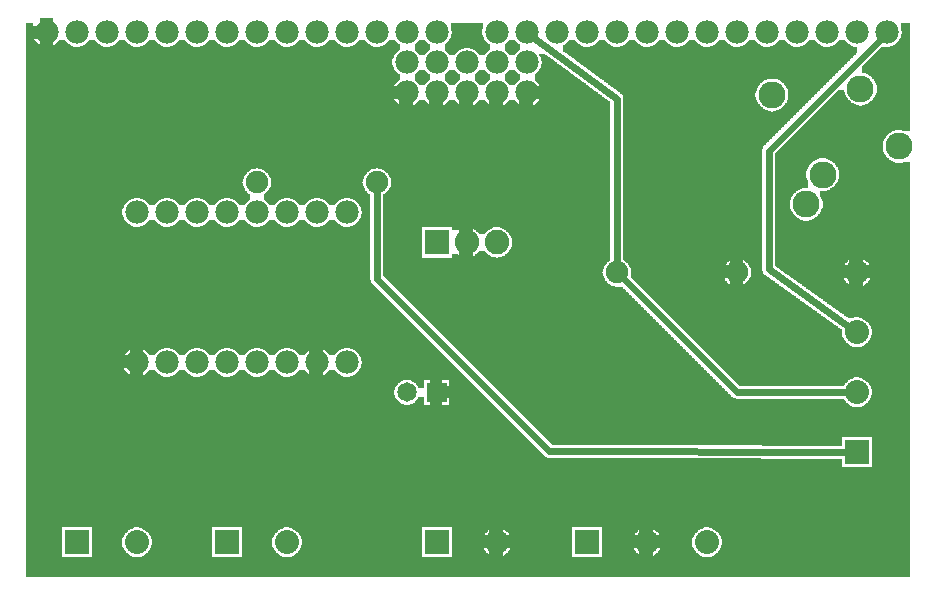
<source format=gbl>
G04 MADE WITH FRITZING*
G04 WWW.FRITZING.ORG*
G04 DOUBLE SIDED*
G04 HOLES PLATED*
G04 CONTOUR ON CENTER OF CONTOUR VECTOR*
%ASAXBY*%
%FSLAX23Y23*%
%MOIN*%
%OFA0B0*%
%SFA1.0B1.0*%
%ADD10C,0.075000*%
%ADD11C,0.090020*%
%ADD12C,0.078000*%
%ADD13C,0.065000*%
%ADD14C,0.080000*%
%ADD15C,0.082000*%
%ADD16R,0.080000X0.080000*%
%ADD17R,0.082000X0.082000*%
%ADD18C,0.024000*%
%ADD19R,0.001000X0.001000*%
%LNCOPPER0*%
G90*
G70*
G54D10*
X2907Y1738D03*
G54D11*
X2641Y1284D03*
X2696Y1383D03*
X2527Y1649D03*
X2822Y1669D03*
X2950Y1477D03*
G54D12*
X1310Y1757D03*
X1410Y1757D03*
X1510Y1757D03*
X1610Y1757D03*
X1710Y1757D03*
X1310Y1657D03*
X1410Y1657D03*
X1510Y1657D03*
X1610Y1657D03*
X1710Y1657D03*
G54D13*
X1310Y657D03*
X1410Y657D03*
G54D10*
X810Y1357D03*
X1210Y1357D03*
G54D12*
X110Y1857D03*
X210Y1857D03*
X310Y1857D03*
X410Y1857D03*
X510Y1857D03*
X610Y1857D03*
X710Y1857D03*
X810Y1857D03*
X910Y1857D03*
X1010Y1857D03*
X1110Y1857D03*
X1210Y1857D03*
X1310Y1857D03*
X1410Y1857D03*
X2950Y1477D03*
X2822Y1668D03*
X2642Y1284D03*
X1110Y1257D03*
X1010Y1257D03*
X910Y1257D03*
X810Y1257D03*
X710Y1257D03*
X610Y1257D03*
X510Y1257D03*
X410Y1257D03*
X1110Y757D03*
X1010Y757D03*
X910Y757D03*
X810Y757D03*
X710Y757D03*
X610Y757D03*
X510Y757D03*
X410Y757D03*
X2910Y1857D03*
X2810Y1857D03*
X2710Y1857D03*
X2610Y1857D03*
X2510Y1857D03*
X2410Y1857D03*
X2310Y1857D03*
X2210Y1857D03*
X2110Y1857D03*
X2010Y1857D03*
X1910Y1857D03*
X1810Y1857D03*
X1710Y1857D03*
X1610Y1857D03*
G54D14*
X1910Y157D03*
X2110Y157D03*
X2310Y157D03*
X2810Y457D03*
X2810Y657D03*
X2810Y857D03*
X2810Y1057D03*
X1410Y157D03*
X1610Y157D03*
X210Y157D03*
X410Y157D03*
X710Y157D03*
X910Y157D03*
G54D15*
X1410Y1157D03*
X1510Y1157D03*
X1610Y1157D03*
G54D10*
X2010Y1057D03*
X2410Y1057D03*
G54D16*
X1910Y157D03*
X2810Y457D03*
X1410Y157D03*
X210Y157D03*
X710Y157D03*
G54D17*
X1410Y1157D03*
G54D18*
X2410Y658D02*
X2031Y1037D01*
D02*
X2779Y657D02*
X2410Y658D01*
D02*
X2010Y1636D02*
X1735Y1839D01*
D02*
X2010Y1086D02*
X2010Y1636D01*
D02*
X1785Y461D02*
X2779Y457D01*
D02*
X1210Y1036D02*
X1785Y461D01*
D02*
X1210Y1328D02*
X1210Y1036D01*
D02*
X2516Y1462D02*
X2889Y1836D01*
D02*
X2516Y1067D02*
X2516Y1462D01*
D02*
X2785Y875D02*
X2516Y1067D01*
G36*
X40Y1889D02*
X40Y1807D01*
X106Y1807D01*
X106Y1809D01*
X98Y1809D01*
X98Y1811D01*
X92Y1811D01*
X92Y1813D01*
X90Y1813D01*
X90Y1815D01*
X86Y1815D01*
X86Y1817D01*
X82Y1817D01*
X82Y1819D01*
X80Y1819D01*
X80Y1821D01*
X78Y1821D01*
X78Y1823D01*
X76Y1823D01*
X76Y1825D01*
X74Y1825D01*
X74Y1827D01*
X72Y1827D01*
X72Y1831D01*
X70Y1831D01*
X70Y1833D01*
X68Y1833D01*
X68Y1837D01*
X66Y1837D01*
X66Y1841D01*
X64Y1841D01*
X64Y1847D01*
X62Y1847D01*
X62Y1867D01*
X64Y1867D01*
X64Y1889D01*
X40Y1889D01*
G37*
D02*
G36*
X2956Y1889D02*
X2956Y1869D01*
X2958Y1869D01*
X2958Y1863D01*
X2960Y1863D01*
X2960Y1851D01*
X2958Y1851D01*
X2958Y1843D01*
X2956Y1843D01*
X2956Y1839D01*
X2954Y1839D01*
X2954Y1835D01*
X2952Y1835D01*
X2952Y1831D01*
X2950Y1831D01*
X2950Y1829D01*
X2948Y1829D01*
X2948Y1827D01*
X2946Y1827D01*
X2946Y1825D01*
X2944Y1825D01*
X2944Y1823D01*
X2942Y1823D01*
X2942Y1821D01*
X2940Y1821D01*
X2940Y1819D01*
X2938Y1819D01*
X2938Y1817D01*
X2936Y1817D01*
X2936Y1815D01*
X2932Y1815D01*
X2932Y1813D01*
X2928Y1813D01*
X2928Y1811D01*
X2922Y1811D01*
X2922Y1809D01*
X2914Y1809D01*
X2914Y1807D01*
X2890Y1807D01*
X2890Y1805D01*
X2888Y1805D01*
X2888Y1803D01*
X2886Y1803D01*
X2886Y1801D01*
X2884Y1801D01*
X2884Y1799D01*
X2882Y1799D01*
X2882Y1797D01*
X2880Y1797D01*
X2880Y1795D01*
X2878Y1795D01*
X2878Y1793D01*
X2876Y1793D01*
X2876Y1791D01*
X2874Y1791D01*
X2874Y1789D01*
X2872Y1789D01*
X2872Y1787D01*
X2870Y1787D01*
X2870Y1785D01*
X2868Y1785D01*
X2868Y1783D01*
X2866Y1783D01*
X2866Y1781D01*
X2864Y1781D01*
X2864Y1779D01*
X2862Y1779D01*
X2862Y1777D01*
X2860Y1777D01*
X2860Y1775D01*
X2858Y1775D01*
X2858Y1773D01*
X2856Y1773D01*
X2856Y1771D01*
X2854Y1771D01*
X2854Y1769D01*
X2852Y1769D01*
X2852Y1767D01*
X2850Y1767D01*
X2850Y1765D01*
X2848Y1765D01*
X2848Y1763D01*
X2846Y1763D01*
X2846Y1761D01*
X2844Y1761D01*
X2844Y1759D01*
X2842Y1759D01*
X2842Y1757D01*
X2840Y1757D01*
X2840Y1755D01*
X2838Y1755D01*
X2838Y1753D01*
X2836Y1753D01*
X2836Y1751D01*
X2834Y1751D01*
X2834Y1749D01*
X2832Y1749D01*
X2832Y1747D01*
X2830Y1747D01*
X2830Y1745D01*
X2828Y1745D01*
X2828Y1743D01*
X2826Y1743D01*
X2826Y1723D01*
X2834Y1723D01*
X2834Y1721D01*
X2840Y1721D01*
X2840Y1719D01*
X2844Y1719D01*
X2844Y1717D01*
X2848Y1717D01*
X2848Y1715D01*
X2852Y1715D01*
X2852Y1713D01*
X2854Y1713D01*
X2854Y1711D01*
X2856Y1711D01*
X2856Y1709D01*
X2858Y1709D01*
X2858Y1707D01*
X2862Y1707D01*
X2862Y1703D01*
X2864Y1703D01*
X2864Y1701D01*
X2866Y1701D01*
X2866Y1699D01*
X2868Y1699D01*
X2868Y1695D01*
X2870Y1695D01*
X2870Y1693D01*
X2872Y1693D01*
X2872Y1689D01*
X2874Y1689D01*
X2874Y1683D01*
X2876Y1683D01*
X2876Y1675D01*
X2878Y1675D01*
X2878Y1663D01*
X2876Y1663D01*
X2876Y1655D01*
X2874Y1655D01*
X2874Y1649D01*
X2872Y1649D01*
X2872Y1645D01*
X2870Y1645D01*
X2870Y1641D01*
X2868Y1641D01*
X2868Y1639D01*
X2866Y1639D01*
X2866Y1637D01*
X2864Y1637D01*
X2864Y1633D01*
X2862Y1633D01*
X2862Y1631D01*
X2860Y1631D01*
X2860Y1629D01*
X2858Y1629D01*
X2858Y1627D01*
X2854Y1627D01*
X2854Y1625D01*
X2852Y1625D01*
X2852Y1623D01*
X2848Y1623D01*
X2848Y1621D01*
X2846Y1621D01*
X2846Y1619D01*
X2842Y1619D01*
X2842Y1617D01*
X2836Y1617D01*
X2836Y1615D01*
X2826Y1615D01*
X2826Y1613D01*
X2986Y1613D01*
X2986Y1889D01*
X2956Y1889D01*
G37*
D02*
G36*
X150Y1831D02*
X150Y1829D01*
X148Y1829D01*
X148Y1827D01*
X146Y1827D01*
X146Y1825D01*
X144Y1825D01*
X144Y1823D01*
X142Y1823D01*
X142Y1821D01*
X140Y1821D01*
X140Y1819D01*
X138Y1819D01*
X138Y1817D01*
X136Y1817D01*
X136Y1815D01*
X132Y1815D01*
X132Y1813D01*
X128Y1813D01*
X128Y1811D01*
X122Y1811D01*
X122Y1809D01*
X114Y1809D01*
X114Y1807D01*
X206Y1807D01*
X206Y1809D01*
X198Y1809D01*
X198Y1811D01*
X192Y1811D01*
X192Y1813D01*
X190Y1813D01*
X190Y1815D01*
X186Y1815D01*
X186Y1817D01*
X182Y1817D01*
X182Y1819D01*
X180Y1819D01*
X180Y1821D01*
X178Y1821D01*
X178Y1823D01*
X176Y1823D01*
X176Y1825D01*
X174Y1825D01*
X174Y1827D01*
X172Y1827D01*
X172Y1831D01*
X150Y1831D01*
G37*
D02*
G36*
X250Y1831D02*
X250Y1829D01*
X248Y1829D01*
X248Y1827D01*
X246Y1827D01*
X246Y1825D01*
X244Y1825D01*
X244Y1823D01*
X242Y1823D01*
X242Y1821D01*
X240Y1821D01*
X240Y1819D01*
X238Y1819D01*
X238Y1817D01*
X236Y1817D01*
X236Y1815D01*
X232Y1815D01*
X232Y1813D01*
X228Y1813D01*
X228Y1811D01*
X222Y1811D01*
X222Y1809D01*
X214Y1809D01*
X214Y1807D01*
X306Y1807D01*
X306Y1809D01*
X298Y1809D01*
X298Y1811D01*
X292Y1811D01*
X292Y1813D01*
X290Y1813D01*
X290Y1815D01*
X286Y1815D01*
X286Y1817D01*
X282Y1817D01*
X282Y1819D01*
X280Y1819D01*
X280Y1821D01*
X278Y1821D01*
X278Y1823D01*
X276Y1823D01*
X276Y1825D01*
X274Y1825D01*
X274Y1827D01*
X272Y1827D01*
X272Y1831D01*
X250Y1831D01*
G37*
D02*
G36*
X350Y1831D02*
X350Y1829D01*
X348Y1829D01*
X348Y1827D01*
X346Y1827D01*
X346Y1825D01*
X344Y1825D01*
X344Y1823D01*
X342Y1823D01*
X342Y1821D01*
X340Y1821D01*
X340Y1819D01*
X338Y1819D01*
X338Y1817D01*
X336Y1817D01*
X336Y1815D01*
X332Y1815D01*
X332Y1813D01*
X328Y1813D01*
X328Y1811D01*
X322Y1811D01*
X322Y1809D01*
X314Y1809D01*
X314Y1807D01*
X406Y1807D01*
X406Y1809D01*
X398Y1809D01*
X398Y1811D01*
X392Y1811D01*
X392Y1813D01*
X390Y1813D01*
X390Y1815D01*
X386Y1815D01*
X386Y1817D01*
X382Y1817D01*
X382Y1819D01*
X380Y1819D01*
X380Y1821D01*
X378Y1821D01*
X378Y1823D01*
X376Y1823D01*
X376Y1825D01*
X374Y1825D01*
X374Y1827D01*
X372Y1827D01*
X372Y1831D01*
X350Y1831D01*
G37*
D02*
G36*
X450Y1831D02*
X450Y1829D01*
X448Y1829D01*
X448Y1827D01*
X446Y1827D01*
X446Y1825D01*
X444Y1825D01*
X444Y1823D01*
X442Y1823D01*
X442Y1821D01*
X440Y1821D01*
X440Y1819D01*
X438Y1819D01*
X438Y1817D01*
X436Y1817D01*
X436Y1815D01*
X432Y1815D01*
X432Y1813D01*
X428Y1813D01*
X428Y1811D01*
X422Y1811D01*
X422Y1809D01*
X414Y1809D01*
X414Y1807D01*
X506Y1807D01*
X506Y1809D01*
X498Y1809D01*
X498Y1811D01*
X492Y1811D01*
X492Y1813D01*
X490Y1813D01*
X490Y1815D01*
X486Y1815D01*
X486Y1817D01*
X482Y1817D01*
X482Y1819D01*
X480Y1819D01*
X480Y1821D01*
X478Y1821D01*
X478Y1823D01*
X476Y1823D01*
X476Y1825D01*
X474Y1825D01*
X474Y1827D01*
X472Y1827D01*
X472Y1831D01*
X450Y1831D01*
G37*
D02*
G36*
X550Y1831D02*
X550Y1829D01*
X548Y1829D01*
X548Y1827D01*
X546Y1827D01*
X546Y1825D01*
X544Y1825D01*
X544Y1823D01*
X542Y1823D01*
X542Y1821D01*
X540Y1821D01*
X540Y1819D01*
X538Y1819D01*
X538Y1817D01*
X536Y1817D01*
X536Y1815D01*
X532Y1815D01*
X532Y1813D01*
X528Y1813D01*
X528Y1811D01*
X522Y1811D01*
X522Y1809D01*
X514Y1809D01*
X514Y1807D01*
X606Y1807D01*
X606Y1809D01*
X598Y1809D01*
X598Y1811D01*
X592Y1811D01*
X592Y1813D01*
X590Y1813D01*
X590Y1815D01*
X586Y1815D01*
X586Y1817D01*
X582Y1817D01*
X582Y1819D01*
X580Y1819D01*
X580Y1821D01*
X578Y1821D01*
X578Y1823D01*
X576Y1823D01*
X576Y1825D01*
X574Y1825D01*
X574Y1827D01*
X572Y1827D01*
X572Y1831D01*
X550Y1831D01*
G37*
D02*
G36*
X650Y1831D02*
X650Y1829D01*
X648Y1829D01*
X648Y1827D01*
X646Y1827D01*
X646Y1825D01*
X644Y1825D01*
X644Y1823D01*
X642Y1823D01*
X642Y1821D01*
X640Y1821D01*
X640Y1819D01*
X638Y1819D01*
X638Y1817D01*
X636Y1817D01*
X636Y1815D01*
X632Y1815D01*
X632Y1813D01*
X628Y1813D01*
X628Y1811D01*
X622Y1811D01*
X622Y1809D01*
X614Y1809D01*
X614Y1807D01*
X706Y1807D01*
X706Y1809D01*
X698Y1809D01*
X698Y1811D01*
X692Y1811D01*
X692Y1813D01*
X690Y1813D01*
X690Y1815D01*
X686Y1815D01*
X686Y1817D01*
X682Y1817D01*
X682Y1819D01*
X680Y1819D01*
X680Y1821D01*
X678Y1821D01*
X678Y1823D01*
X676Y1823D01*
X676Y1825D01*
X674Y1825D01*
X674Y1827D01*
X672Y1827D01*
X672Y1831D01*
X650Y1831D01*
G37*
D02*
G36*
X750Y1831D02*
X750Y1829D01*
X748Y1829D01*
X748Y1827D01*
X746Y1827D01*
X746Y1825D01*
X744Y1825D01*
X744Y1823D01*
X742Y1823D01*
X742Y1821D01*
X740Y1821D01*
X740Y1819D01*
X738Y1819D01*
X738Y1817D01*
X736Y1817D01*
X736Y1815D01*
X732Y1815D01*
X732Y1813D01*
X728Y1813D01*
X728Y1811D01*
X722Y1811D01*
X722Y1809D01*
X714Y1809D01*
X714Y1807D01*
X806Y1807D01*
X806Y1809D01*
X798Y1809D01*
X798Y1811D01*
X792Y1811D01*
X792Y1813D01*
X790Y1813D01*
X790Y1815D01*
X786Y1815D01*
X786Y1817D01*
X782Y1817D01*
X782Y1819D01*
X780Y1819D01*
X780Y1821D01*
X778Y1821D01*
X778Y1823D01*
X776Y1823D01*
X776Y1825D01*
X774Y1825D01*
X774Y1827D01*
X772Y1827D01*
X772Y1831D01*
X750Y1831D01*
G37*
D02*
G36*
X850Y1831D02*
X850Y1829D01*
X848Y1829D01*
X848Y1827D01*
X846Y1827D01*
X846Y1825D01*
X844Y1825D01*
X844Y1823D01*
X842Y1823D01*
X842Y1821D01*
X840Y1821D01*
X840Y1819D01*
X838Y1819D01*
X838Y1817D01*
X836Y1817D01*
X836Y1815D01*
X832Y1815D01*
X832Y1813D01*
X828Y1813D01*
X828Y1811D01*
X822Y1811D01*
X822Y1809D01*
X814Y1809D01*
X814Y1807D01*
X906Y1807D01*
X906Y1809D01*
X898Y1809D01*
X898Y1811D01*
X892Y1811D01*
X892Y1813D01*
X890Y1813D01*
X890Y1815D01*
X886Y1815D01*
X886Y1817D01*
X882Y1817D01*
X882Y1819D01*
X880Y1819D01*
X880Y1821D01*
X878Y1821D01*
X878Y1823D01*
X876Y1823D01*
X876Y1825D01*
X874Y1825D01*
X874Y1827D01*
X872Y1827D01*
X872Y1831D01*
X850Y1831D01*
G37*
D02*
G36*
X950Y1831D02*
X950Y1829D01*
X948Y1829D01*
X948Y1827D01*
X946Y1827D01*
X946Y1825D01*
X944Y1825D01*
X944Y1823D01*
X942Y1823D01*
X942Y1821D01*
X940Y1821D01*
X940Y1819D01*
X938Y1819D01*
X938Y1817D01*
X936Y1817D01*
X936Y1815D01*
X932Y1815D01*
X932Y1813D01*
X928Y1813D01*
X928Y1811D01*
X922Y1811D01*
X922Y1809D01*
X914Y1809D01*
X914Y1807D01*
X1006Y1807D01*
X1006Y1809D01*
X998Y1809D01*
X998Y1811D01*
X992Y1811D01*
X992Y1813D01*
X990Y1813D01*
X990Y1815D01*
X986Y1815D01*
X986Y1817D01*
X982Y1817D01*
X982Y1819D01*
X980Y1819D01*
X980Y1821D01*
X978Y1821D01*
X978Y1823D01*
X976Y1823D01*
X976Y1825D01*
X974Y1825D01*
X974Y1827D01*
X972Y1827D01*
X972Y1831D01*
X950Y1831D01*
G37*
D02*
G36*
X1050Y1831D02*
X1050Y1829D01*
X1048Y1829D01*
X1048Y1827D01*
X1046Y1827D01*
X1046Y1825D01*
X1044Y1825D01*
X1044Y1823D01*
X1042Y1823D01*
X1042Y1821D01*
X1040Y1821D01*
X1040Y1819D01*
X1038Y1819D01*
X1038Y1817D01*
X1036Y1817D01*
X1036Y1815D01*
X1032Y1815D01*
X1032Y1813D01*
X1028Y1813D01*
X1028Y1811D01*
X1022Y1811D01*
X1022Y1809D01*
X1014Y1809D01*
X1014Y1807D01*
X1106Y1807D01*
X1106Y1809D01*
X1098Y1809D01*
X1098Y1811D01*
X1092Y1811D01*
X1092Y1813D01*
X1090Y1813D01*
X1090Y1815D01*
X1086Y1815D01*
X1086Y1817D01*
X1082Y1817D01*
X1082Y1819D01*
X1080Y1819D01*
X1080Y1821D01*
X1078Y1821D01*
X1078Y1823D01*
X1076Y1823D01*
X1076Y1825D01*
X1074Y1825D01*
X1074Y1827D01*
X1072Y1827D01*
X1072Y1831D01*
X1050Y1831D01*
G37*
D02*
G36*
X1150Y1831D02*
X1150Y1829D01*
X1148Y1829D01*
X1148Y1827D01*
X1146Y1827D01*
X1146Y1825D01*
X1144Y1825D01*
X1144Y1823D01*
X1142Y1823D01*
X1142Y1821D01*
X1140Y1821D01*
X1140Y1819D01*
X1138Y1819D01*
X1138Y1817D01*
X1136Y1817D01*
X1136Y1815D01*
X1132Y1815D01*
X1132Y1813D01*
X1128Y1813D01*
X1128Y1811D01*
X1122Y1811D01*
X1122Y1809D01*
X1114Y1809D01*
X1114Y1807D01*
X1206Y1807D01*
X1206Y1809D01*
X1198Y1809D01*
X1198Y1811D01*
X1192Y1811D01*
X1192Y1813D01*
X1190Y1813D01*
X1190Y1815D01*
X1186Y1815D01*
X1186Y1817D01*
X1182Y1817D01*
X1182Y1819D01*
X1180Y1819D01*
X1180Y1821D01*
X1178Y1821D01*
X1178Y1823D01*
X1176Y1823D01*
X1176Y1825D01*
X1174Y1825D01*
X1174Y1827D01*
X1172Y1827D01*
X1172Y1831D01*
X1150Y1831D01*
G37*
D02*
G36*
X1250Y1831D02*
X1250Y1829D01*
X1248Y1829D01*
X1248Y1827D01*
X1246Y1827D01*
X1246Y1825D01*
X1244Y1825D01*
X1244Y1823D01*
X1242Y1823D01*
X1242Y1821D01*
X1240Y1821D01*
X1240Y1819D01*
X1238Y1819D01*
X1238Y1817D01*
X1236Y1817D01*
X1236Y1815D01*
X1232Y1815D01*
X1232Y1813D01*
X1228Y1813D01*
X1228Y1811D01*
X1222Y1811D01*
X1222Y1809D01*
X1214Y1809D01*
X1214Y1807D01*
X1286Y1807D01*
X1286Y1817D01*
X1282Y1817D01*
X1282Y1819D01*
X1280Y1819D01*
X1280Y1821D01*
X1278Y1821D01*
X1278Y1823D01*
X1276Y1823D01*
X1276Y1825D01*
X1274Y1825D01*
X1274Y1827D01*
X1272Y1827D01*
X1272Y1831D01*
X1250Y1831D01*
G37*
D02*
G36*
X1850Y1831D02*
X1850Y1829D01*
X1848Y1829D01*
X1848Y1827D01*
X1846Y1827D01*
X1846Y1825D01*
X1844Y1825D01*
X1844Y1823D01*
X1842Y1823D01*
X1842Y1821D01*
X1840Y1821D01*
X1840Y1819D01*
X1838Y1819D01*
X1838Y1817D01*
X1836Y1817D01*
X1836Y1815D01*
X1832Y1815D01*
X1832Y1807D01*
X1906Y1807D01*
X1906Y1809D01*
X1898Y1809D01*
X1898Y1811D01*
X1892Y1811D01*
X1892Y1813D01*
X1890Y1813D01*
X1890Y1815D01*
X1886Y1815D01*
X1886Y1817D01*
X1882Y1817D01*
X1882Y1819D01*
X1880Y1819D01*
X1880Y1821D01*
X1878Y1821D01*
X1878Y1823D01*
X1876Y1823D01*
X1876Y1825D01*
X1874Y1825D01*
X1874Y1827D01*
X1872Y1827D01*
X1872Y1831D01*
X1850Y1831D01*
G37*
D02*
G36*
X1950Y1831D02*
X1950Y1829D01*
X1948Y1829D01*
X1948Y1827D01*
X1946Y1827D01*
X1946Y1825D01*
X1944Y1825D01*
X1944Y1823D01*
X1942Y1823D01*
X1942Y1821D01*
X1940Y1821D01*
X1940Y1819D01*
X1938Y1819D01*
X1938Y1817D01*
X1936Y1817D01*
X1936Y1815D01*
X1932Y1815D01*
X1932Y1813D01*
X1928Y1813D01*
X1928Y1811D01*
X1922Y1811D01*
X1922Y1809D01*
X1914Y1809D01*
X1914Y1807D01*
X2006Y1807D01*
X2006Y1809D01*
X1998Y1809D01*
X1998Y1811D01*
X1992Y1811D01*
X1992Y1813D01*
X1990Y1813D01*
X1990Y1815D01*
X1986Y1815D01*
X1986Y1817D01*
X1982Y1817D01*
X1982Y1819D01*
X1980Y1819D01*
X1980Y1821D01*
X1978Y1821D01*
X1978Y1823D01*
X1976Y1823D01*
X1976Y1825D01*
X1974Y1825D01*
X1974Y1827D01*
X1972Y1827D01*
X1972Y1831D01*
X1950Y1831D01*
G37*
D02*
G36*
X2050Y1831D02*
X2050Y1829D01*
X2048Y1829D01*
X2048Y1827D01*
X2046Y1827D01*
X2046Y1825D01*
X2044Y1825D01*
X2044Y1823D01*
X2042Y1823D01*
X2042Y1821D01*
X2040Y1821D01*
X2040Y1819D01*
X2038Y1819D01*
X2038Y1817D01*
X2036Y1817D01*
X2036Y1815D01*
X2032Y1815D01*
X2032Y1813D01*
X2028Y1813D01*
X2028Y1811D01*
X2022Y1811D01*
X2022Y1809D01*
X2014Y1809D01*
X2014Y1807D01*
X2106Y1807D01*
X2106Y1809D01*
X2098Y1809D01*
X2098Y1811D01*
X2092Y1811D01*
X2092Y1813D01*
X2090Y1813D01*
X2090Y1815D01*
X2086Y1815D01*
X2086Y1817D01*
X2082Y1817D01*
X2082Y1819D01*
X2080Y1819D01*
X2080Y1821D01*
X2078Y1821D01*
X2078Y1823D01*
X2076Y1823D01*
X2076Y1825D01*
X2074Y1825D01*
X2074Y1827D01*
X2072Y1827D01*
X2072Y1831D01*
X2050Y1831D01*
G37*
D02*
G36*
X2150Y1831D02*
X2150Y1829D01*
X2148Y1829D01*
X2148Y1827D01*
X2146Y1827D01*
X2146Y1825D01*
X2144Y1825D01*
X2144Y1823D01*
X2142Y1823D01*
X2142Y1821D01*
X2140Y1821D01*
X2140Y1819D01*
X2138Y1819D01*
X2138Y1817D01*
X2136Y1817D01*
X2136Y1815D01*
X2132Y1815D01*
X2132Y1813D01*
X2128Y1813D01*
X2128Y1811D01*
X2122Y1811D01*
X2122Y1809D01*
X2114Y1809D01*
X2114Y1807D01*
X2206Y1807D01*
X2206Y1809D01*
X2198Y1809D01*
X2198Y1811D01*
X2192Y1811D01*
X2192Y1813D01*
X2190Y1813D01*
X2190Y1815D01*
X2186Y1815D01*
X2186Y1817D01*
X2182Y1817D01*
X2182Y1819D01*
X2180Y1819D01*
X2180Y1821D01*
X2178Y1821D01*
X2178Y1823D01*
X2176Y1823D01*
X2176Y1825D01*
X2174Y1825D01*
X2174Y1827D01*
X2172Y1827D01*
X2172Y1831D01*
X2150Y1831D01*
G37*
D02*
G36*
X2250Y1831D02*
X2250Y1829D01*
X2248Y1829D01*
X2248Y1827D01*
X2246Y1827D01*
X2246Y1825D01*
X2244Y1825D01*
X2244Y1823D01*
X2242Y1823D01*
X2242Y1821D01*
X2240Y1821D01*
X2240Y1819D01*
X2238Y1819D01*
X2238Y1817D01*
X2236Y1817D01*
X2236Y1815D01*
X2232Y1815D01*
X2232Y1813D01*
X2228Y1813D01*
X2228Y1811D01*
X2222Y1811D01*
X2222Y1809D01*
X2214Y1809D01*
X2214Y1807D01*
X2306Y1807D01*
X2306Y1809D01*
X2298Y1809D01*
X2298Y1811D01*
X2292Y1811D01*
X2292Y1813D01*
X2290Y1813D01*
X2290Y1815D01*
X2286Y1815D01*
X2286Y1817D01*
X2282Y1817D01*
X2282Y1819D01*
X2280Y1819D01*
X2280Y1821D01*
X2278Y1821D01*
X2278Y1823D01*
X2276Y1823D01*
X2276Y1825D01*
X2274Y1825D01*
X2274Y1827D01*
X2272Y1827D01*
X2272Y1831D01*
X2250Y1831D01*
G37*
D02*
G36*
X2350Y1831D02*
X2350Y1829D01*
X2348Y1829D01*
X2348Y1827D01*
X2346Y1827D01*
X2346Y1825D01*
X2344Y1825D01*
X2344Y1823D01*
X2342Y1823D01*
X2342Y1821D01*
X2340Y1821D01*
X2340Y1819D01*
X2338Y1819D01*
X2338Y1817D01*
X2336Y1817D01*
X2336Y1815D01*
X2332Y1815D01*
X2332Y1813D01*
X2328Y1813D01*
X2328Y1811D01*
X2322Y1811D01*
X2322Y1809D01*
X2314Y1809D01*
X2314Y1807D01*
X2406Y1807D01*
X2406Y1809D01*
X2398Y1809D01*
X2398Y1811D01*
X2392Y1811D01*
X2392Y1813D01*
X2390Y1813D01*
X2390Y1815D01*
X2386Y1815D01*
X2386Y1817D01*
X2382Y1817D01*
X2382Y1819D01*
X2380Y1819D01*
X2380Y1821D01*
X2378Y1821D01*
X2378Y1823D01*
X2376Y1823D01*
X2376Y1825D01*
X2374Y1825D01*
X2374Y1827D01*
X2372Y1827D01*
X2372Y1831D01*
X2350Y1831D01*
G37*
D02*
G36*
X2450Y1831D02*
X2450Y1829D01*
X2448Y1829D01*
X2448Y1827D01*
X2446Y1827D01*
X2446Y1825D01*
X2444Y1825D01*
X2444Y1823D01*
X2442Y1823D01*
X2442Y1821D01*
X2440Y1821D01*
X2440Y1819D01*
X2438Y1819D01*
X2438Y1817D01*
X2436Y1817D01*
X2436Y1815D01*
X2432Y1815D01*
X2432Y1813D01*
X2428Y1813D01*
X2428Y1811D01*
X2422Y1811D01*
X2422Y1809D01*
X2414Y1809D01*
X2414Y1807D01*
X2506Y1807D01*
X2506Y1809D01*
X2498Y1809D01*
X2498Y1811D01*
X2492Y1811D01*
X2492Y1813D01*
X2490Y1813D01*
X2490Y1815D01*
X2486Y1815D01*
X2486Y1817D01*
X2482Y1817D01*
X2482Y1819D01*
X2480Y1819D01*
X2480Y1821D01*
X2478Y1821D01*
X2478Y1823D01*
X2476Y1823D01*
X2476Y1825D01*
X2474Y1825D01*
X2474Y1827D01*
X2472Y1827D01*
X2472Y1831D01*
X2450Y1831D01*
G37*
D02*
G36*
X2550Y1831D02*
X2550Y1829D01*
X2548Y1829D01*
X2548Y1827D01*
X2546Y1827D01*
X2546Y1825D01*
X2544Y1825D01*
X2544Y1823D01*
X2542Y1823D01*
X2542Y1821D01*
X2540Y1821D01*
X2540Y1819D01*
X2538Y1819D01*
X2538Y1817D01*
X2536Y1817D01*
X2536Y1815D01*
X2532Y1815D01*
X2532Y1813D01*
X2528Y1813D01*
X2528Y1811D01*
X2522Y1811D01*
X2522Y1809D01*
X2514Y1809D01*
X2514Y1807D01*
X2606Y1807D01*
X2606Y1809D01*
X2598Y1809D01*
X2598Y1811D01*
X2592Y1811D01*
X2592Y1813D01*
X2590Y1813D01*
X2590Y1815D01*
X2586Y1815D01*
X2586Y1817D01*
X2582Y1817D01*
X2582Y1819D01*
X2580Y1819D01*
X2580Y1821D01*
X2578Y1821D01*
X2578Y1823D01*
X2576Y1823D01*
X2576Y1825D01*
X2574Y1825D01*
X2574Y1827D01*
X2572Y1827D01*
X2572Y1831D01*
X2550Y1831D01*
G37*
D02*
G36*
X2650Y1831D02*
X2650Y1829D01*
X2648Y1829D01*
X2648Y1827D01*
X2646Y1827D01*
X2646Y1825D01*
X2644Y1825D01*
X2644Y1823D01*
X2642Y1823D01*
X2642Y1821D01*
X2640Y1821D01*
X2640Y1819D01*
X2638Y1819D01*
X2638Y1817D01*
X2636Y1817D01*
X2636Y1815D01*
X2632Y1815D01*
X2632Y1813D01*
X2628Y1813D01*
X2628Y1811D01*
X2622Y1811D01*
X2622Y1809D01*
X2614Y1809D01*
X2614Y1807D01*
X2706Y1807D01*
X2706Y1809D01*
X2698Y1809D01*
X2698Y1811D01*
X2692Y1811D01*
X2692Y1813D01*
X2690Y1813D01*
X2690Y1815D01*
X2686Y1815D01*
X2686Y1817D01*
X2682Y1817D01*
X2682Y1819D01*
X2680Y1819D01*
X2680Y1821D01*
X2678Y1821D01*
X2678Y1823D01*
X2676Y1823D01*
X2676Y1825D01*
X2674Y1825D01*
X2674Y1827D01*
X2672Y1827D01*
X2672Y1831D01*
X2650Y1831D01*
G37*
D02*
G36*
X2750Y1831D02*
X2750Y1829D01*
X2748Y1829D01*
X2748Y1827D01*
X2746Y1827D01*
X2746Y1825D01*
X2744Y1825D01*
X2744Y1823D01*
X2742Y1823D01*
X2742Y1821D01*
X2740Y1821D01*
X2740Y1819D01*
X2738Y1819D01*
X2738Y1817D01*
X2736Y1817D01*
X2736Y1815D01*
X2732Y1815D01*
X2732Y1813D01*
X2728Y1813D01*
X2728Y1811D01*
X2722Y1811D01*
X2722Y1809D01*
X2714Y1809D01*
X2714Y1807D01*
X2806Y1807D01*
X2806Y1809D01*
X2798Y1809D01*
X2798Y1811D01*
X2792Y1811D01*
X2792Y1813D01*
X2790Y1813D01*
X2790Y1815D01*
X2786Y1815D01*
X2786Y1817D01*
X2782Y1817D01*
X2782Y1819D01*
X2780Y1819D01*
X2780Y1821D01*
X2778Y1821D01*
X2778Y1823D01*
X2776Y1823D01*
X2776Y1825D01*
X2774Y1825D01*
X2774Y1827D01*
X2772Y1827D01*
X2772Y1831D01*
X2750Y1831D01*
G37*
D02*
G36*
X40Y1807D02*
X40Y1805D01*
X1286Y1805D01*
X1286Y1807D01*
X40Y1807D01*
G37*
D02*
G36*
X40Y1807D02*
X40Y1805D01*
X1286Y1805D01*
X1286Y1807D01*
X40Y1807D01*
G37*
D02*
G36*
X40Y1807D02*
X40Y1805D01*
X1286Y1805D01*
X1286Y1807D01*
X40Y1807D01*
G37*
D02*
G36*
X40Y1807D02*
X40Y1805D01*
X1286Y1805D01*
X1286Y1807D01*
X40Y1807D01*
G37*
D02*
G36*
X40Y1807D02*
X40Y1805D01*
X1286Y1805D01*
X1286Y1807D01*
X40Y1807D01*
G37*
D02*
G36*
X40Y1807D02*
X40Y1805D01*
X1286Y1805D01*
X1286Y1807D01*
X40Y1807D01*
G37*
D02*
G36*
X40Y1807D02*
X40Y1805D01*
X1286Y1805D01*
X1286Y1807D01*
X40Y1807D01*
G37*
D02*
G36*
X40Y1807D02*
X40Y1805D01*
X1286Y1805D01*
X1286Y1807D01*
X40Y1807D01*
G37*
D02*
G36*
X40Y1807D02*
X40Y1805D01*
X1286Y1805D01*
X1286Y1807D01*
X40Y1807D01*
G37*
D02*
G36*
X40Y1807D02*
X40Y1805D01*
X1286Y1805D01*
X1286Y1807D01*
X40Y1807D01*
G37*
D02*
G36*
X40Y1807D02*
X40Y1805D01*
X1286Y1805D01*
X1286Y1807D01*
X40Y1807D01*
G37*
D02*
G36*
X40Y1807D02*
X40Y1805D01*
X1286Y1805D01*
X1286Y1807D01*
X40Y1807D01*
G37*
D02*
G36*
X40Y1807D02*
X40Y1805D01*
X1286Y1805D01*
X1286Y1807D01*
X40Y1807D01*
G37*
D02*
G36*
X1832Y1807D02*
X1832Y1805D01*
X2810Y1805D01*
X2810Y1807D01*
X1832Y1807D01*
G37*
D02*
G36*
X1832Y1807D02*
X1832Y1805D01*
X2810Y1805D01*
X2810Y1807D01*
X1832Y1807D01*
G37*
D02*
G36*
X1832Y1807D02*
X1832Y1805D01*
X2810Y1805D01*
X2810Y1807D01*
X1832Y1807D01*
G37*
D02*
G36*
X1832Y1807D02*
X1832Y1805D01*
X2810Y1805D01*
X2810Y1807D01*
X1832Y1807D01*
G37*
D02*
G36*
X1832Y1807D02*
X1832Y1805D01*
X2810Y1805D01*
X2810Y1807D01*
X1832Y1807D01*
G37*
D02*
G36*
X1832Y1807D02*
X1832Y1805D01*
X2810Y1805D01*
X2810Y1807D01*
X1832Y1807D01*
G37*
D02*
G36*
X1832Y1807D02*
X1832Y1805D01*
X2810Y1805D01*
X2810Y1807D01*
X1832Y1807D01*
G37*
D02*
G36*
X1832Y1807D02*
X1832Y1805D01*
X2810Y1805D01*
X2810Y1807D01*
X1832Y1807D01*
G37*
D02*
G36*
X1832Y1807D02*
X1832Y1805D01*
X2810Y1805D01*
X2810Y1807D01*
X1832Y1807D01*
G37*
D02*
G36*
X1832Y1807D02*
X1832Y1805D01*
X2810Y1805D01*
X2810Y1807D01*
X1832Y1807D01*
G37*
D02*
G36*
X40Y1805D02*
X40Y1607D01*
X1306Y1607D01*
X1306Y1609D01*
X1298Y1609D01*
X1298Y1611D01*
X1292Y1611D01*
X1292Y1613D01*
X1290Y1613D01*
X1290Y1615D01*
X1286Y1615D01*
X1286Y1617D01*
X1282Y1617D01*
X1282Y1619D01*
X1280Y1619D01*
X1280Y1621D01*
X1278Y1621D01*
X1278Y1623D01*
X1276Y1623D01*
X1276Y1625D01*
X1274Y1625D01*
X1274Y1627D01*
X1272Y1627D01*
X1272Y1631D01*
X1270Y1631D01*
X1270Y1633D01*
X1268Y1633D01*
X1268Y1637D01*
X1266Y1637D01*
X1266Y1641D01*
X1264Y1641D01*
X1264Y1647D01*
X1262Y1647D01*
X1262Y1667D01*
X1264Y1667D01*
X1264Y1673D01*
X1266Y1673D01*
X1266Y1677D01*
X1268Y1677D01*
X1268Y1681D01*
X1270Y1681D01*
X1270Y1683D01*
X1272Y1683D01*
X1272Y1685D01*
X1274Y1685D01*
X1274Y1689D01*
X1276Y1689D01*
X1276Y1691D01*
X1278Y1691D01*
X1278Y1693D01*
X1282Y1693D01*
X1282Y1695D01*
X1284Y1695D01*
X1284Y1697D01*
X1286Y1697D01*
X1286Y1717D01*
X1282Y1717D01*
X1282Y1719D01*
X1280Y1719D01*
X1280Y1721D01*
X1278Y1721D01*
X1278Y1723D01*
X1276Y1723D01*
X1276Y1725D01*
X1274Y1725D01*
X1274Y1727D01*
X1272Y1727D01*
X1272Y1731D01*
X1270Y1731D01*
X1270Y1733D01*
X1268Y1733D01*
X1268Y1737D01*
X1266Y1737D01*
X1266Y1741D01*
X1264Y1741D01*
X1264Y1747D01*
X1262Y1747D01*
X1262Y1767D01*
X1264Y1767D01*
X1264Y1773D01*
X1266Y1773D01*
X1266Y1777D01*
X1268Y1777D01*
X1268Y1781D01*
X1270Y1781D01*
X1270Y1783D01*
X1272Y1783D01*
X1272Y1785D01*
X1274Y1785D01*
X1274Y1789D01*
X1276Y1789D01*
X1276Y1791D01*
X1278Y1791D01*
X1278Y1793D01*
X1282Y1793D01*
X1282Y1795D01*
X1284Y1795D01*
X1284Y1797D01*
X1286Y1797D01*
X1286Y1805D01*
X40Y1805D01*
G37*
D02*
G36*
X1832Y1805D02*
X1832Y1793D01*
X1836Y1793D01*
X1836Y1791D01*
X1838Y1791D01*
X1838Y1789D01*
X1840Y1789D01*
X1840Y1787D01*
X1844Y1787D01*
X1844Y1785D01*
X1846Y1785D01*
X1846Y1783D01*
X1848Y1783D01*
X1848Y1781D01*
X1852Y1781D01*
X1852Y1779D01*
X1854Y1779D01*
X1854Y1777D01*
X1858Y1777D01*
X1858Y1775D01*
X1860Y1775D01*
X1860Y1773D01*
X1862Y1773D01*
X1862Y1771D01*
X1866Y1771D01*
X1866Y1769D01*
X1868Y1769D01*
X1868Y1767D01*
X1870Y1767D01*
X1870Y1765D01*
X1874Y1765D01*
X1874Y1763D01*
X1876Y1763D01*
X1876Y1761D01*
X1878Y1761D01*
X1878Y1759D01*
X1882Y1759D01*
X1882Y1757D01*
X1884Y1757D01*
X1884Y1755D01*
X1886Y1755D01*
X1886Y1753D01*
X1890Y1753D01*
X1890Y1751D01*
X1892Y1751D01*
X1892Y1749D01*
X1896Y1749D01*
X1896Y1747D01*
X1898Y1747D01*
X1898Y1745D01*
X1900Y1745D01*
X1900Y1743D01*
X1904Y1743D01*
X1904Y1741D01*
X1906Y1741D01*
X1906Y1739D01*
X1908Y1739D01*
X1908Y1737D01*
X1912Y1737D01*
X1912Y1735D01*
X1914Y1735D01*
X1914Y1733D01*
X1916Y1733D01*
X1916Y1731D01*
X1920Y1731D01*
X1920Y1729D01*
X1922Y1729D01*
X1922Y1727D01*
X1924Y1727D01*
X1924Y1725D01*
X1928Y1725D01*
X1928Y1723D01*
X1930Y1723D01*
X1930Y1721D01*
X1934Y1721D01*
X1934Y1719D01*
X1936Y1719D01*
X1936Y1717D01*
X1938Y1717D01*
X1938Y1715D01*
X1942Y1715D01*
X1942Y1713D01*
X1944Y1713D01*
X1944Y1711D01*
X1946Y1711D01*
X1946Y1709D01*
X1950Y1709D01*
X1950Y1707D01*
X1952Y1707D01*
X1952Y1705D01*
X1954Y1705D01*
X1954Y1703D01*
X2540Y1703D01*
X2540Y1701D01*
X2546Y1701D01*
X2546Y1699D01*
X2550Y1699D01*
X2550Y1697D01*
X2554Y1697D01*
X2554Y1695D01*
X2556Y1695D01*
X2556Y1693D01*
X2560Y1693D01*
X2560Y1691D01*
X2562Y1691D01*
X2562Y1689D01*
X2564Y1689D01*
X2564Y1687D01*
X2566Y1687D01*
X2566Y1685D01*
X2568Y1685D01*
X2568Y1683D01*
X2570Y1683D01*
X2570Y1681D01*
X2572Y1681D01*
X2572Y1677D01*
X2574Y1677D01*
X2574Y1673D01*
X2576Y1673D01*
X2576Y1671D01*
X2578Y1671D01*
X2578Y1667D01*
X2580Y1667D01*
X2580Y1659D01*
X2582Y1659D01*
X2582Y1637D01*
X2580Y1637D01*
X2580Y1631D01*
X2578Y1631D01*
X2578Y1627D01*
X2576Y1627D01*
X2576Y1623D01*
X2574Y1623D01*
X2574Y1621D01*
X2572Y1621D01*
X2572Y1617D01*
X2570Y1617D01*
X2570Y1615D01*
X2568Y1615D01*
X2568Y1613D01*
X2566Y1613D01*
X2566Y1611D01*
X2564Y1611D01*
X2564Y1609D01*
X2562Y1609D01*
X2562Y1607D01*
X2560Y1607D01*
X2560Y1605D01*
X2558Y1605D01*
X2558Y1603D01*
X2554Y1603D01*
X2554Y1601D01*
X2550Y1601D01*
X2550Y1599D01*
X2546Y1599D01*
X2546Y1597D01*
X2542Y1597D01*
X2542Y1595D01*
X2532Y1595D01*
X2532Y1593D01*
X2616Y1593D01*
X2616Y1595D01*
X2618Y1595D01*
X2618Y1597D01*
X2620Y1597D01*
X2620Y1599D01*
X2622Y1599D01*
X2622Y1601D01*
X2624Y1601D01*
X2624Y1603D01*
X2626Y1603D01*
X2626Y1605D01*
X2628Y1605D01*
X2628Y1607D01*
X2630Y1607D01*
X2630Y1609D01*
X2632Y1609D01*
X2632Y1611D01*
X2634Y1611D01*
X2634Y1613D01*
X2636Y1613D01*
X2636Y1615D01*
X2638Y1615D01*
X2638Y1617D01*
X2640Y1617D01*
X2640Y1619D01*
X2642Y1619D01*
X2642Y1621D01*
X2644Y1621D01*
X2644Y1623D01*
X2646Y1623D01*
X2646Y1625D01*
X2648Y1625D01*
X2648Y1627D01*
X2650Y1627D01*
X2650Y1629D01*
X2652Y1629D01*
X2652Y1631D01*
X2654Y1631D01*
X2654Y1633D01*
X2656Y1633D01*
X2656Y1635D01*
X2658Y1635D01*
X2658Y1637D01*
X2660Y1637D01*
X2660Y1639D01*
X2662Y1639D01*
X2662Y1641D01*
X2664Y1641D01*
X2664Y1643D01*
X2666Y1643D01*
X2666Y1645D01*
X2668Y1645D01*
X2668Y1647D01*
X2670Y1647D01*
X2670Y1649D01*
X2672Y1649D01*
X2672Y1651D01*
X2674Y1651D01*
X2674Y1653D01*
X2676Y1653D01*
X2676Y1655D01*
X2678Y1655D01*
X2678Y1657D01*
X2680Y1657D01*
X2680Y1659D01*
X2682Y1659D01*
X2682Y1661D01*
X2684Y1661D01*
X2684Y1663D01*
X2686Y1663D01*
X2686Y1665D01*
X2688Y1665D01*
X2688Y1667D01*
X2690Y1667D01*
X2690Y1669D01*
X2692Y1669D01*
X2692Y1671D01*
X2694Y1671D01*
X2694Y1673D01*
X2696Y1673D01*
X2696Y1675D01*
X2698Y1675D01*
X2698Y1677D01*
X2700Y1677D01*
X2700Y1679D01*
X2702Y1679D01*
X2702Y1681D01*
X2704Y1681D01*
X2704Y1683D01*
X2706Y1683D01*
X2706Y1685D01*
X2708Y1685D01*
X2708Y1687D01*
X2710Y1687D01*
X2710Y1689D01*
X2712Y1689D01*
X2712Y1691D01*
X2714Y1691D01*
X2714Y1693D01*
X2716Y1693D01*
X2716Y1695D01*
X2718Y1695D01*
X2718Y1697D01*
X2720Y1697D01*
X2720Y1699D01*
X2722Y1699D01*
X2722Y1701D01*
X2724Y1701D01*
X2724Y1703D01*
X2726Y1703D01*
X2726Y1705D01*
X2728Y1705D01*
X2728Y1707D01*
X2730Y1707D01*
X2730Y1709D01*
X2732Y1709D01*
X2732Y1711D01*
X2734Y1711D01*
X2734Y1713D01*
X2736Y1713D01*
X2736Y1715D01*
X2738Y1715D01*
X2738Y1717D01*
X2740Y1717D01*
X2740Y1719D01*
X2742Y1719D01*
X2742Y1721D01*
X2744Y1721D01*
X2744Y1723D01*
X2746Y1723D01*
X2746Y1725D01*
X2748Y1725D01*
X2748Y1727D01*
X2750Y1727D01*
X2750Y1729D01*
X2752Y1729D01*
X2752Y1731D01*
X2754Y1731D01*
X2754Y1733D01*
X2756Y1733D01*
X2756Y1735D01*
X2758Y1735D01*
X2758Y1737D01*
X2760Y1737D01*
X2760Y1739D01*
X2762Y1739D01*
X2762Y1741D01*
X2764Y1741D01*
X2764Y1743D01*
X2766Y1743D01*
X2766Y1745D01*
X2768Y1745D01*
X2768Y1747D01*
X2770Y1747D01*
X2770Y1749D01*
X2772Y1749D01*
X2772Y1751D01*
X2774Y1751D01*
X2774Y1753D01*
X2776Y1753D01*
X2776Y1755D01*
X2778Y1755D01*
X2778Y1757D01*
X2780Y1757D01*
X2780Y1759D01*
X2782Y1759D01*
X2782Y1761D01*
X2784Y1761D01*
X2784Y1763D01*
X2786Y1763D01*
X2786Y1765D01*
X2788Y1765D01*
X2788Y1767D01*
X2790Y1767D01*
X2790Y1769D01*
X2792Y1769D01*
X2792Y1771D01*
X2794Y1771D01*
X2794Y1773D01*
X2796Y1773D01*
X2796Y1775D01*
X2798Y1775D01*
X2798Y1777D01*
X2800Y1777D01*
X2800Y1779D01*
X2802Y1779D01*
X2802Y1781D01*
X2804Y1781D01*
X2804Y1783D01*
X2806Y1783D01*
X2806Y1785D01*
X2808Y1785D01*
X2808Y1787D01*
X2810Y1787D01*
X2810Y1805D01*
X1832Y1805D01*
G37*
D02*
G36*
X1752Y1785D02*
X1752Y1779D01*
X1754Y1779D01*
X1754Y1775D01*
X1756Y1775D01*
X1756Y1769D01*
X1758Y1769D01*
X1758Y1763D01*
X1760Y1763D01*
X1760Y1751D01*
X1758Y1751D01*
X1758Y1743D01*
X1756Y1743D01*
X1756Y1739D01*
X1754Y1739D01*
X1754Y1735D01*
X1752Y1735D01*
X1752Y1731D01*
X1750Y1731D01*
X1750Y1729D01*
X1748Y1729D01*
X1748Y1727D01*
X1746Y1727D01*
X1746Y1725D01*
X1744Y1725D01*
X1744Y1723D01*
X1742Y1723D01*
X1742Y1721D01*
X1740Y1721D01*
X1740Y1719D01*
X1738Y1719D01*
X1738Y1717D01*
X1736Y1717D01*
X1736Y1697D01*
X1738Y1697D01*
X1738Y1695D01*
X1740Y1695D01*
X1740Y1693D01*
X1742Y1693D01*
X1742Y1691D01*
X1744Y1691D01*
X1744Y1689D01*
X1746Y1689D01*
X1746Y1687D01*
X1748Y1687D01*
X1748Y1685D01*
X1750Y1685D01*
X1750Y1681D01*
X1752Y1681D01*
X1752Y1679D01*
X1754Y1679D01*
X1754Y1675D01*
X1756Y1675D01*
X1756Y1669D01*
X1758Y1669D01*
X1758Y1663D01*
X1760Y1663D01*
X1760Y1651D01*
X1758Y1651D01*
X1758Y1643D01*
X1756Y1643D01*
X1756Y1639D01*
X1754Y1639D01*
X1754Y1635D01*
X1752Y1635D01*
X1752Y1631D01*
X1750Y1631D01*
X1750Y1629D01*
X1748Y1629D01*
X1748Y1627D01*
X1746Y1627D01*
X1746Y1625D01*
X1744Y1625D01*
X1744Y1623D01*
X1742Y1623D01*
X1742Y1621D01*
X1740Y1621D01*
X1740Y1619D01*
X1738Y1619D01*
X1738Y1617D01*
X1736Y1617D01*
X1736Y1615D01*
X1732Y1615D01*
X1732Y1613D01*
X1728Y1613D01*
X1728Y1611D01*
X1722Y1611D01*
X1722Y1609D01*
X1714Y1609D01*
X1714Y1607D01*
X1988Y1607D01*
X1988Y1625D01*
X1986Y1625D01*
X1986Y1627D01*
X1984Y1627D01*
X1984Y1629D01*
X1982Y1629D01*
X1982Y1631D01*
X1978Y1631D01*
X1978Y1633D01*
X1976Y1633D01*
X1976Y1635D01*
X1972Y1635D01*
X1972Y1637D01*
X1970Y1637D01*
X1970Y1639D01*
X1968Y1639D01*
X1968Y1641D01*
X1964Y1641D01*
X1964Y1643D01*
X1962Y1643D01*
X1962Y1645D01*
X1960Y1645D01*
X1960Y1647D01*
X1956Y1647D01*
X1956Y1649D01*
X1954Y1649D01*
X1954Y1651D01*
X1952Y1651D01*
X1952Y1653D01*
X1948Y1653D01*
X1948Y1655D01*
X1946Y1655D01*
X1946Y1657D01*
X1944Y1657D01*
X1944Y1659D01*
X1940Y1659D01*
X1940Y1661D01*
X1938Y1661D01*
X1938Y1663D01*
X1934Y1663D01*
X1934Y1665D01*
X1932Y1665D01*
X1932Y1667D01*
X1930Y1667D01*
X1930Y1669D01*
X1926Y1669D01*
X1926Y1671D01*
X1924Y1671D01*
X1924Y1673D01*
X1922Y1673D01*
X1922Y1675D01*
X1918Y1675D01*
X1918Y1677D01*
X1916Y1677D01*
X1916Y1679D01*
X1914Y1679D01*
X1914Y1681D01*
X1910Y1681D01*
X1910Y1683D01*
X1908Y1683D01*
X1908Y1685D01*
X1906Y1685D01*
X1906Y1687D01*
X1902Y1687D01*
X1902Y1689D01*
X1900Y1689D01*
X1900Y1691D01*
X1896Y1691D01*
X1896Y1693D01*
X1894Y1693D01*
X1894Y1695D01*
X1892Y1695D01*
X1892Y1697D01*
X1888Y1697D01*
X1888Y1699D01*
X1886Y1699D01*
X1886Y1701D01*
X1884Y1701D01*
X1884Y1703D01*
X1880Y1703D01*
X1880Y1705D01*
X1878Y1705D01*
X1878Y1707D01*
X1876Y1707D01*
X1876Y1709D01*
X1872Y1709D01*
X1872Y1711D01*
X1870Y1711D01*
X1870Y1713D01*
X1868Y1713D01*
X1868Y1715D01*
X1864Y1715D01*
X1864Y1717D01*
X1862Y1717D01*
X1862Y1719D01*
X1858Y1719D01*
X1858Y1721D01*
X1856Y1721D01*
X1856Y1723D01*
X1854Y1723D01*
X1854Y1725D01*
X1850Y1725D01*
X1850Y1727D01*
X1848Y1727D01*
X1848Y1729D01*
X1846Y1729D01*
X1846Y1731D01*
X1842Y1731D01*
X1842Y1733D01*
X1840Y1733D01*
X1840Y1735D01*
X1838Y1735D01*
X1838Y1737D01*
X1834Y1737D01*
X1834Y1739D01*
X1832Y1739D01*
X1832Y1741D01*
X1830Y1741D01*
X1830Y1743D01*
X1826Y1743D01*
X1826Y1745D01*
X1824Y1745D01*
X1824Y1747D01*
X1820Y1747D01*
X1820Y1749D01*
X1818Y1749D01*
X1818Y1751D01*
X1816Y1751D01*
X1816Y1753D01*
X1812Y1753D01*
X1812Y1755D01*
X1810Y1755D01*
X1810Y1757D01*
X1808Y1757D01*
X1808Y1759D01*
X1804Y1759D01*
X1804Y1761D01*
X1802Y1761D01*
X1802Y1763D01*
X1800Y1763D01*
X1800Y1765D01*
X1796Y1765D01*
X1796Y1767D01*
X1794Y1767D01*
X1794Y1769D01*
X1792Y1769D01*
X1792Y1771D01*
X1788Y1771D01*
X1788Y1773D01*
X1786Y1773D01*
X1786Y1775D01*
X1782Y1775D01*
X1782Y1777D01*
X1780Y1777D01*
X1780Y1779D01*
X1778Y1779D01*
X1778Y1781D01*
X1774Y1781D01*
X1774Y1783D01*
X1772Y1783D01*
X1772Y1785D01*
X1752Y1785D01*
G37*
D02*
G36*
X1958Y1703D02*
X1958Y1701D01*
X1960Y1701D01*
X1960Y1699D01*
X1962Y1699D01*
X1962Y1697D01*
X1966Y1697D01*
X1966Y1695D01*
X1968Y1695D01*
X1968Y1693D01*
X1972Y1693D01*
X1972Y1691D01*
X1974Y1691D01*
X1974Y1689D01*
X1976Y1689D01*
X1976Y1687D01*
X1980Y1687D01*
X1980Y1685D01*
X1982Y1685D01*
X1982Y1683D01*
X1984Y1683D01*
X1984Y1681D01*
X1988Y1681D01*
X1988Y1679D01*
X1990Y1679D01*
X1990Y1677D01*
X1992Y1677D01*
X1992Y1675D01*
X1996Y1675D01*
X1996Y1673D01*
X1998Y1673D01*
X1998Y1671D01*
X2000Y1671D01*
X2000Y1669D01*
X2004Y1669D01*
X2004Y1667D01*
X2006Y1667D01*
X2006Y1665D01*
X2010Y1665D01*
X2010Y1663D01*
X2012Y1663D01*
X2012Y1661D01*
X2014Y1661D01*
X2014Y1659D01*
X2018Y1659D01*
X2018Y1657D01*
X2020Y1657D01*
X2020Y1655D01*
X2022Y1655D01*
X2022Y1653D01*
X2026Y1653D01*
X2026Y1651D01*
X2028Y1651D01*
X2028Y1647D01*
X2030Y1647D01*
X2030Y1643D01*
X2032Y1643D01*
X2032Y1593D01*
X2524Y1593D01*
X2524Y1595D01*
X2514Y1595D01*
X2514Y1597D01*
X2508Y1597D01*
X2508Y1599D01*
X2504Y1599D01*
X2504Y1601D01*
X2500Y1601D01*
X2500Y1603D01*
X2498Y1603D01*
X2498Y1605D01*
X2496Y1605D01*
X2496Y1607D01*
X2492Y1607D01*
X2492Y1609D01*
X2490Y1609D01*
X2490Y1611D01*
X2488Y1611D01*
X2488Y1613D01*
X2486Y1613D01*
X2486Y1617D01*
X2484Y1617D01*
X2484Y1619D01*
X2482Y1619D01*
X2482Y1621D01*
X2480Y1621D01*
X2480Y1625D01*
X2478Y1625D01*
X2478Y1629D01*
X2476Y1629D01*
X2476Y1633D01*
X2474Y1633D01*
X2474Y1641D01*
X2472Y1641D01*
X2472Y1655D01*
X2474Y1655D01*
X2474Y1663D01*
X2476Y1663D01*
X2476Y1669D01*
X2478Y1669D01*
X2478Y1673D01*
X2480Y1673D01*
X2480Y1677D01*
X2482Y1677D01*
X2482Y1679D01*
X2484Y1679D01*
X2484Y1681D01*
X2486Y1681D01*
X2486Y1683D01*
X2488Y1683D01*
X2488Y1687D01*
X2490Y1687D01*
X2490Y1689D01*
X2494Y1689D01*
X2494Y1691D01*
X2496Y1691D01*
X2496Y1693D01*
X2498Y1693D01*
X2498Y1695D01*
X2502Y1695D01*
X2502Y1697D01*
X2506Y1697D01*
X2506Y1699D01*
X2510Y1699D01*
X2510Y1701D01*
X2514Y1701D01*
X2514Y1703D01*
X1958Y1703D01*
G37*
D02*
G36*
X2748Y1665D02*
X2748Y1663D01*
X2746Y1663D01*
X2746Y1661D01*
X2744Y1661D01*
X2744Y1659D01*
X2742Y1659D01*
X2742Y1657D01*
X2740Y1657D01*
X2740Y1655D01*
X2738Y1655D01*
X2738Y1653D01*
X2736Y1653D01*
X2736Y1651D01*
X2734Y1651D01*
X2734Y1649D01*
X2732Y1649D01*
X2732Y1647D01*
X2730Y1647D01*
X2730Y1645D01*
X2728Y1645D01*
X2728Y1643D01*
X2726Y1643D01*
X2726Y1641D01*
X2724Y1641D01*
X2724Y1639D01*
X2722Y1639D01*
X2722Y1637D01*
X2720Y1637D01*
X2720Y1635D01*
X2718Y1635D01*
X2718Y1633D01*
X2716Y1633D01*
X2716Y1631D01*
X2714Y1631D01*
X2714Y1629D01*
X2712Y1629D01*
X2712Y1627D01*
X2710Y1627D01*
X2710Y1625D01*
X2708Y1625D01*
X2708Y1623D01*
X2706Y1623D01*
X2706Y1621D01*
X2704Y1621D01*
X2704Y1619D01*
X2702Y1619D01*
X2702Y1617D01*
X2700Y1617D01*
X2700Y1615D01*
X2698Y1615D01*
X2698Y1613D01*
X2818Y1613D01*
X2818Y1615D01*
X2808Y1615D01*
X2808Y1617D01*
X2804Y1617D01*
X2804Y1619D01*
X2800Y1619D01*
X2800Y1621D01*
X2796Y1621D01*
X2796Y1623D01*
X2792Y1623D01*
X2792Y1625D01*
X2790Y1625D01*
X2790Y1627D01*
X2788Y1627D01*
X2788Y1629D01*
X2786Y1629D01*
X2786Y1631D01*
X2784Y1631D01*
X2784Y1633D01*
X2782Y1633D01*
X2782Y1635D01*
X2780Y1635D01*
X2780Y1637D01*
X2778Y1637D01*
X2778Y1639D01*
X2776Y1639D01*
X2776Y1643D01*
X2774Y1643D01*
X2774Y1647D01*
X2772Y1647D01*
X2772Y1651D01*
X2770Y1651D01*
X2770Y1657D01*
X2768Y1657D01*
X2768Y1665D01*
X2748Y1665D01*
G37*
D02*
G36*
X1350Y1631D02*
X1350Y1629D01*
X1348Y1629D01*
X1348Y1627D01*
X1346Y1627D01*
X1346Y1625D01*
X1344Y1625D01*
X1344Y1623D01*
X1342Y1623D01*
X1342Y1621D01*
X1340Y1621D01*
X1340Y1619D01*
X1338Y1619D01*
X1338Y1617D01*
X1336Y1617D01*
X1336Y1615D01*
X1332Y1615D01*
X1332Y1613D01*
X1328Y1613D01*
X1328Y1611D01*
X1322Y1611D01*
X1322Y1609D01*
X1314Y1609D01*
X1314Y1607D01*
X1406Y1607D01*
X1406Y1609D01*
X1398Y1609D01*
X1398Y1611D01*
X1392Y1611D01*
X1392Y1613D01*
X1390Y1613D01*
X1390Y1615D01*
X1386Y1615D01*
X1386Y1617D01*
X1382Y1617D01*
X1382Y1619D01*
X1380Y1619D01*
X1380Y1621D01*
X1378Y1621D01*
X1378Y1623D01*
X1376Y1623D01*
X1376Y1625D01*
X1374Y1625D01*
X1374Y1627D01*
X1372Y1627D01*
X1372Y1631D01*
X1350Y1631D01*
G37*
D02*
G36*
X1450Y1631D02*
X1450Y1629D01*
X1448Y1629D01*
X1448Y1627D01*
X1446Y1627D01*
X1446Y1625D01*
X1444Y1625D01*
X1444Y1623D01*
X1442Y1623D01*
X1442Y1621D01*
X1440Y1621D01*
X1440Y1619D01*
X1438Y1619D01*
X1438Y1617D01*
X1436Y1617D01*
X1436Y1615D01*
X1432Y1615D01*
X1432Y1613D01*
X1428Y1613D01*
X1428Y1611D01*
X1422Y1611D01*
X1422Y1609D01*
X1414Y1609D01*
X1414Y1607D01*
X1506Y1607D01*
X1506Y1609D01*
X1498Y1609D01*
X1498Y1611D01*
X1492Y1611D01*
X1492Y1613D01*
X1490Y1613D01*
X1490Y1615D01*
X1486Y1615D01*
X1486Y1617D01*
X1482Y1617D01*
X1482Y1619D01*
X1480Y1619D01*
X1480Y1621D01*
X1478Y1621D01*
X1478Y1623D01*
X1476Y1623D01*
X1476Y1625D01*
X1474Y1625D01*
X1474Y1627D01*
X1472Y1627D01*
X1472Y1631D01*
X1450Y1631D01*
G37*
D02*
G36*
X1550Y1631D02*
X1550Y1629D01*
X1548Y1629D01*
X1548Y1627D01*
X1546Y1627D01*
X1546Y1625D01*
X1544Y1625D01*
X1544Y1623D01*
X1542Y1623D01*
X1542Y1621D01*
X1540Y1621D01*
X1540Y1619D01*
X1538Y1619D01*
X1538Y1617D01*
X1536Y1617D01*
X1536Y1615D01*
X1532Y1615D01*
X1532Y1613D01*
X1528Y1613D01*
X1528Y1611D01*
X1522Y1611D01*
X1522Y1609D01*
X1514Y1609D01*
X1514Y1607D01*
X1606Y1607D01*
X1606Y1609D01*
X1598Y1609D01*
X1598Y1611D01*
X1592Y1611D01*
X1592Y1613D01*
X1590Y1613D01*
X1590Y1615D01*
X1586Y1615D01*
X1586Y1617D01*
X1582Y1617D01*
X1582Y1619D01*
X1580Y1619D01*
X1580Y1621D01*
X1578Y1621D01*
X1578Y1623D01*
X1576Y1623D01*
X1576Y1625D01*
X1574Y1625D01*
X1574Y1627D01*
X1572Y1627D01*
X1572Y1631D01*
X1550Y1631D01*
G37*
D02*
G36*
X1650Y1631D02*
X1650Y1629D01*
X1648Y1629D01*
X1648Y1627D01*
X1646Y1627D01*
X1646Y1625D01*
X1644Y1625D01*
X1644Y1623D01*
X1642Y1623D01*
X1642Y1621D01*
X1640Y1621D01*
X1640Y1619D01*
X1638Y1619D01*
X1638Y1617D01*
X1636Y1617D01*
X1636Y1615D01*
X1632Y1615D01*
X1632Y1613D01*
X1628Y1613D01*
X1628Y1611D01*
X1622Y1611D01*
X1622Y1609D01*
X1614Y1609D01*
X1614Y1607D01*
X1706Y1607D01*
X1706Y1609D01*
X1698Y1609D01*
X1698Y1611D01*
X1692Y1611D01*
X1692Y1613D01*
X1690Y1613D01*
X1690Y1615D01*
X1686Y1615D01*
X1686Y1617D01*
X1682Y1617D01*
X1682Y1619D01*
X1680Y1619D01*
X1680Y1621D01*
X1678Y1621D01*
X1678Y1623D01*
X1676Y1623D01*
X1676Y1625D01*
X1674Y1625D01*
X1674Y1627D01*
X1672Y1627D01*
X1672Y1631D01*
X1650Y1631D01*
G37*
D02*
G36*
X2696Y1613D02*
X2696Y1611D01*
X2986Y1611D01*
X2986Y1613D01*
X2696Y1613D01*
G37*
D02*
G36*
X2696Y1613D02*
X2696Y1611D01*
X2986Y1611D01*
X2986Y1613D01*
X2696Y1613D01*
G37*
D02*
G36*
X2694Y1611D02*
X2694Y1609D01*
X2692Y1609D01*
X2692Y1607D01*
X2690Y1607D01*
X2690Y1605D01*
X2688Y1605D01*
X2688Y1603D01*
X2686Y1603D01*
X2686Y1601D01*
X2684Y1601D01*
X2684Y1599D01*
X2682Y1599D01*
X2682Y1597D01*
X2680Y1597D01*
X2680Y1595D01*
X2678Y1595D01*
X2678Y1593D01*
X2676Y1593D01*
X2676Y1591D01*
X2674Y1591D01*
X2674Y1589D01*
X2672Y1589D01*
X2672Y1587D01*
X2670Y1587D01*
X2670Y1585D01*
X2668Y1585D01*
X2668Y1583D01*
X2666Y1583D01*
X2666Y1581D01*
X2664Y1581D01*
X2664Y1579D01*
X2662Y1579D01*
X2662Y1577D01*
X2660Y1577D01*
X2660Y1575D01*
X2658Y1575D01*
X2658Y1573D01*
X2656Y1573D01*
X2656Y1571D01*
X2654Y1571D01*
X2654Y1569D01*
X2652Y1569D01*
X2652Y1567D01*
X2650Y1567D01*
X2650Y1565D01*
X2648Y1565D01*
X2648Y1563D01*
X2646Y1563D01*
X2646Y1561D01*
X2644Y1561D01*
X2644Y1559D01*
X2642Y1559D01*
X2642Y1557D01*
X2640Y1557D01*
X2640Y1555D01*
X2638Y1555D01*
X2638Y1553D01*
X2636Y1553D01*
X2636Y1551D01*
X2634Y1551D01*
X2634Y1549D01*
X2632Y1549D01*
X2632Y1547D01*
X2630Y1547D01*
X2630Y1545D01*
X2628Y1545D01*
X2628Y1543D01*
X2626Y1543D01*
X2626Y1541D01*
X2624Y1541D01*
X2624Y1539D01*
X2622Y1539D01*
X2622Y1537D01*
X2620Y1537D01*
X2620Y1535D01*
X2618Y1535D01*
X2618Y1533D01*
X2616Y1533D01*
X2616Y1531D01*
X2962Y1531D01*
X2962Y1529D01*
X2986Y1529D01*
X2986Y1611D01*
X2694Y1611D01*
G37*
D02*
G36*
X40Y1607D02*
X40Y1605D01*
X1988Y1605D01*
X1988Y1607D01*
X40Y1607D01*
G37*
D02*
G36*
X40Y1607D02*
X40Y1605D01*
X1988Y1605D01*
X1988Y1607D01*
X40Y1607D01*
G37*
D02*
G36*
X40Y1607D02*
X40Y1605D01*
X1988Y1605D01*
X1988Y1607D01*
X40Y1607D01*
G37*
D02*
G36*
X40Y1607D02*
X40Y1605D01*
X1988Y1605D01*
X1988Y1607D01*
X40Y1607D01*
G37*
D02*
G36*
X40Y1607D02*
X40Y1605D01*
X1988Y1605D01*
X1988Y1607D01*
X40Y1607D01*
G37*
D02*
G36*
X40Y1607D02*
X40Y1605D01*
X1988Y1605D01*
X1988Y1607D01*
X40Y1607D01*
G37*
D02*
G36*
X40Y1605D02*
X40Y1405D01*
X1214Y1405D01*
X1214Y1403D01*
X1222Y1403D01*
X1222Y1401D01*
X1228Y1401D01*
X1228Y1399D01*
X1232Y1399D01*
X1232Y1397D01*
X1234Y1397D01*
X1234Y1395D01*
X1238Y1395D01*
X1238Y1393D01*
X1240Y1393D01*
X1240Y1391D01*
X1242Y1391D01*
X1242Y1389D01*
X1244Y1389D01*
X1244Y1387D01*
X1246Y1387D01*
X1246Y1385D01*
X1248Y1385D01*
X1248Y1383D01*
X1250Y1383D01*
X1250Y1379D01*
X1252Y1379D01*
X1252Y1375D01*
X1254Y1375D01*
X1254Y1371D01*
X1256Y1371D01*
X1256Y1365D01*
X1258Y1365D01*
X1258Y1349D01*
X1256Y1349D01*
X1256Y1343D01*
X1254Y1343D01*
X1254Y1339D01*
X1252Y1339D01*
X1252Y1335D01*
X1250Y1335D01*
X1250Y1331D01*
X1248Y1331D01*
X1248Y1329D01*
X1246Y1329D01*
X1246Y1327D01*
X1244Y1327D01*
X1244Y1325D01*
X1242Y1325D01*
X1242Y1323D01*
X1240Y1323D01*
X1240Y1321D01*
X1238Y1321D01*
X1238Y1319D01*
X1236Y1319D01*
X1236Y1317D01*
X1232Y1317D01*
X1232Y1207D01*
X1622Y1207D01*
X1622Y1205D01*
X1628Y1205D01*
X1628Y1203D01*
X1632Y1203D01*
X1632Y1201D01*
X1634Y1201D01*
X1634Y1199D01*
X1638Y1199D01*
X1638Y1197D01*
X1640Y1197D01*
X1640Y1195D01*
X1642Y1195D01*
X1642Y1193D01*
X1646Y1193D01*
X1646Y1189D01*
X1648Y1189D01*
X1648Y1187D01*
X1650Y1187D01*
X1650Y1185D01*
X1652Y1185D01*
X1652Y1183D01*
X1654Y1183D01*
X1654Y1179D01*
X1656Y1179D01*
X1656Y1175D01*
X1658Y1175D01*
X1658Y1171D01*
X1660Y1171D01*
X1660Y1163D01*
X1662Y1163D01*
X1662Y1151D01*
X1660Y1151D01*
X1660Y1143D01*
X1658Y1143D01*
X1658Y1139D01*
X1656Y1139D01*
X1656Y1135D01*
X1654Y1135D01*
X1654Y1131D01*
X1652Y1131D01*
X1652Y1129D01*
X1650Y1129D01*
X1650Y1125D01*
X1648Y1125D01*
X1648Y1123D01*
X1646Y1123D01*
X1646Y1121D01*
X1644Y1121D01*
X1644Y1119D01*
X1642Y1119D01*
X1642Y1117D01*
X1638Y1117D01*
X1638Y1115D01*
X1636Y1115D01*
X1636Y1113D01*
X1632Y1113D01*
X1632Y1111D01*
X1628Y1111D01*
X1628Y1109D01*
X1624Y1109D01*
X1624Y1107D01*
X1614Y1107D01*
X1614Y1105D01*
X1988Y1105D01*
X1988Y1605D01*
X40Y1605D01*
G37*
D02*
G36*
X2032Y1593D02*
X2032Y1591D01*
X2614Y1591D01*
X2614Y1593D01*
X2032Y1593D01*
G37*
D02*
G36*
X2032Y1593D02*
X2032Y1591D01*
X2614Y1591D01*
X2614Y1593D01*
X2032Y1593D01*
G37*
D02*
G36*
X2032Y1591D02*
X2032Y1105D01*
X2414Y1105D01*
X2414Y1103D01*
X2422Y1103D01*
X2422Y1101D01*
X2428Y1101D01*
X2428Y1099D01*
X2432Y1099D01*
X2432Y1097D01*
X2434Y1097D01*
X2434Y1095D01*
X2438Y1095D01*
X2438Y1093D01*
X2440Y1093D01*
X2440Y1091D01*
X2442Y1091D01*
X2442Y1089D01*
X2444Y1089D01*
X2444Y1087D01*
X2446Y1087D01*
X2446Y1085D01*
X2448Y1085D01*
X2448Y1083D01*
X2450Y1083D01*
X2450Y1079D01*
X2452Y1079D01*
X2452Y1075D01*
X2454Y1075D01*
X2454Y1071D01*
X2456Y1071D01*
X2456Y1065D01*
X2458Y1065D01*
X2458Y1049D01*
X2456Y1049D01*
X2456Y1043D01*
X2454Y1043D01*
X2454Y1039D01*
X2452Y1039D01*
X2452Y1035D01*
X2450Y1035D01*
X2450Y1031D01*
X2448Y1031D01*
X2448Y1029D01*
X2446Y1029D01*
X2446Y1027D01*
X2444Y1027D01*
X2444Y1025D01*
X2442Y1025D01*
X2442Y1023D01*
X2440Y1023D01*
X2440Y1021D01*
X2438Y1021D01*
X2438Y1019D01*
X2436Y1019D01*
X2436Y1017D01*
X2432Y1017D01*
X2432Y1015D01*
X2428Y1015D01*
X2428Y1013D01*
X2424Y1013D01*
X2424Y1011D01*
X2418Y1011D01*
X2418Y1009D01*
X2558Y1009D01*
X2558Y1011D01*
X2554Y1011D01*
X2554Y1013D01*
X2552Y1013D01*
X2552Y1015D01*
X2550Y1015D01*
X2550Y1017D01*
X2546Y1017D01*
X2546Y1019D01*
X2544Y1019D01*
X2544Y1021D01*
X2540Y1021D01*
X2540Y1023D01*
X2538Y1023D01*
X2538Y1025D01*
X2536Y1025D01*
X2536Y1027D01*
X2532Y1027D01*
X2532Y1029D01*
X2530Y1029D01*
X2530Y1031D01*
X2526Y1031D01*
X2526Y1033D01*
X2524Y1033D01*
X2524Y1035D01*
X2522Y1035D01*
X2522Y1037D01*
X2518Y1037D01*
X2518Y1039D01*
X2516Y1039D01*
X2516Y1041D01*
X2512Y1041D01*
X2512Y1043D01*
X2510Y1043D01*
X2510Y1045D01*
X2508Y1045D01*
X2508Y1047D01*
X2504Y1047D01*
X2504Y1049D01*
X2502Y1049D01*
X2502Y1051D01*
X2500Y1051D01*
X2500Y1053D01*
X2498Y1053D01*
X2498Y1055D01*
X2496Y1055D01*
X2496Y1061D01*
X2494Y1061D01*
X2494Y1469D01*
X2496Y1469D01*
X2496Y1473D01*
X2498Y1473D01*
X2498Y1477D01*
X2500Y1477D01*
X2500Y1479D01*
X2502Y1479D01*
X2502Y1481D01*
X2504Y1481D01*
X2504Y1483D01*
X2506Y1483D01*
X2506Y1485D01*
X2508Y1485D01*
X2508Y1487D01*
X2510Y1487D01*
X2510Y1489D01*
X2512Y1489D01*
X2512Y1491D01*
X2514Y1491D01*
X2514Y1493D01*
X2516Y1493D01*
X2516Y1495D01*
X2518Y1495D01*
X2518Y1497D01*
X2520Y1497D01*
X2520Y1499D01*
X2522Y1499D01*
X2522Y1501D01*
X2524Y1501D01*
X2524Y1503D01*
X2526Y1503D01*
X2526Y1505D01*
X2528Y1505D01*
X2528Y1507D01*
X2530Y1507D01*
X2530Y1509D01*
X2532Y1509D01*
X2532Y1511D01*
X2534Y1511D01*
X2534Y1513D01*
X2536Y1513D01*
X2536Y1515D01*
X2538Y1515D01*
X2538Y1517D01*
X2540Y1517D01*
X2540Y1519D01*
X2542Y1519D01*
X2542Y1521D01*
X2544Y1521D01*
X2544Y1523D01*
X2546Y1523D01*
X2546Y1525D01*
X2548Y1525D01*
X2548Y1527D01*
X2550Y1527D01*
X2550Y1529D01*
X2552Y1529D01*
X2552Y1531D01*
X2554Y1531D01*
X2554Y1533D01*
X2556Y1533D01*
X2556Y1535D01*
X2558Y1535D01*
X2558Y1537D01*
X2560Y1537D01*
X2560Y1539D01*
X2562Y1539D01*
X2562Y1541D01*
X2564Y1541D01*
X2564Y1543D01*
X2566Y1543D01*
X2566Y1545D01*
X2568Y1545D01*
X2568Y1547D01*
X2570Y1547D01*
X2570Y1549D01*
X2572Y1549D01*
X2572Y1551D01*
X2574Y1551D01*
X2574Y1553D01*
X2576Y1553D01*
X2576Y1555D01*
X2578Y1555D01*
X2578Y1557D01*
X2580Y1557D01*
X2580Y1559D01*
X2582Y1559D01*
X2582Y1561D01*
X2584Y1561D01*
X2584Y1563D01*
X2586Y1563D01*
X2586Y1565D01*
X2588Y1565D01*
X2588Y1567D01*
X2590Y1567D01*
X2590Y1569D01*
X2592Y1569D01*
X2592Y1571D01*
X2594Y1571D01*
X2594Y1573D01*
X2596Y1573D01*
X2596Y1575D01*
X2598Y1575D01*
X2598Y1577D01*
X2600Y1577D01*
X2600Y1579D01*
X2602Y1579D01*
X2602Y1581D01*
X2604Y1581D01*
X2604Y1583D01*
X2606Y1583D01*
X2606Y1585D01*
X2608Y1585D01*
X2608Y1587D01*
X2610Y1587D01*
X2610Y1589D01*
X2612Y1589D01*
X2612Y1591D01*
X2032Y1591D01*
G37*
D02*
G36*
X2614Y1531D02*
X2614Y1529D01*
X2612Y1529D01*
X2612Y1527D01*
X2610Y1527D01*
X2610Y1525D01*
X2608Y1525D01*
X2608Y1523D01*
X2606Y1523D01*
X2606Y1521D01*
X2604Y1521D01*
X2604Y1519D01*
X2602Y1519D01*
X2602Y1517D01*
X2600Y1517D01*
X2600Y1515D01*
X2598Y1515D01*
X2598Y1513D01*
X2596Y1513D01*
X2596Y1511D01*
X2594Y1511D01*
X2594Y1509D01*
X2592Y1509D01*
X2592Y1507D01*
X2590Y1507D01*
X2590Y1505D01*
X2588Y1505D01*
X2588Y1503D01*
X2586Y1503D01*
X2586Y1501D01*
X2584Y1501D01*
X2584Y1499D01*
X2582Y1499D01*
X2582Y1497D01*
X2580Y1497D01*
X2580Y1495D01*
X2578Y1495D01*
X2578Y1493D01*
X2576Y1493D01*
X2576Y1491D01*
X2574Y1491D01*
X2574Y1489D01*
X2572Y1489D01*
X2572Y1487D01*
X2570Y1487D01*
X2570Y1485D01*
X2568Y1485D01*
X2568Y1483D01*
X2566Y1483D01*
X2566Y1481D01*
X2564Y1481D01*
X2564Y1479D01*
X2562Y1479D01*
X2562Y1477D01*
X2560Y1477D01*
X2560Y1475D01*
X2558Y1475D01*
X2558Y1473D01*
X2556Y1473D01*
X2556Y1471D01*
X2554Y1471D01*
X2554Y1469D01*
X2552Y1469D01*
X2552Y1467D01*
X2550Y1467D01*
X2550Y1465D01*
X2548Y1465D01*
X2548Y1463D01*
X2546Y1463D01*
X2546Y1461D01*
X2544Y1461D01*
X2544Y1459D01*
X2542Y1459D01*
X2542Y1457D01*
X2540Y1457D01*
X2540Y1455D01*
X2538Y1455D01*
X2538Y1437D01*
X2708Y1437D01*
X2708Y1435D01*
X2714Y1435D01*
X2714Y1433D01*
X2718Y1433D01*
X2718Y1431D01*
X2722Y1431D01*
X2722Y1429D01*
X2726Y1429D01*
X2726Y1427D01*
X2728Y1427D01*
X2728Y1425D01*
X2730Y1425D01*
X2730Y1423D01*
X2732Y1423D01*
X2732Y1421D01*
X2946Y1421D01*
X2946Y1423D01*
X2936Y1423D01*
X2936Y1425D01*
X2932Y1425D01*
X2932Y1427D01*
X2928Y1427D01*
X2928Y1429D01*
X2924Y1429D01*
X2924Y1431D01*
X2920Y1431D01*
X2920Y1433D01*
X2918Y1433D01*
X2918Y1435D01*
X2916Y1435D01*
X2916Y1437D01*
X2914Y1437D01*
X2914Y1439D01*
X2912Y1439D01*
X2912Y1441D01*
X2910Y1441D01*
X2910Y1443D01*
X2908Y1443D01*
X2908Y1445D01*
X2906Y1445D01*
X2906Y1447D01*
X2904Y1447D01*
X2904Y1451D01*
X2902Y1451D01*
X2902Y1455D01*
X2900Y1455D01*
X2900Y1459D01*
X2898Y1459D01*
X2898Y1465D01*
X2896Y1465D01*
X2896Y1489D01*
X2898Y1489D01*
X2898Y1495D01*
X2900Y1495D01*
X2900Y1499D01*
X2902Y1499D01*
X2902Y1503D01*
X2904Y1503D01*
X2904Y1505D01*
X2906Y1505D01*
X2906Y1509D01*
X2908Y1509D01*
X2908Y1511D01*
X2910Y1511D01*
X2910Y1513D01*
X2912Y1513D01*
X2912Y1515D01*
X2914Y1515D01*
X2914Y1517D01*
X2916Y1517D01*
X2916Y1519D01*
X2918Y1519D01*
X2918Y1521D01*
X2922Y1521D01*
X2922Y1523D01*
X2924Y1523D01*
X2924Y1525D01*
X2928Y1525D01*
X2928Y1527D01*
X2932Y1527D01*
X2932Y1529D01*
X2938Y1529D01*
X2938Y1531D01*
X2614Y1531D01*
G37*
D02*
G36*
X2538Y1437D02*
X2538Y1229D01*
X2632Y1229D01*
X2632Y1231D01*
X2624Y1231D01*
X2624Y1233D01*
X2620Y1233D01*
X2620Y1235D01*
X2616Y1235D01*
X2616Y1237D01*
X2614Y1237D01*
X2614Y1239D01*
X2610Y1239D01*
X2610Y1241D01*
X2608Y1241D01*
X2608Y1243D01*
X2606Y1243D01*
X2606Y1245D01*
X2604Y1245D01*
X2604Y1247D01*
X2602Y1247D01*
X2602Y1249D01*
X2600Y1249D01*
X2600Y1251D01*
X2598Y1251D01*
X2598Y1253D01*
X2596Y1253D01*
X2596Y1257D01*
X2594Y1257D01*
X2594Y1261D01*
X2592Y1261D01*
X2592Y1263D01*
X2590Y1263D01*
X2590Y1269D01*
X2588Y1269D01*
X2588Y1277D01*
X2586Y1277D01*
X2586Y1291D01*
X2588Y1291D01*
X2588Y1299D01*
X2590Y1299D01*
X2590Y1303D01*
X2592Y1303D01*
X2592Y1307D01*
X2594Y1307D01*
X2594Y1311D01*
X2596Y1311D01*
X2596Y1315D01*
X2598Y1315D01*
X2598Y1317D01*
X2600Y1317D01*
X2600Y1319D01*
X2602Y1319D01*
X2602Y1321D01*
X2604Y1321D01*
X2604Y1323D01*
X2606Y1323D01*
X2606Y1325D01*
X2608Y1325D01*
X2608Y1327D01*
X2610Y1327D01*
X2610Y1329D01*
X2614Y1329D01*
X2614Y1331D01*
X2618Y1331D01*
X2618Y1333D01*
X2620Y1333D01*
X2620Y1335D01*
X2626Y1335D01*
X2626Y1337D01*
X2634Y1337D01*
X2634Y1339D01*
X2648Y1339D01*
X2648Y1361D01*
X2646Y1361D01*
X2646Y1365D01*
X2644Y1365D01*
X2644Y1371D01*
X2642Y1371D01*
X2642Y1395D01*
X2644Y1395D01*
X2644Y1401D01*
X2646Y1401D01*
X2646Y1405D01*
X2648Y1405D01*
X2648Y1409D01*
X2650Y1409D01*
X2650Y1411D01*
X2652Y1411D01*
X2652Y1415D01*
X2654Y1415D01*
X2654Y1417D01*
X2656Y1417D01*
X2656Y1419D01*
X2658Y1419D01*
X2658Y1421D01*
X2660Y1421D01*
X2660Y1423D01*
X2662Y1423D01*
X2662Y1425D01*
X2664Y1425D01*
X2664Y1427D01*
X2668Y1427D01*
X2668Y1429D01*
X2670Y1429D01*
X2670Y1431D01*
X2674Y1431D01*
X2674Y1433D01*
X2678Y1433D01*
X2678Y1435D01*
X2684Y1435D01*
X2684Y1437D01*
X2538Y1437D01*
G37*
D02*
G36*
X2964Y1425D02*
X2964Y1423D01*
X2954Y1423D01*
X2954Y1421D01*
X2986Y1421D01*
X2986Y1425D01*
X2964Y1425D01*
G37*
D02*
G36*
X2736Y1421D02*
X2736Y1419D01*
X2986Y1419D01*
X2986Y1421D01*
X2736Y1421D01*
G37*
D02*
G36*
X2736Y1421D02*
X2736Y1419D01*
X2986Y1419D01*
X2986Y1421D01*
X2736Y1421D01*
G37*
D02*
G36*
X2736Y1419D02*
X2736Y1417D01*
X2738Y1417D01*
X2738Y1415D01*
X2740Y1415D01*
X2740Y1413D01*
X2742Y1413D01*
X2742Y1409D01*
X2744Y1409D01*
X2744Y1407D01*
X2746Y1407D01*
X2746Y1403D01*
X2748Y1403D01*
X2748Y1397D01*
X2750Y1397D01*
X2750Y1389D01*
X2752Y1389D01*
X2752Y1377D01*
X2750Y1377D01*
X2750Y1369D01*
X2748Y1369D01*
X2748Y1363D01*
X2746Y1363D01*
X2746Y1359D01*
X2744Y1359D01*
X2744Y1355D01*
X2742Y1355D01*
X2742Y1353D01*
X2740Y1353D01*
X2740Y1351D01*
X2738Y1351D01*
X2738Y1347D01*
X2736Y1347D01*
X2736Y1345D01*
X2734Y1345D01*
X2734Y1343D01*
X2732Y1343D01*
X2732Y1341D01*
X2728Y1341D01*
X2728Y1339D01*
X2726Y1339D01*
X2726Y1337D01*
X2722Y1337D01*
X2722Y1335D01*
X2720Y1335D01*
X2720Y1333D01*
X2716Y1333D01*
X2716Y1331D01*
X2710Y1331D01*
X2710Y1329D01*
X2700Y1329D01*
X2700Y1327D01*
X2688Y1327D01*
X2688Y1309D01*
X2690Y1309D01*
X2690Y1305D01*
X2692Y1305D01*
X2692Y1301D01*
X2694Y1301D01*
X2694Y1295D01*
X2696Y1295D01*
X2696Y1273D01*
X2694Y1273D01*
X2694Y1267D01*
X2692Y1267D01*
X2692Y1263D01*
X2690Y1263D01*
X2690Y1259D01*
X2688Y1259D01*
X2688Y1255D01*
X2686Y1255D01*
X2686Y1253D01*
X2684Y1253D01*
X2684Y1251D01*
X2682Y1251D01*
X2682Y1247D01*
X2680Y1247D01*
X2680Y1245D01*
X2678Y1245D01*
X2678Y1243D01*
X2674Y1243D01*
X2674Y1241D01*
X2672Y1241D01*
X2672Y1239D01*
X2670Y1239D01*
X2670Y1237D01*
X2666Y1237D01*
X2666Y1235D01*
X2662Y1235D01*
X2662Y1233D01*
X2658Y1233D01*
X2658Y1231D01*
X2652Y1231D01*
X2652Y1229D01*
X2986Y1229D01*
X2986Y1419D01*
X2736Y1419D01*
G37*
D02*
G36*
X40Y1405D02*
X40Y1305D01*
X722Y1305D01*
X722Y1303D01*
X728Y1303D01*
X728Y1301D01*
X730Y1301D01*
X730Y1299D01*
X734Y1299D01*
X734Y1297D01*
X738Y1297D01*
X738Y1295D01*
X740Y1295D01*
X740Y1293D01*
X742Y1293D01*
X742Y1291D01*
X744Y1291D01*
X744Y1289D01*
X746Y1289D01*
X746Y1287D01*
X748Y1287D01*
X748Y1285D01*
X750Y1285D01*
X750Y1281D01*
X770Y1281D01*
X770Y1283D01*
X772Y1283D01*
X772Y1285D01*
X774Y1285D01*
X774Y1289D01*
X776Y1289D01*
X776Y1291D01*
X778Y1291D01*
X778Y1293D01*
X782Y1293D01*
X782Y1295D01*
X784Y1295D01*
X784Y1297D01*
X786Y1297D01*
X786Y1319D01*
X782Y1319D01*
X782Y1321D01*
X780Y1321D01*
X780Y1323D01*
X778Y1323D01*
X778Y1325D01*
X776Y1325D01*
X776Y1327D01*
X774Y1327D01*
X774Y1329D01*
X772Y1329D01*
X772Y1333D01*
X770Y1333D01*
X770Y1337D01*
X768Y1337D01*
X768Y1339D01*
X766Y1339D01*
X766Y1345D01*
X764Y1345D01*
X764Y1355D01*
X762Y1355D01*
X762Y1359D01*
X764Y1359D01*
X764Y1369D01*
X766Y1369D01*
X766Y1373D01*
X768Y1373D01*
X768Y1377D01*
X770Y1377D01*
X770Y1381D01*
X772Y1381D01*
X772Y1383D01*
X774Y1383D01*
X774Y1385D01*
X776Y1385D01*
X776Y1389D01*
X778Y1389D01*
X778Y1391D01*
X780Y1391D01*
X780Y1393D01*
X784Y1393D01*
X784Y1395D01*
X786Y1395D01*
X786Y1397D01*
X790Y1397D01*
X790Y1399D01*
X792Y1399D01*
X792Y1401D01*
X798Y1401D01*
X798Y1403D01*
X806Y1403D01*
X806Y1405D01*
X40Y1405D01*
G37*
D02*
G36*
X814Y1405D02*
X814Y1403D01*
X822Y1403D01*
X822Y1401D01*
X828Y1401D01*
X828Y1399D01*
X832Y1399D01*
X832Y1397D01*
X834Y1397D01*
X834Y1395D01*
X838Y1395D01*
X838Y1393D01*
X840Y1393D01*
X840Y1391D01*
X842Y1391D01*
X842Y1389D01*
X844Y1389D01*
X844Y1387D01*
X846Y1387D01*
X846Y1385D01*
X848Y1385D01*
X848Y1383D01*
X850Y1383D01*
X850Y1379D01*
X852Y1379D01*
X852Y1375D01*
X854Y1375D01*
X854Y1371D01*
X856Y1371D01*
X856Y1365D01*
X858Y1365D01*
X858Y1349D01*
X856Y1349D01*
X856Y1343D01*
X854Y1343D01*
X854Y1339D01*
X852Y1339D01*
X852Y1335D01*
X850Y1335D01*
X850Y1331D01*
X848Y1331D01*
X848Y1329D01*
X846Y1329D01*
X846Y1327D01*
X844Y1327D01*
X844Y1325D01*
X842Y1325D01*
X842Y1323D01*
X840Y1323D01*
X840Y1321D01*
X838Y1321D01*
X838Y1319D01*
X836Y1319D01*
X836Y1317D01*
X834Y1317D01*
X834Y1305D01*
X1122Y1305D01*
X1122Y1303D01*
X1128Y1303D01*
X1128Y1301D01*
X1130Y1301D01*
X1130Y1299D01*
X1134Y1299D01*
X1134Y1297D01*
X1138Y1297D01*
X1138Y1295D01*
X1140Y1295D01*
X1140Y1293D01*
X1142Y1293D01*
X1142Y1291D01*
X1144Y1291D01*
X1144Y1289D01*
X1146Y1289D01*
X1146Y1287D01*
X1148Y1287D01*
X1148Y1285D01*
X1150Y1285D01*
X1150Y1281D01*
X1152Y1281D01*
X1152Y1279D01*
X1154Y1279D01*
X1154Y1275D01*
X1156Y1275D01*
X1156Y1269D01*
X1158Y1269D01*
X1158Y1263D01*
X1160Y1263D01*
X1160Y1251D01*
X1158Y1251D01*
X1158Y1243D01*
X1156Y1243D01*
X1156Y1239D01*
X1154Y1239D01*
X1154Y1235D01*
X1152Y1235D01*
X1152Y1231D01*
X1150Y1231D01*
X1150Y1229D01*
X1148Y1229D01*
X1148Y1227D01*
X1146Y1227D01*
X1146Y1225D01*
X1144Y1225D01*
X1144Y1223D01*
X1142Y1223D01*
X1142Y1221D01*
X1140Y1221D01*
X1140Y1219D01*
X1138Y1219D01*
X1138Y1217D01*
X1136Y1217D01*
X1136Y1215D01*
X1132Y1215D01*
X1132Y1213D01*
X1128Y1213D01*
X1128Y1211D01*
X1122Y1211D01*
X1122Y1209D01*
X1114Y1209D01*
X1114Y1207D01*
X1188Y1207D01*
X1188Y1317D01*
X1186Y1317D01*
X1186Y1319D01*
X1182Y1319D01*
X1182Y1321D01*
X1180Y1321D01*
X1180Y1323D01*
X1178Y1323D01*
X1178Y1325D01*
X1176Y1325D01*
X1176Y1327D01*
X1174Y1327D01*
X1174Y1329D01*
X1172Y1329D01*
X1172Y1333D01*
X1170Y1333D01*
X1170Y1337D01*
X1168Y1337D01*
X1168Y1339D01*
X1166Y1339D01*
X1166Y1345D01*
X1164Y1345D01*
X1164Y1355D01*
X1162Y1355D01*
X1162Y1359D01*
X1164Y1359D01*
X1164Y1369D01*
X1166Y1369D01*
X1166Y1373D01*
X1168Y1373D01*
X1168Y1377D01*
X1170Y1377D01*
X1170Y1381D01*
X1172Y1381D01*
X1172Y1383D01*
X1174Y1383D01*
X1174Y1385D01*
X1176Y1385D01*
X1176Y1389D01*
X1178Y1389D01*
X1178Y1391D01*
X1180Y1391D01*
X1180Y1393D01*
X1184Y1393D01*
X1184Y1395D01*
X1186Y1395D01*
X1186Y1397D01*
X1190Y1397D01*
X1190Y1399D01*
X1192Y1399D01*
X1192Y1401D01*
X1198Y1401D01*
X1198Y1403D01*
X1206Y1403D01*
X1206Y1405D01*
X814Y1405D01*
G37*
D02*
G36*
X40Y1305D02*
X40Y1207D01*
X406Y1207D01*
X406Y1209D01*
X398Y1209D01*
X398Y1211D01*
X392Y1211D01*
X392Y1213D01*
X390Y1213D01*
X390Y1215D01*
X386Y1215D01*
X386Y1217D01*
X382Y1217D01*
X382Y1219D01*
X380Y1219D01*
X380Y1221D01*
X378Y1221D01*
X378Y1223D01*
X376Y1223D01*
X376Y1225D01*
X374Y1225D01*
X374Y1227D01*
X372Y1227D01*
X372Y1231D01*
X370Y1231D01*
X370Y1233D01*
X368Y1233D01*
X368Y1237D01*
X366Y1237D01*
X366Y1241D01*
X364Y1241D01*
X364Y1247D01*
X362Y1247D01*
X362Y1267D01*
X364Y1267D01*
X364Y1273D01*
X366Y1273D01*
X366Y1277D01*
X368Y1277D01*
X368Y1281D01*
X370Y1281D01*
X370Y1283D01*
X372Y1283D01*
X372Y1285D01*
X374Y1285D01*
X374Y1289D01*
X376Y1289D01*
X376Y1291D01*
X378Y1291D01*
X378Y1293D01*
X382Y1293D01*
X382Y1295D01*
X384Y1295D01*
X384Y1297D01*
X386Y1297D01*
X386Y1299D01*
X390Y1299D01*
X390Y1301D01*
X394Y1301D01*
X394Y1303D01*
X400Y1303D01*
X400Y1305D01*
X40Y1305D01*
G37*
D02*
G36*
X422Y1305D02*
X422Y1303D01*
X428Y1303D01*
X428Y1301D01*
X430Y1301D01*
X430Y1299D01*
X434Y1299D01*
X434Y1297D01*
X438Y1297D01*
X438Y1295D01*
X440Y1295D01*
X440Y1293D01*
X442Y1293D01*
X442Y1291D01*
X444Y1291D01*
X444Y1289D01*
X446Y1289D01*
X446Y1287D01*
X448Y1287D01*
X448Y1285D01*
X450Y1285D01*
X450Y1281D01*
X470Y1281D01*
X470Y1283D01*
X472Y1283D01*
X472Y1285D01*
X474Y1285D01*
X474Y1289D01*
X476Y1289D01*
X476Y1291D01*
X478Y1291D01*
X478Y1293D01*
X482Y1293D01*
X482Y1295D01*
X484Y1295D01*
X484Y1297D01*
X486Y1297D01*
X486Y1299D01*
X490Y1299D01*
X490Y1301D01*
X494Y1301D01*
X494Y1303D01*
X500Y1303D01*
X500Y1305D01*
X422Y1305D01*
G37*
D02*
G36*
X522Y1305D02*
X522Y1303D01*
X528Y1303D01*
X528Y1301D01*
X530Y1301D01*
X530Y1299D01*
X534Y1299D01*
X534Y1297D01*
X538Y1297D01*
X538Y1295D01*
X540Y1295D01*
X540Y1293D01*
X542Y1293D01*
X542Y1291D01*
X544Y1291D01*
X544Y1289D01*
X546Y1289D01*
X546Y1287D01*
X548Y1287D01*
X548Y1285D01*
X550Y1285D01*
X550Y1281D01*
X570Y1281D01*
X570Y1283D01*
X572Y1283D01*
X572Y1285D01*
X574Y1285D01*
X574Y1289D01*
X576Y1289D01*
X576Y1291D01*
X578Y1291D01*
X578Y1293D01*
X582Y1293D01*
X582Y1295D01*
X584Y1295D01*
X584Y1297D01*
X586Y1297D01*
X586Y1299D01*
X590Y1299D01*
X590Y1301D01*
X594Y1301D01*
X594Y1303D01*
X600Y1303D01*
X600Y1305D01*
X522Y1305D01*
G37*
D02*
G36*
X622Y1305D02*
X622Y1303D01*
X628Y1303D01*
X628Y1301D01*
X630Y1301D01*
X630Y1299D01*
X634Y1299D01*
X634Y1297D01*
X638Y1297D01*
X638Y1295D01*
X640Y1295D01*
X640Y1293D01*
X642Y1293D01*
X642Y1291D01*
X644Y1291D01*
X644Y1289D01*
X646Y1289D01*
X646Y1287D01*
X648Y1287D01*
X648Y1285D01*
X650Y1285D01*
X650Y1281D01*
X670Y1281D01*
X670Y1283D01*
X672Y1283D01*
X672Y1285D01*
X674Y1285D01*
X674Y1289D01*
X676Y1289D01*
X676Y1291D01*
X678Y1291D01*
X678Y1293D01*
X682Y1293D01*
X682Y1295D01*
X684Y1295D01*
X684Y1297D01*
X686Y1297D01*
X686Y1299D01*
X690Y1299D01*
X690Y1301D01*
X694Y1301D01*
X694Y1303D01*
X700Y1303D01*
X700Y1305D01*
X622Y1305D01*
G37*
D02*
G36*
X834Y1305D02*
X834Y1297D01*
X838Y1297D01*
X838Y1295D01*
X840Y1295D01*
X840Y1293D01*
X842Y1293D01*
X842Y1291D01*
X844Y1291D01*
X844Y1289D01*
X846Y1289D01*
X846Y1287D01*
X848Y1287D01*
X848Y1285D01*
X850Y1285D01*
X850Y1281D01*
X870Y1281D01*
X870Y1283D01*
X872Y1283D01*
X872Y1285D01*
X874Y1285D01*
X874Y1289D01*
X876Y1289D01*
X876Y1291D01*
X878Y1291D01*
X878Y1293D01*
X882Y1293D01*
X882Y1295D01*
X884Y1295D01*
X884Y1297D01*
X886Y1297D01*
X886Y1299D01*
X890Y1299D01*
X890Y1301D01*
X894Y1301D01*
X894Y1303D01*
X900Y1303D01*
X900Y1305D01*
X834Y1305D01*
G37*
D02*
G36*
X922Y1305D02*
X922Y1303D01*
X928Y1303D01*
X928Y1301D01*
X930Y1301D01*
X930Y1299D01*
X934Y1299D01*
X934Y1297D01*
X938Y1297D01*
X938Y1295D01*
X940Y1295D01*
X940Y1293D01*
X942Y1293D01*
X942Y1291D01*
X944Y1291D01*
X944Y1289D01*
X946Y1289D01*
X946Y1287D01*
X948Y1287D01*
X948Y1285D01*
X950Y1285D01*
X950Y1281D01*
X970Y1281D01*
X970Y1283D01*
X972Y1283D01*
X972Y1285D01*
X974Y1285D01*
X974Y1289D01*
X976Y1289D01*
X976Y1291D01*
X978Y1291D01*
X978Y1293D01*
X982Y1293D01*
X982Y1295D01*
X984Y1295D01*
X984Y1297D01*
X986Y1297D01*
X986Y1299D01*
X990Y1299D01*
X990Y1301D01*
X994Y1301D01*
X994Y1303D01*
X1000Y1303D01*
X1000Y1305D01*
X922Y1305D01*
G37*
D02*
G36*
X1022Y1305D02*
X1022Y1303D01*
X1028Y1303D01*
X1028Y1301D01*
X1030Y1301D01*
X1030Y1299D01*
X1034Y1299D01*
X1034Y1297D01*
X1038Y1297D01*
X1038Y1295D01*
X1040Y1295D01*
X1040Y1293D01*
X1042Y1293D01*
X1042Y1291D01*
X1044Y1291D01*
X1044Y1289D01*
X1046Y1289D01*
X1046Y1287D01*
X1048Y1287D01*
X1048Y1285D01*
X1050Y1285D01*
X1050Y1281D01*
X1070Y1281D01*
X1070Y1283D01*
X1072Y1283D01*
X1072Y1285D01*
X1074Y1285D01*
X1074Y1289D01*
X1076Y1289D01*
X1076Y1291D01*
X1078Y1291D01*
X1078Y1293D01*
X1082Y1293D01*
X1082Y1295D01*
X1084Y1295D01*
X1084Y1297D01*
X1086Y1297D01*
X1086Y1299D01*
X1090Y1299D01*
X1090Y1301D01*
X1094Y1301D01*
X1094Y1303D01*
X1100Y1303D01*
X1100Y1305D01*
X1022Y1305D01*
G37*
D02*
G36*
X450Y1231D02*
X450Y1229D01*
X448Y1229D01*
X448Y1227D01*
X446Y1227D01*
X446Y1225D01*
X444Y1225D01*
X444Y1223D01*
X442Y1223D01*
X442Y1221D01*
X440Y1221D01*
X440Y1219D01*
X438Y1219D01*
X438Y1217D01*
X436Y1217D01*
X436Y1215D01*
X432Y1215D01*
X432Y1213D01*
X428Y1213D01*
X428Y1211D01*
X422Y1211D01*
X422Y1209D01*
X414Y1209D01*
X414Y1207D01*
X506Y1207D01*
X506Y1209D01*
X498Y1209D01*
X498Y1211D01*
X492Y1211D01*
X492Y1213D01*
X490Y1213D01*
X490Y1215D01*
X486Y1215D01*
X486Y1217D01*
X482Y1217D01*
X482Y1219D01*
X480Y1219D01*
X480Y1221D01*
X478Y1221D01*
X478Y1223D01*
X476Y1223D01*
X476Y1225D01*
X474Y1225D01*
X474Y1227D01*
X472Y1227D01*
X472Y1231D01*
X450Y1231D01*
G37*
D02*
G36*
X550Y1231D02*
X550Y1229D01*
X548Y1229D01*
X548Y1227D01*
X546Y1227D01*
X546Y1225D01*
X544Y1225D01*
X544Y1223D01*
X542Y1223D01*
X542Y1221D01*
X540Y1221D01*
X540Y1219D01*
X538Y1219D01*
X538Y1217D01*
X536Y1217D01*
X536Y1215D01*
X532Y1215D01*
X532Y1213D01*
X528Y1213D01*
X528Y1211D01*
X522Y1211D01*
X522Y1209D01*
X514Y1209D01*
X514Y1207D01*
X606Y1207D01*
X606Y1209D01*
X598Y1209D01*
X598Y1211D01*
X592Y1211D01*
X592Y1213D01*
X590Y1213D01*
X590Y1215D01*
X586Y1215D01*
X586Y1217D01*
X582Y1217D01*
X582Y1219D01*
X580Y1219D01*
X580Y1221D01*
X578Y1221D01*
X578Y1223D01*
X576Y1223D01*
X576Y1225D01*
X574Y1225D01*
X574Y1227D01*
X572Y1227D01*
X572Y1231D01*
X550Y1231D01*
G37*
D02*
G36*
X650Y1231D02*
X650Y1229D01*
X648Y1229D01*
X648Y1227D01*
X646Y1227D01*
X646Y1225D01*
X644Y1225D01*
X644Y1223D01*
X642Y1223D01*
X642Y1221D01*
X640Y1221D01*
X640Y1219D01*
X638Y1219D01*
X638Y1217D01*
X636Y1217D01*
X636Y1215D01*
X632Y1215D01*
X632Y1213D01*
X628Y1213D01*
X628Y1211D01*
X622Y1211D01*
X622Y1209D01*
X614Y1209D01*
X614Y1207D01*
X706Y1207D01*
X706Y1209D01*
X698Y1209D01*
X698Y1211D01*
X692Y1211D01*
X692Y1213D01*
X690Y1213D01*
X690Y1215D01*
X686Y1215D01*
X686Y1217D01*
X682Y1217D01*
X682Y1219D01*
X680Y1219D01*
X680Y1221D01*
X678Y1221D01*
X678Y1223D01*
X676Y1223D01*
X676Y1225D01*
X674Y1225D01*
X674Y1227D01*
X672Y1227D01*
X672Y1231D01*
X650Y1231D01*
G37*
D02*
G36*
X750Y1231D02*
X750Y1229D01*
X748Y1229D01*
X748Y1227D01*
X746Y1227D01*
X746Y1225D01*
X744Y1225D01*
X744Y1223D01*
X742Y1223D01*
X742Y1221D01*
X740Y1221D01*
X740Y1219D01*
X738Y1219D01*
X738Y1217D01*
X736Y1217D01*
X736Y1215D01*
X732Y1215D01*
X732Y1213D01*
X728Y1213D01*
X728Y1211D01*
X722Y1211D01*
X722Y1209D01*
X714Y1209D01*
X714Y1207D01*
X806Y1207D01*
X806Y1209D01*
X798Y1209D01*
X798Y1211D01*
X792Y1211D01*
X792Y1213D01*
X790Y1213D01*
X790Y1215D01*
X786Y1215D01*
X786Y1217D01*
X782Y1217D01*
X782Y1219D01*
X780Y1219D01*
X780Y1221D01*
X778Y1221D01*
X778Y1223D01*
X776Y1223D01*
X776Y1225D01*
X774Y1225D01*
X774Y1227D01*
X772Y1227D01*
X772Y1231D01*
X750Y1231D01*
G37*
D02*
G36*
X850Y1231D02*
X850Y1229D01*
X848Y1229D01*
X848Y1227D01*
X846Y1227D01*
X846Y1225D01*
X844Y1225D01*
X844Y1223D01*
X842Y1223D01*
X842Y1221D01*
X840Y1221D01*
X840Y1219D01*
X838Y1219D01*
X838Y1217D01*
X836Y1217D01*
X836Y1215D01*
X832Y1215D01*
X832Y1213D01*
X828Y1213D01*
X828Y1211D01*
X822Y1211D01*
X822Y1209D01*
X814Y1209D01*
X814Y1207D01*
X906Y1207D01*
X906Y1209D01*
X898Y1209D01*
X898Y1211D01*
X892Y1211D01*
X892Y1213D01*
X890Y1213D01*
X890Y1215D01*
X886Y1215D01*
X886Y1217D01*
X882Y1217D01*
X882Y1219D01*
X880Y1219D01*
X880Y1221D01*
X878Y1221D01*
X878Y1223D01*
X876Y1223D01*
X876Y1225D01*
X874Y1225D01*
X874Y1227D01*
X872Y1227D01*
X872Y1231D01*
X850Y1231D01*
G37*
D02*
G36*
X950Y1231D02*
X950Y1229D01*
X948Y1229D01*
X948Y1227D01*
X946Y1227D01*
X946Y1225D01*
X944Y1225D01*
X944Y1223D01*
X942Y1223D01*
X942Y1221D01*
X940Y1221D01*
X940Y1219D01*
X938Y1219D01*
X938Y1217D01*
X936Y1217D01*
X936Y1215D01*
X932Y1215D01*
X932Y1213D01*
X928Y1213D01*
X928Y1211D01*
X922Y1211D01*
X922Y1209D01*
X914Y1209D01*
X914Y1207D01*
X1006Y1207D01*
X1006Y1209D01*
X998Y1209D01*
X998Y1211D01*
X992Y1211D01*
X992Y1213D01*
X990Y1213D01*
X990Y1215D01*
X986Y1215D01*
X986Y1217D01*
X982Y1217D01*
X982Y1219D01*
X980Y1219D01*
X980Y1221D01*
X978Y1221D01*
X978Y1223D01*
X976Y1223D01*
X976Y1225D01*
X974Y1225D01*
X974Y1227D01*
X972Y1227D01*
X972Y1231D01*
X950Y1231D01*
G37*
D02*
G36*
X1050Y1231D02*
X1050Y1229D01*
X1048Y1229D01*
X1048Y1227D01*
X1046Y1227D01*
X1046Y1225D01*
X1044Y1225D01*
X1044Y1223D01*
X1042Y1223D01*
X1042Y1221D01*
X1040Y1221D01*
X1040Y1219D01*
X1038Y1219D01*
X1038Y1217D01*
X1036Y1217D01*
X1036Y1215D01*
X1032Y1215D01*
X1032Y1213D01*
X1028Y1213D01*
X1028Y1211D01*
X1022Y1211D01*
X1022Y1209D01*
X1014Y1209D01*
X1014Y1207D01*
X1106Y1207D01*
X1106Y1209D01*
X1098Y1209D01*
X1098Y1211D01*
X1092Y1211D01*
X1092Y1213D01*
X1090Y1213D01*
X1090Y1215D01*
X1086Y1215D01*
X1086Y1217D01*
X1082Y1217D01*
X1082Y1219D01*
X1080Y1219D01*
X1080Y1221D01*
X1078Y1221D01*
X1078Y1223D01*
X1076Y1223D01*
X1076Y1225D01*
X1074Y1225D01*
X1074Y1227D01*
X1072Y1227D01*
X1072Y1231D01*
X1050Y1231D01*
G37*
D02*
G36*
X2538Y1229D02*
X2538Y1227D01*
X2986Y1227D01*
X2986Y1229D01*
X2538Y1229D01*
G37*
D02*
G36*
X2538Y1229D02*
X2538Y1227D01*
X2986Y1227D01*
X2986Y1229D01*
X2538Y1229D01*
G37*
D02*
G36*
X2538Y1227D02*
X2538Y1107D01*
X2818Y1107D01*
X2818Y1105D01*
X2826Y1105D01*
X2826Y1103D01*
X2830Y1103D01*
X2830Y1101D01*
X2832Y1101D01*
X2832Y1099D01*
X2836Y1099D01*
X2836Y1097D01*
X2838Y1097D01*
X2838Y1095D01*
X2842Y1095D01*
X2842Y1093D01*
X2844Y1093D01*
X2844Y1091D01*
X2846Y1091D01*
X2846Y1089D01*
X2848Y1089D01*
X2848Y1087D01*
X2850Y1087D01*
X2850Y1083D01*
X2852Y1083D01*
X2852Y1081D01*
X2854Y1081D01*
X2854Y1077D01*
X2856Y1077D01*
X2856Y1073D01*
X2858Y1073D01*
X2858Y1067D01*
X2860Y1067D01*
X2860Y1047D01*
X2858Y1047D01*
X2858Y1041D01*
X2856Y1041D01*
X2856Y1037D01*
X2854Y1037D01*
X2854Y1033D01*
X2852Y1033D01*
X2852Y1029D01*
X2850Y1029D01*
X2850Y1027D01*
X2848Y1027D01*
X2848Y1025D01*
X2846Y1025D01*
X2846Y1023D01*
X2844Y1023D01*
X2844Y1021D01*
X2842Y1021D01*
X2842Y1019D01*
X2840Y1019D01*
X2840Y1017D01*
X2836Y1017D01*
X2836Y1015D01*
X2834Y1015D01*
X2834Y1013D01*
X2830Y1013D01*
X2830Y1011D01*
X2826Y1011D01*
X2826Y1009D01*
X2820Y1009D01*
X2820Y1007D01*
X2986Y1007D01*
X2986Y1227D01*
X2538Y1227D01*
G37*
D02*
G36*
X40Y1207D02*
X40Y1205D01*
X1188Y1205D01*
X1188Y1207D01*
X40Y1207D01*
G37*
D02*
G36*
X40Y1207D02*
X40Y1205D01*
X1188Y1205D01*
X1188Y1207D01*
X40Y1207D01*
G37*
D02*
G36*
X40Y1207D02*
X40Y1205D01*
X1188Y1205D01*
X1188Y1207D01*
X40Y1207D01*
G37*
D02*
G36*
X40Y1207D02*
X40Y1205D01*
X1188Y1205D01*
X1188Y1207D01*
X40Y1207D01*
G37*
D02*
G36*
X40Y1207D02*
X40Y1205D01*
X1188Y1205D01*
X1188Y1207D01*
X40Y1207D01*
G37*
D02*
G36*
X40Y1207D02*
X40Y1205D01*
X1188Y1205D01*
X1188Y1207D01*
X40Y1207D01*
G37*
D02*
G36*
X40Y1207D02*
X40Y1205D01*
X1188Y1205D01*
X1188Y1207D01*
X40Y1207D01*
G37*
D02*
G36*
X40Y1207D02*
X40Y1205D01*
X1188Y1205D01*
X1188Y1207D01*
X40Y1207D01*
G37*
D02*
G36*
X40Y1207D02*
X40Y1205D01*
X1188Y1205D01*
X1188Y1207D01*
X40Y1207D01*
G37*
D02*
G36*
X1232Y1207D02*
X1232Y1105D01*
X1360Y1105D01*
X1360Y1207D01*
X1232Y1207D01*
G37*
D02*
G36*
X1462Y1207D02*
X1462Y1197D01*
X1482Y1197D01*
X1482Y1199D01*
X1486Y1199D01*
X1486Y1201D01*
X1490Y1201D01*
X1490Y1203D01*
X1494Y1203D01*
X1494Y1205D01*
X1498Y1205D01*
X1498Y1207D01*
X1462Y1207D01*
G37*
D02*
G36*
X1522Y1207D02*
X1522Y1205D01*
X1528Y1205D01*
X1528Y1203D01*
X1532Y1203D01*
X1532Y1201D01*
X1534Y1201D01*
X1534Y1199D01*
X1538Y1199D01*
X1538Y1197D01*
X1540Y1197D01*
X1540Y1195D01*
X1542Y1195D01*
X1542Y1193D01*
X1546Y1193D01*
X1546Y1189D01*
X1548Y1189D01*
X1548Y1187D01*
X1550Y1187D01*
X1550Y1185D01*
X1570Y1185D01*
X1570Y1187D01*
X1572Y1187D01*
X1572Y1189D01*
X1574Y1189D01*
X1574Y1191D01*
X1576Y1191D01*
X1576Y1193D01*
X1578Y1193D01*
X1578Y1195D01*
X1580Y1195D01*
X1580Y1197D01*
X1582Y1197D01*
X1582Y1199D01*
X1586Y1199D01*
X1586Y1201D01*
X1590Y1201D01*
X1590Y1203D01*
X1594Y1203D01*
X1594Y1205D01*
X1598Y1205D01*
X1598Y1207D01*
X1522Y1207D01*
G37*
D02*
G36*
X40Y1205D02*
X40Y805D01*
X1122Y805D01*
X1122Y803D01*
X1128Y803D01*
X1128Y801D01*
X1130Y801D01*
X1130Y799D01*
X1134Y799D01*
X1134Y797D01*
X1138Y797D01*
X1138Y795D01*
X1140Y795D01*
X1140Y793D01*
X1142Y793D01*
X1142Y791D01*
X1144Y791D01*
X1144Y789D01*
X1146Y789D01*
X1146Y787D01*
X1148Y787D01*
X1148Y785D01*
X1150Y785D01*
X1150Y781D01*
X1152Y781D01*
X1152Y779D01*
X1154Y779D01*
X1154Y775D01*
X1156Y775D01*
X1156Y769D01*
X1158Y769D01*
X1158Y763D01*
X1160Y763D01*
X1160Y751D01*
X1158Y751D01*
X1158Y743D01*
X1156Y743D01*
X1156Y739D01*
X1154Y739D01*
X1154Y735D01*
X1152Y735D01*
X1152Y731D01*
X1150Y731D01*
X1150Y729D01*
X1148Y729D01*
X1148Y727D01*
X1146Y727D01*
X1146Y725D01*
X1144Y725D01*
X1144Y723D01*
X1142Y723D01*
X1142Y721D01*
X1140Y721D01*
X1140Y719D01*
X1138Y719D01*
X1138Y717D01*
X1136Y717D01*
X1136Y715D01*
X1132Y715D01*
X1132Y713D01*
X1128Y713D01*
X1128Y711D01*
X1122Y711D01*
X1122Y709D01*
X1114Y709D01*
X1114Y707D01*
X1506Y707D01*
X1506Y709D01*
X1504Y709D01*
X1504Y711D01*
X1502Y711D01*
X1502Y713D01*
X1500Y713D01*
X1500Y715D01*
X1498Y715D01*
X1498Y717D01*
X1496Y717D01*
X1496Y719D01*
X1494Y719D01*
X1494Y721D01*
X1492Y721D01*
X1492Y723D01*
X1490Y723D01*
X1490Y725D01*
X1488Y725D01*
X1488Y727D01*
X1486Y727D01*
X1486Y729D01*
X1484Y729D01*
X1484Y731D01*
X1482Y731D01*
X1482Y733D01*
X1480Y733D01*
X1480Y735D01*
X1478Y735D01*
X1478Y737D01*
X1476Y737D01*
X1476Y739D01*
X1474Y739D01*
X1474Y741D01*
X1472Y741D01*
X1472Y743D01*
X1470Y743D01*
X1470Y745D01*
X1468Y745D01*
X1468Y747D01*
X1466Y747D01*
X1466Y749D01*
X1464Y749D01*
X1464Y751D01*
X1462Y751D01*
X1462Y753D01*
X1460Y753D01*
X1460Y755D01*
X1458Y755D01*
X1458Y757D01*
X1456Y757D01*
X1456Y759D01*
X1454Y759D01*
X1454Y761D01*
X1452Y761D01*
X1452Y763D01*
X1450Y763D01*
X1450Y765D01*
X1448Y765D01*
X1448Y767D01*
X1446Y767D01*
X1446Y769D01*
X1444Y769D01*
X1444Y771D01*
X1442Y771D01*
X1442Y773D01*
X1440Y773D01*
X1440Y775D01*
X1438Y775D01*
X1438Y777D01*
X1436Y777D01*
X1436Y779D01*
X1434Y779D01*
X1434Y781D01*
X1432Y781D01*
X1432Y783D01*
X1430Y783D01*
X1430Y785D01*
X1428Y785D01*
X1428Y787D01*
X1426Y787D01*
X1426Y789D01*
X1424Y789D01*
X1424Y791D01*
X1422Y791D01*
X1422Y793D01*
X1420Y793D01*
X1420Y795D01*
X1418Y795D01*
X1418Y797D01*
X1416Y797D01*
X1416Y799D01*
X1414Y799D01*
X1414Y801D01*
X1412Y801D01*
X1412Y803D01*
X1410Y803D01*
X1410Y805D01*
X1408Y805D01*
X1408Y807D01*
X1406Y807D01*
X1406Y809D01*
X1404Y809D01*
X1404Y811D01*
X1402Y811D01*
X1402Y813D01*
X1400Y813D01*
X1400Y815D01*
X1398Y815D01*
X1398Y817D01*
X1396Y817D01*
X1396Y819D01*
X1394Y819D01*
X1394Y821D01*
X1392Y821D01*
X1392Y823D01*
X1390Y823D01*
X1390Y825D01*
X1388Y825D01*
X1388Y827D01*
X1386Y827D01*
X1386Y829D01*
X1384Y829D01*
X1384Y831D01*
X1382Y831D01*
X1382Y833D01*
X1380Y833D01*
X1380Y835D01*
X1378Y835D01*
X1378Y837D01*
X1376Y837D01*
X1376Y839D01*
X1374Y839D01*
X1374Y841D01*
X1372Y841D01*
X1372Y843D01*
X1370Y843D01*
X1370Y845D01*
X1368Y845D01*
X1368Y847D01*
X1366Y847D01*
X1366Y849D01*
X1364Y849D01*
X1364Y851D01*
X1362Y851D01*
X1362Y853D01*
X1360Y853D01*
X1360Y855D01*
X1358Y855D01*
X1358Y857D01*
X1356Y857D01*
X1356Y859D01*
X1354Y859D01*
X1354Y861D01*
X1352Y861D01*
X1352Y863D01*
X1350Y863D01*
X1350Y865D01*
X1348Y865D01*
X1348Y867D01*
X1346Y867D01*
X1346Y869D01*
X1344Y869D01*
X1344Y871D01*
X1342Y871D01*
X1342Y873D01*
X1340Y873D01*
X1340Y875D01*
X1338Y875D01*
X1338Y877D01*
X1336Y877D01*
X1336Y879D01*
X1334Y879D01*
X1334Y881D01*
X1332Y881D01*
X1332Y883D01*
X1330Y883D01*
X1330Y885D01*
X1328Y885D01*
X1328Y887D01*
X1326Y887D01*
X1326Y889D01*
X1324Y889D01*
X1324Y891D01*
X1322Y891D01*
X1322Y893D01*
X1320Y893D01*
X1320Y895D01*
X1318Y895D01*
X1318Y897D01*
X1316Y897D01*
X1316Y899D01*
X1314Y899D01*
X1314Y901D01*
X1312Y901D01*
X1312Y903D01*
X1310Y903D01*
X1310Y905D01*
X1308Y905D01*
X1308Y907D01*
X1306Y907D01*
X1306Y909D01*
X1304Y909D01*
X1304Y911D01*
X1302Y911D01*
X1302Y913D01*
X1300Y913D01*
X1300Y915D01*
X1298Y915D01*
X1298Y917D01*
X1296Y917D01*
X1296Y919D01*
X1294Y919D01*
X1294Y921D01*
X1292Y921D01*
X1292Y923D01*
X1290Y923D01*
X1290Y925D01*
X1288Y925D01*
X1288Y927D01*
X1286Y927D01*
X1286Y929D01*
X1284Y929D01*
X1284Y931D01*
X1282Y931D01*
X1282Y933D01*
X1280Y933D01*
X1280Y935D01*
X1278Y935D01*
X1278Y937D01*
X1276Y937D01*
X1276Y939D01*
X1274Y939D01*
X1274Y941D01*
X1272Y941D01*
X1272Y943D01*
X1270Y943D01*
X1270Y945D01*
X1268Y945D01*
X1268Y947D01*
X1266Y947D01*
X1266Y949D01*
X1264Y949D01*
X1264Y951D01*
X1262Y951D01*
X1262Y953D01*
X1260Y953D01*
X1260Y955D01*
X1258Y955D01*
X1258Y957D01*
X1256Y957D01*
X1256Y959D01*
X1254Y959D01*
X1254Y961D01*
X1252Y961D01*
X1252Y963D01*
X1250Y963D01*
X1250Y965D01*
X1248Y965D01*
X1248Y967D01*
X1246Y967D01*
X1246Y969D01*
X1244Y969D01*
X1244Y971D01*
X1242Y971D01*
X1242Y973D01*
X1240Y973D01*
X1240Y975D01*
X1238Y975D01*
X1238Y977D01*
X1236Y977D01*
X1236Y979D01*
X1234Y979D01*
X1234Y981D01*
X1232Y981D01*
X1232Y983D01*
X1230Y983D01*
X1230Y985D01*
X1228Y985D01*
X1228Y987D01*
X1226Y987D01*
X1226Y989D01*
X1224Y989D01*
X1224Y991D01*
X1222Y991D01*
X1222Y993D01*
X1220Y993D01*
X1220Y995D01*
X1218Y995D01*
X1218Y997D01*
X1216Y997D01*
X1216Y999D01*
X1214Y999D01*
X1214Y1001D01*
X1212Y1001D01*
X1212Y1003D01*
X1210Y1003D01*
X1210Y1005D01*
X1208Y1005D01*
X1208Y1007D01*
X1206Y1007D01*
X1206Y1009D01*
X1204Y1009D01*
X1204Y1011D01*
X1202Y1011D01*
X1202Y1013D01*
X1200Y1013D01*
X1200Y1015D01*
X1198Y1015D01*
X1198Y1017D01*
X1196Y1017D01*
X1196Y1019D01*
X1194Y1019D01*
X1194Y1023D01*
X1192Y1023D01*
X1192Y1025D01*
X1190Y1025D01*
X1190Y1031D01*
X1188Y1031D01*
X1188Y1205D01*
X40Y1205D01*
G37*
D02*
G36*
X1550Y1129D02*
X1550Y1125D01*
X1548Y1125D01*
X1548Y1123D01*
X1546Y1123D01*
X1546Y1121D01*
X1544Y1121D01*
X1544Y1119D01*
X1542Y1119D01*
X1542Y1117D01*
X1538Y1117D01*
X1538Y1115D01*
X1536Y1115D01*
X1536Y1113D01*
X1532Y1113D01*
X1532Y1111D01*
X1528Y1111D01*
X1528Y1109D01*
X1524Y1109D01*
X1524Y1107D01*
X1514Y1107D01*
X1514Y1105D01*
X1608Y1105D01*
X1608Y1107D01*
X1598Y1107D01*
X1598Y1109D01*
X1592Y1109D01*
X1592Y1111D01*
X1588Y1111D01*
X1588Y1113D01*
X1586Y1113D01*
X1586Y1115D01*
X1582Y1115D01*
X1582Y1117D01*
X1580Y1117D01*
X1580Y1119D01*
X1578Y1119D01*
X1578Y1121D01*
X1576Y1121D01*
X1576Y1123D01*
X1574Y1123D01*
X1574Y1125D01*
X1572Y1125D01*
X1572Y1127D01*
X1570Y1127D01*
X1570Y1129D01*
X1550Y1129D01*
G37*
D02*
G36*
X1462Y1117D02*
X1462Y1107D01*
X1460Y1107D01*
X1460Y1105D01*
X1508Y1105D01*
X1508Y1107D01*
X1498Y1107D01*
X1498Y1109D01*
X1492Y1109D01*
X1492Y1111D01*
X1488Y1111D01*
X1488Y1113D01*
X1486Y1113D01*
X1486Y1115D01*
X1482Y1115D01*
X1482Y1117D01*
X1462Y1117D01*
G37*
D02*
G36*
X2538Y1107D02*
X2538Y1077D01*
X2540Y1077D01*
X2540Y1075D01*
X2544Y1075D01*
X2544Y1073D01*
X2546Y1073D01*
X2546Y1071D01*
X2550Y1071D01*
X2550Y1069D01*
X2552Y1069D01*
X2552Y1067D01*
X2554Y1067D01*
X2554Y1065D01*
X2558Y1065D01*
X2558Y1063D01*
X2560Y1063D01*
X2560Y1061D01*
X2564Y1061D01*
X2564Y1059D01*
X2566Y1059D01*
X2566Y1057D01*
X2568Y1057D01*
X2568Y1055D01*
X2572Y1055D01*
X2572Y1053D01*
X2574Y1053D01*
X2574Y1051D01*
X2578Y1051D01*
X2578Y1049D01*
X2580Y1049D01*
X2580Y1047D01*
X2584Y1047D01*
X2584Y1045D01*
X2586Y1045D01*
X2586Y1043D01*
X2588Y1043D01*
X2588Y1041D01*
X2592Y1041D01*
X2592Y1039D01*
X2594Y1039D01*
X2594Y1037D01*
X2598Y1037D01*
X2598Y1035D01*
X2600Y1035D01*
X2600Y1033D01*
X2602Y1033D01*
X2602Y1031D01*
X2606Y1031D01*
X2606Y1029D01*
X2608Y1029D01*
X2608Y1027D01*
X2612Y1027D01*
X2612Y1025D01*
X2614Y1025D01*
X2614Y1023D01*
X2616Y1023D01*
X2616Y1021D01*
X2620Y1021D01*
X2620Y1019D01*
X2622Y1019D01*
X2622Y1017D01*
X2626Y1017D01*
X2626Y1015D01*
X2628Y1015D01*
X2628Y1013D01*
X2630Y1013D01*
X2630Y1011D01*
X2634Y1011D01*
X2634Y1009D01*
X2636Y1009D01*
X2636Y1007D01*
X2800Y1007D01*
X2800Y1009D01*
X2794Y1009D01*
X2794Y1011D01*
X2790Y1011D01*
X2790Y1013D01*
X2788Y1013D01*
X2788Y1015D01*
X2784Y1015D01*
X2784Y1017D01*
X2782Y1017D01*
X2782Y1019D01*
X2780Y1019D01*
X2780Y1021D01*
X2776Y1021D01*
X2776Y1023D01*
X2774Y1023D01*
X2774Y1027D01*
X2772Y1027D01*
X2772Y1029D01*
X2770Y1029D01*
X2770Y1031D01*
X2768Y1031D01*
X2768Y1035D01*
X2766Y1035D01*
X2766Y1039D01*
X2764Y1039D01*
X2764Y1043D01*
X2762Y1043D01*
X2762Y1051D01*
X2760Y1051D01*
X2760Y1063D01*
X2762Y1063D01*
X2762Y1071D01*
X2764Y1071D01*
X2764Y1075D01*
X2766Y1075D01*
X2766Y1079D01*
X2768Y1079D01*
X2768Y1083D01*
X2770Y1083D01*
X2770Y1085D01*
X2772Y1085D01*
X2772Y1087D01*
X2774Y1087D01*
X2774Y1089D01*
X2776Y1089D01*
X2776Y1091D01*
X2778Y1091D01*
X2778Y1093D01*
X2780Y1093D01*
X2780Y1095D01*
X2782Y1095D01*
X2782Y1097D01*
X2784Y1097D01*
X2784Y1099D01*
X2788Y1099D01*
X2788Y1101D01*
X2792Y1101D01*
X2792Y1103D01*
X2796Y1103D01*
X2796Y1105D01*
X2802Y1105D01*
X2802Y1107D01*
X2538Y1107D01*
G37*
D02*
G36*
X1232Y1105D02*
X1232Y1103D01*
X1988Y1103D01*
X1988Y1105D01*
X1232Y1105D01*
G37*
D02*
G36*
X1232Y1105D02*
X1232Y1103D01*
X1988Y1103D01*
X1988Y1105D01*
X1232Y1105D01*
G37*
D02*
G36*
X1232Y1105D02*
X1232Y1103D01*
X1988Y1103D01*
X1988Y1105D01*
X1232Y1105D01*
G37*
D02*
G36*
X1232Y1105D02*
X1232Y1103D01*
X1988Y1103D01*
X1988Y1105D01*
X1232Y1105D01*
G37*
D02*
G36*
X2032Y1105D02*
X2032Y1097D01*
X2034Y1097D01*
X2034Y1095D01*
X2038Y1095D01*
X2038Y1093D01*
X2040Y1093D01*
X2040Y1091D01*
X2042Y1091D01*
X2042Y1089D01*
X2044Y1089D01*
X2044Y1087D01*
X2046Y1087D01*
X2046Y1085D01*
X2048Y1085D01*
X2048Y1083D01*
X2050Y1083D01*
X2050Y1079D01*
X2052Y1079D01*
X2052Y1075D01*
X2054Y1075D01*
X2054Y1071D01*
X2056Y1071D01*
X2056Y1065D01*
X2058Y1065D01*
X2058Y1039D01*
X2060Y1039D01*
X2060Y1037D01*
X2062Y1037D01*
X2062Y1035D01*
X2064Y1035D01*
X2064Y1033D01*
X2066Y1033D01*
X2066Y1031D01*
X2068Y1031D01*
X2068Y1029D01*
X2070Y1029D01*
X2070Y1027D01*
X2072Y1027D01*
X2072Y1025D01*
X2074Y1025D01*
X2074Y1023D01*
X2076Y1023D01*
X2076Y1021D01*
X2078Y1021D01*
X2078Y1019D01*
X2080Y1019D01*
X2080Y1017D01*
X2082Y1017D01*
X2082Y1015D01*
X2084Y1015D01*
X2084Y1013D01*
X2086Y1013D01*
X2086Y1011D01*
X2088Y1011D01*
X2088Y1009D01*
X2404Y1009D01*
X2404Y1011D01*
X2398Y1011D01*
X2398Y1013D01*
X2392Y1013D01*
X2392Y1015D01*
X2388Y1015D01*
X2388Y1017D01*
X2386Y1017D01*
X2386Y1019D01*
X2382Y1019D01*
X2382Y1021D01*
X2380Y1021D01*
X2380Y1023D01*
X2378Y1023D01*
X2378Y1025D01*
X2376Y1025D01*
X2376Y1027D01*
X2374Y1027D01*
X2374Y1029D01*
X2372Y1029D01*
X2372Y1033D01*
X2370Y1033D01*
X2370Y1037D01*
X2368Y1037D01*
X2368Y1039D01*
X2366Y1039D01*
X2366Y1045D01*
X2364Y1045D01*
X2364Y1055D01*
X2362Y1055D01*
X2362Y1059D01*
X2364Y1059D01*
X2364Y1069D01*
X2366Y1069D01*
X2366Y1073D01*
X2368Y1073D01*
X2368Y1077D01*
X2370Y1077D01*
X2370Y1081D01*
X2372Y1081D01*
X2372Y1083D01*
X2374Y1083D01*
X2374Y1085D01*
X2376Y1085D01*
X2376Y1089D01*
X2378Y1089D01*
X2378Y1091D01*
X2380Y1091D01*
X2380Y1093D01*
X2384Y1093D01*
X2384Y1095D01*
X2386Y1095D01*
X2386Y1097D01*
X2390Y1097D01*
X2390Y1099D01*
X2392Y1099D01*
X2392Y1101D01*
X2398Y1101D01*
X2398Y1103D01*
X2406Y1103D01*
X2406Y1105D01*
X2032Y1105D01*
G37*
D02*
G36*
X1232Y1103D02*
X1232Y1045D01*
X1234Y1045D01*
X1234Y1043D01*
X1236Y1043D01*
X1236Y1041D01*
X1238Y1041D01*
X1238Y1039D01*
X1240Y1039D01*
X1240Y1037D01*
X1242Y1037D01*
X1242Y1035D01*
X1244Y1035D01*
X1244Y1033D01*
X1246Y1033D01*
X1246Y1031D01*
X1248Y1031D01*
X1248Y1029D01*
X1250Y1029D01*
X1250Y1027D01*
X1252Y1027D01*
X1252Y1025D01*
X1254Y1025D01*
X1254Y1023D01*
X1256Y1023D01*
X1256Y1021D01*
X1258Y1021D01*
X1258Y1019D01*
X1260Y1019D01*
X1260Y1017D01*
X1262Y1017D01*
X1262Y1015D01*
X1264Y1015D01*
X1264Y1013D01*
X1266Y1013D01*
X1266Y1011D01*
X1268Y1011D01*
X1268Y1009D01*
X1270Y1009D01*
X1270Y1007D01*
X1272Y1007D01*
X1272Y1005D01*
X1274Y1005D01*
X1274Y1003D01*
X1276Y1003D01*
X1276Y1001D01*
X1278Y1001D01*
X1278Y999D01*
X1280Y999D01*
X1280Y997D01*
X1282Y997D01*
X1282Y995D01*
X1284Y995D01*
X1284Y993D01*
X1286Y993D01*
X1286Y991D01*
X1288Y991D01*
X1288Y989D01*
X1290Y989D01*
X1290Y987D01*
X1292Y987D01*
X1292Y985D01*
X1294Y985D01*
X1294Y983D01*
X1296Y983D01*
X1296Y981D01*
X1298Y981D01*
X1298Y979D01*
X1300Y979D01*
X1300Y977D01*
X1302Y977D01*
X1302Y975D01*
X1304Y975D01*
X1304Y973D01*
X1306Y973D01*
X1306Y971D01*
X1308Y971D01*
X1308Y969D01*
X1310Y969D01*
X1310Y967D01*
X1312Y967D01*
X1312Y965D01*
X1314Y965D01*
X1314Y963D01*
X1316Y963D01*
X1316Y961D01*
X1318Y961D01*
X1318Y959D01*
X1320Y959D01*
X1320Y957D01*
X1322Y957D01*
X1322Y955D01*
X1324Y955D01*
X1324Y953D01*
X1326Y953D01*
X1326Y951D01*
X1328Y951D01*
X1328Y949D01*
X1330Y949D01*
X1330Y947D01*
X1332Y947D01*
X1332Y945D01*
X1334Y945D01*
X1334Y943D01*
X1336Y943D01*
X1336Y941D01*
X1338Y941D01*
X1338Y939D01*
X1340Y939D01*
X1340Y937D01*
X1342Y937D01*
X1342Y935D01*
X1344Y935D01*
X1344Y933D01*
X1346Y933D01*
X1346Y931D01*
X1348Y931D01*
X1348Y929D01*
X1350Y929D01*
X1350Y927D01*
X1352Y927D01*
X1352Y925D01*
X1354Y925D01*
X1354Y923D01*
X1356Y923D01*
X1356Y921D01*
X1358Y921D01*
X1358Y919D01*
X1360Y919D01*
X1360Y917D01*
X1362Y917D01*
X1362Y915D01*
X1364Y915D01*
X1364Y913D01*
X1366Y913D01*
X1366Y911D01*
X1368Y911D01*
X1368Y909D01*
X1370Y909D01*
X1370Y907D01*
X1372Y907D01*
X1372Y905D01*
X1374Y905D01*
X1374Y903D01*
X1376Y903D01*
X1376Y901D01*
X1378Y901D01*
X1378Y899D01*
X1380Y899D01*
X1380Y897D01*
X1382Y897D01*
X1382Y895D01*
X1384Y895D01*
X1384Y893D01*
X1386Y893D01*
X1386Y891D01*
X1388Y891D01*
X1388Y889D01*
X1390Y889D01*
X1390Y887D01*
X1392Y887D01*
X1392Y885D01*
X1394Y885D01*
X1394Y883D01*
X1396Y883D01*
X1396Y881D01*
X1398Y881D01*
X1398Y879D01*
X1400Y879D01*
X1400Y877D01*
X1402Y877D01*
X1402Y875D01*
X1404Y875D01*
X1404Y873D01*
X1406Y873D01*
X1406Y871D01*
X1408Y871D01*
X1408Y869D01*
X1410Y869D01*
X1410Y867D01*
X1412Y867D01*
X1412Y865D01*
X1414Y865D01*
X1414Y863D01*
X1416Y863D01*
X1416Y861D01*
X1418Y861D01*
X1418Y859D01*
X1420Y859D01*
X1420Y857D01*
X1422Y857D01*
X1422Y855D01*
X1424Y855D01*
X1424Y853D01*
X1426Y853D01*
X1426Y851D01*
X1428Y851D01*
X1428Y849D01*
X1430Y849D01*
X1430Y847D01*
X1432Y847D01*
X1432Y845D01*
X1434Y845D01*
X1434Y843D01*
X1436Y843D01*
X1436Y841D01*
X1438Y841D01*
X1438Y839D01*
X1440Y839D01*
X1440Y837D01*
X1442Y837D01*
X1442Y835D01*
X1444Y835D01*
X1444Y833D01*
X1446Y833D01*
X1446Y831D01*
X1448Y831D01*
X1448Y829D01*
X1450Y829D01*
X1450Y827D01*
X1452Y827D01*
X1452Y825D01*
X1454Y825D01*
X1454Y823D01*
X1456Y823D01*
X1456Y821D01*
X1458Y821D01*
X1458Y819D01*
X1460Y819D01*
X1460Y817D01*
X1462Y817D01*
X1462Y815D01*
X1464Y815D01*
X1464Y813D01*
X1466Y813D01*
X1466Y811D01*
X1468Y811D01*
X1468Y809D01*
X1470Y809D01*
X1470Y807D01*
X1472Y807D01*
X1472Y805D01*
X1474Y805D01*
X1474Y803D01*
X1476Y803D01*
X1476Y801D01*
X1478Y801D01*
X1478Y799D01*
X1480Y799D01*
X1480Y797D01*
X1482Y797D01*
X1482Y795D01*
X1484Y795D01*
X1484Y793D01*
X1486Y793D01*
X1486Y791D01*
X1488Y791D01*
X1488Y789D01*
X1490Y789D01*
X1490Y787D01*
X1492Y787D01*
X1492Y785D01*
X1494Y785D01*
X1494Y783D01*
X1496Y783D01*
X1496Y781D01*
X1498Y781D01*
X1498Y779D01*
X1500Y779D01*
X1500Y777D01*
X1502Y777D01*
X1502Y775D01*
X1504Y775D01*
X1504Y773D01*
X1506Y773D01*
X1506Y771D01*
X1508Y771D01*
X1508Y769D01*
X1510Y769D01*
X1510Y767D01*
X1512Y767D01*
X1512Y765D01*
X1514Y765D01*
X1514Y763D01*
X1516Y763D01*
X1516Y761D01*
X1518Y761D01*
X1518Y759D01*
X1520Y759D01*
X1520Y757D01*
X1522Y757D01*
X1522Y755D01*
X1524Y755D01*
X1524Y753D01*
X1526Y753D01*
X1526Y751D01*
X1528Y751D01*
X1528Y749D01*
X1530Y749D01*
X1530Y747D01*
X1532Y747D01*
X1532Y745D01*
X1534Y745D01*
X1534Y743D01*
X1536Y743D01*
X1536Y741D01*
X1538Y741D01*
X1538Y739D01*
X1540Y739D01*
X1540Y737D01*
X1542Y737D01*
X1542Y735D01*
X1544Y735D01*
X1544Y733D01*
X1546Y733D01*
X1546Y731D01*
X1548Y731D01*
X1548Y729D01*
X1550Y729D01*
X1550Y727D01*
X1552Y727D01*
X1552Y725D01*
X1554Y725D01*
X1554Y723D01*
X1556Y723D01*
X1556Y721D01*
X1558Y721D01*
X1558Y719D01*
X1560Y719D01*
X1560Y717D01*
X1562Y717D01*
X1562Y715D01*
X1564Y715D01*
X1564Y713D01*
X1566Y713D01*
X1566Y711D01*
X1568Y711D01*
X1568Y709D01*
X1570Y709D01*
X1570Y707D01*
X1572Y707D01*
X1572Y705D01*
X1574Y705D01*
X1574Y703D01*
X1576Y703D01*
X1576Y701D01*
X1578Y701D01*
X1578Y699D01*
X1580Y699D01*
X1580Y697D01*
X1582Y697D01*
X1582Y695D01*
X1584Y695D01*
X1584Y693D01*
X1586Y693D01*
X1586Y691D01*
X1588Y691D01*
X1588Y689D01*
X1590Y689D01*
X1590Y687D01*
X1592Y687D01*
X1592Y685D01*
X1594Y685D01*
X1594Y683D01*
X1596Y683D01*
X1596Y681D01*
X1598Y681D01*
X1598Y679D01*
X1600Y679D01*
X1600Y677D01*
X1602Y677D01*
X1602Y675D01*
X1604Y675D01*
X1604Y673D01*
X1606Y673D01*
X1606Y671D01*
X1608Y671D01*
X1608Y669D01*
X1610Y669D01*
X1610Y667D01*
X1612Y667D01*
X1612Y665D01*
X1614Y665D01*
X1614Y663D01*
X1616Y663D01*
X1616Y661D01*
X1618Y661D01*
X1618Y659D01*
X1620Y659D01*
X1620Y657D01*
X1622Y657D01*
X1622Y655D01*
X1624Y655D01*
X1624Y653D01*
X1626Y653D01*
X1626Y651D01*
X1628Y651D01*
X1628Y649D01*
X1630Y649D01*
X1630Y647D01*
X1632Y647D01*
X1632Y645D01*
X1634Y645D01*
X1634Y643D01*
X1636Y643D01*
X1636Y641D01*
X1638Y641D01*
X1638Y639D01*
X1640Y639D01*
X1640Y637D01*
X1642Y637D01*
X1642Y635D01*
X1644Y635D01*
X1644Y633D01*
X1646Y633D01*
X1646Y631D01*
X1648Y631D01*
X1648Y629D01*
X1650Y629D01*
X1650Y627D01*
X1652Y627D01*
X1652Y625D01*
X1654Y625D01*
X1654Y623D01*
X1656Y623D01*
X1656Y621D01*
X1658Y621D01*
X1658Y619D01*
X1660Y619D01*
X1660Y617D01*
X1662Y617D01*
X1662Y615D01*
X1664Y615D01*
X1664Y613D01*
X1666Y613D01*
X1666Y611D01*
X1668Y611D01*
X1668Y609D01*
X1670Y609D01*
X1670Y607D01*
X2800Y607D01*
X2800Y609D01*
X2794Y609D01*
X2794Y611D01*
X2790Y611D01*
X2790Y613D01*
X2788Y613D01*
X2788Y615D01*
X2784Y615D01*
X2784Y617D01*
X2782Y617D01*
X2782Y619D01*
X2780Y619D01*
X2780Y621D01*
X2776Y621D01*
X2776Y623D01*
X2774Y623D01*
X2774Y627D01*
X2772Y627D01*
X2772Y629D01*
X2770Y629D01*
X2770Y631D01*
X2768Y631D01*
X2768Y635D01*
X2406Y635D01*
X2406Y637D01*
X2400Y637D01*
X2400Y639D01*
X2396Y639D01*
X2396Y641D01*
X2394Y641D01*
X2394Y643D01*
X2392Y643D01*
X2392Y645D01*
X2390Y645D01*
X2390Y647D01*
X2388Y647D01*
X2388Y649D01*
X2386Y649D01*
X2386Y651D01*
X2384Y651D01*
X2384Y653D01*
X2382Y653D01*
X2382Y655D01*
X2380Y655D01*
X2380Y657D01*
X2378Y657D01*
X2378Y659D01*
X2376Y659D01*
X2376Y661D01*
X2374Y661D01*
X2374Y663D01*
X2372Y663D01*
X2372Y665D01*
X2370Y665D01*
X2370Y667D01*
X2368Y667D01*
X2368Y669D01*
X2366Y669D01*
X2366Y671D01*
X2364Y671D01*
X2364Y673D01*
X2362Y673D01*
X2362Y675D01*
X2360Y675D01*
X2360Y677D01*
X2358Y677D01*
X2358Y679D01*
X2356Y679D01*
X2356Y681D01*
X2354Y681D01*
X2354Y683D01*
X2352Y683D01*
X2352Y685D01*
X2350Y685D01*
X2350Y687D01*
X2348Y687D01*
X2348Y689D01*
X2346Y689D01*
X2346Y691D01*
X2344Y691D01*
X2344Y693D01*
X2342Y693D01*
X2342Y695D01*
X2340Y695D01*
X2340Y697D01*
X2338Y697D01*
X2338Y699D01*
X2336Y699D01*
X2336Y701D01*
X2334Y701D01*
X2334Y703D01*
X2332Y703D01*
X2332Y705D01*
X2330Y705D01*
X2330Y707D01*
X2328Y707D01*
X2328Y709D01*
X2326Y709D01*
X2326Y711D01*
X2324Y711D01*
X2324Y713D01*
X2322Y713D01*
X2322Y715D01*
X2320Y715D01*
X2320Y717D01*
X2318Y717D01*
X2318Y719D01*
X2316Y719D01*
X2316Y721D01*
X2314Y721D01*
X2314Y723D01*
X2312Y723D01*
X2312Y725D01*
X2310Y725D01*
X2310Y727D01*
X2308Y727D01*
X2308Y729D01*
X2306Y729D01*
X2306Y731D01*
X2304Y731D01*
X2304Y733D01*
X2302Y733D01*
X2302Y735D01*
X2300Y735D01*
X2300Y737D01*
X2298Y737D01*
X2298Y739D01*
X2296Y739D01*
X2296Y741D01*
X2294Y741D01*
X2294Y743D01*
X2292Y743D01*
X2292Y745D01*
X2290Y745D01*
X2290Y747D01*
X2288Y747D01*
X2288Y749D01*
X2286Y749D01*
X2286Y751D01*
X2284Y751D01*
X2284Y753D01*
X2282Y753D01*
X2282Y755D01*
X2280Y755D01*
X2280Y757D01*
X2278Y757D01*
X2278Y759D01*
X2276Y759D01*
X2276Y761D01*
X2274Y761D01*
X2274Y763D01*
X2272Y763D01*
X2272Y765D01*
X2270Y765D01*
X2270Y767D01*
X2268Y767D01*
X2268Y769D01*
X2266Y769D01*
X2266Y771D01*
X2264Y771D01*
X2264Y773D01*
X2262Y773D01*
X2262Y775D01*
X2260Y775D01*
X2260Y777D01*
X2258Y777D01*
X2258Y779D01*
X2256Y779D01*
X2256Y781D01*
X2254Y781D01*
X2254Y783D01*
X2252Y783D01*
X2252Y785D01*
X2250Y785D01*
X2250Y787D01*
X2248Y787D01*
X2248Y789D01*
X2246Y789D01*
X2246Y791D01*
X2244Y791D01*
X2244Y793D01*
X2242Y793D01*
X2242Y795D01*
X2240Y795D01*
X2240Y797D01*
X2238Y797D01*
X2238Y799D01*
X2236Y799D01*
X2236Y801D01*
X2234Y801D01*
X2234Y803D01*
X2232Y803D01*
X2232Y805D01*
X2230Y805D01*
X2230Y807D01*
X2228Y807D01*
X2228Y809D01*
X2226Y809D01*
X2226Y811D01*
X2224Y811D01*
X2224Y813D01*
X2222Y813D01*
X2222Y815D01*
X2220Y815D01*
X2220Y817D01*
X2218Y817D01*
X2218Y819D01*
X2216Y819D01*
X2216Y821D01*
X2214Y821D01*
X2214Y823D01*
X2212Y823D01*
X2212Y825D01*
X2210Y825D01*
X2210Y827D01*
X2208Y827D01*
X2208Y829D01*
X2206Y829D01*
X2206Y831D01*
X2204Y831D01*
X2204Y833D01*
X2202Y833D01*
X2202Y835D01*
X2200Y835D01*
X2200Y837D01*
X2198Y837D01*
X2198Y839D01*
X2196Y839D01*
X2196Y841D01*
X2194Y841D01*
X2194Y843D01*
X2192Y843D01*
X2192Y845D01*
X2190Y845D01*
X2190Y847D01*
X2188Y847D01*
X2188Y849D01*
X2186Y849D01*
X2186Y851D01*
X2184Y851D01*
X2184Y853D01*
X2182Y853D01*
X2182Y855D01*
X2180Y855D01*
X2180Y857D01*
X2178Y857D01*
X2178Y859D01*
X2176Y859D01*
X2176Y861D01*
X2174Y861D01*
X2174Y863D01*
X2172Y863D01*
X2172Y865D01*
X2170Y865D01*
X2170Y867D01*
X2168Y867D01*
X2168Y869D01*
X2166Y869D01*
X2166Y871D01*
X2164Y871D01*
X2164Y873D01*
X2162Y873D01*
X2162Y875D01*
X2160Y875D01*
X2160Y877D01*
X2158Y877D01*
X2158Y879D01*
X2156Y879D01*
X2156Y881D01*
X2154Y881D01*
X2154Y883D01*
X2152Y883D01*
X2152Y885D01*
X2150Y885D01*
X2150Y887D01*
X2148Y887D01*
X2148Y889D01*
X2146Y889D01*
X2146Y891D01*
X2144Y891D01*
X2144Y893D01*
X2142Y893D01*
X2142Y895D01*
X2140Y895D01*
X2140Y897D01*
X2138Y897D01*
X2138Y899D01*
X2136Y899D01*
X2136Y901D01*
X2134Y901D01*
X2134Y903D01*
X2132Y903D01*
X2132Y905D01*
X2130Y905D01*
X2130Y907D01*
X2128Y907D01*
X2128Y909D01*
X2126Y909D01*
X2126Y911D01*
X2124Y911D01*
X2124Y913D01*
X2122Y913D01*
X2122Y915D01*
X2120Y915D01*
X2120Y917D01*
X2118Y917D01*
X2118Y919D01*
X2116Y919D01*
X2116Y921D01*
X2114Y921D01*
X2114Y923D01*
X2112Y923D01*
X2112Y925D01*
X2110Y925D01*
X2110Y927D01*
X2108Y927D01*
X2108Y929D01*
X2106Y929D01*
X2106Y931D01*
X2104Y931D01*
X2104Y933D01*
X2102Y933D01*
X2102Y935D01*
X2100Y935D01*
X2100Y937D01*
X2098Y937D01*
X2098Y939D01*
X2096Y939D01*
X2096Y941D01*
X2094Y941D01*
X2094Y943D01*
X2092Y943D01*
X2092Y945D01*
X2090Y945D01*
X2090Y947D01*
X2088Y947D01*
X2088Y949D01*
X2086Y949D01*
X2086Y951D01*
X2084Y951D01*
X2084Y953D01*
X2082Y953D01*
X2082Y955D01*
X2080Y955D01*
X2080Y957D01*
X2078Y957D01*
X2078Y959D01*
X2076Y959D01*
X2076Y961D01*
X2074Y961D01*
X2074Y963D01*
X2072Y963D01*
X2072Y965D01*
X2070Y965D01*
X2070Y967D01*
X2068Y967D01*
X2068Y969D01*
X2066Y969D01*
X2066Y971D01*
X2064Y971D01*
X2064Y973D01*
X2062Y973D01*
X2062Y975D01*
X2060Y975D01*
X2060Y977D01*
X2058Y977D01*
X2058Y979D01*
X2056Y979D01*
X2056Y981D01*
X2054Y981D01*
X2054Y983D01*
X2052Y983D01*
X2052Y985D01*
X2050Y985D01*
X2050Y987D01*
X2048Y987D01*
X2048Y989D01*
X2046Y989D01*
X2046Y991D01*
X2044Y991D01*
X2044Y993D01*
X2042Y993D01*
X2042Y995D01*
X2040Y995D01*
X2040Y997D01*
X2038Y997D01*
X2038Y999D01*
X2036Y999D01*
X2036Y1001D01*
X2034Y1001D01*
X2034Y1003D01*
X2032Y1003D01*
X2032Y1005D01*
X2030Y1005D01*
X2030Y1007D01*
X2028Y1007D01*
X2028Y1009D01*
X2004Y1009D01*
X2004Y1011D01*
X1998Y1011D01*
X1998Y1013D01*
X1992Y1013D01*
X1992Y1015D01*
X1988Y1015D01*
X1988Y1017D01*
X1986Y1017D01*
X1986Y1019D01*
X1982Y1019D01*
X1982Y1021D01*
X1980Y1021D01*
X1980Y1023D01*
X1978Y1023D01*
X1978Y1025D01*
X1976Y1025D01*
X1976Y1027D01*
X1974Y1027D01*
X1974Y1029D01*
X1972Y1029D01*
X1972Y1033D01*
X1970Y1033D01*
X1970Y1037D01*
X1968Y1037D01*
X1968Y1039D01*
X1966Y1039D01*
X1966Y1045D01*
X1964Y1045D01*
X1964Y1055D01*
X1962Y1055D01*
X1962Y1059D01*
X1964Y1059D01*
X1964Y1069D01*
X1966Y1069D01*
X1966Y1073D01*
X1968Y1073D01*
X1968Y1077D01*
X1970Y1077D01*
X1970Y1081D01*
X1972Y1081D01*
X1972Y1083D01*
X1974Y1083D01*
X1974Y1085D01*
X1976Y1085D01*
X1976Y1089D01*
X1978Y1089D01*
X1978Y1091D01*
X1980Y1091D01*
X1980Y1093D01*
X1984Y1093D01*
X1984Y1095D01*
X1986Y1095D01*
X1986Y1097D01*
X1988Y1097D01*
X1988Y1103D01*
X1232Y1103D01*
G37*
D02*
G36*
X2090Y1009D02*
X2090Y1007D01*
X2560Y1007D01*
X2560Y1009D01*
X2090Y1009D01*
G37*
D02*
G36*
X2090Y1009D02*
X2090Y1007D01*
X2560Y1007D01*
X2560Y1009D01*
X2090Y1009D01*
G37*
D02*
G36*
X2092Y1007D02*
X2092Y1005D01*
X2094Y1005D01*
X2094Y1003D01*
X2096Y1003D01*
X2096Y1001D01*
X2098Y1001D01*
X2098Y999D01*
X2100Y999D01*
X2100Y997D01*
X2102Y997D01*
X2102Y995D01*
X2104Y995D01*
X2104Y993D01*
X2106Y993D01*
X2106Y991D01*
X2108Y991D01*
X2108Y989D01*
X2110Y989D01*
X2110Y987D01*
X2112Y987D01*
X2112Y985D01*
X2114Y985D01*
X2114Y983D01*
X2116Y983D01*
X2116Y981D01*
X2118Y981D01*
X2118Y979D01*
X2120Y979D01*
X2120Y977D01*
X2122Y977D01*
X2122Y975D01*
X2124Y975D01*
X2124Y973D01*
X2126Y973D01*
X2126Y971D01*
X2128Y971D01*
X2128Y969D01*
X2130Y969D01*
X2130Y967D01*
X2132Y967D01*
X2132Y965D01*
X2134Y965D01*
X2134Y963D01*
X2136Y963D01*
X2136Y961D01*
X2138Y961D01*
X2138Y959D01*
X2140Y959D01*
X2140Y957D01*
X2142Y957D01*
X2142Y955D01*
X2144Y955D01*
X2144Y953D01*
X2146Y953D01*
X2146Y951D01*
X2148Y951D01*
X2148Y949D01*
X2150Y949D01*
X2150Y947D01*
X2152Y947D01*
X2152Y945D01*
X2154Y945D01*
X2154Y943D01*
X2156Y943D01*
X2156Y941D01*
X2158Y941D01*
X2158Y939D01*
X2160Y939D01*
X2160Y937D01*
X2162Y937D01*
X2162Y935D01*
X2164Y935D01*
X2164Y933D01*
X2166Y933D01*
X2166Y931D01*
X2168Y931D01*
X2168Y929D01*
X2170Y929D01*
X2170Y927D01*
X2172Y927D01*
X2172Y925D01*
X2174Y925D01*
X2174Y923D01*
X2176Y923D01*
X2176Y921D01*
X2178Y921D01*
X2178Y919D01*
X2180Y919D01*
X2180Y917D01*
X2182Y917D01*
X2182Y915D01*
X2184Y915D01*
X2184Y913D01*
X2186Y913D01*
X2186Y911D01*
X2188Y911D01*
X2188Y909D01*
X2190Y909D01*
X2190Y907D01*
X2192Y907D01*
X2192Y905D01*
X2194Y905D01*
X2194Y903D01*
X2196Y903D01*
X2196Y901D01*
X2198Y901D01*
X2198Y899D01*
X2200Y899D01*
X2200Y897D01*
X2202Y897D01*
X2202Y895D01*
X2204Y895D01*
X2204Y893D01*
X2206Y893D01*
X2206Y891D01*
X2208Y891D01*
X2208Y889D01*
X2210Y889D01*
X2210Y887D01*
X2212Y887D01*
X2212Y885D01*
X2214Y885D01*
X2214Y883D01*
X2216Y883D01*
X2216Y881D01*
X2218Y881D01*
X2218Y879D01*
X2220Y879D01*
X2220Y877D01*
X2222Y877D01*
X2222Y875D01*
X2224Y875D01*
X2224Y873D01*
X2226Y873D01*
X2226Y871D01*
X2228Y871D01*
X2228Y869D01*
X2230Y869D01*
X2230Y867D01*
X2232Y867D01*
X2232Y865D01*
X2234Y865D01*
X2234Y863D01*
X2236Y863D01*
X2236Y861D01*
X2238Y861D01*
X2238Y859D01*
X2240Y859D01*
X2240Y857D01*
X2242Y857D01*
X2242Y855D01*
X2244Y855D01*
X2244Y853D01*
X2246Y853D01*
X2246Y851D01*
X2248Y851D01*
X2248Y849D01*
X2250Y849D01*
X2250Y847D01*
X2252Y847D01*
X2252Y845D01*
X2254Y845D01*
X2254Y843D01*
X2256Y843D01*
X2256Y841D01*
X2258Y841D01*
X2258Y839D01*
X2260Y839D01*
X2260Y837D01*
X2262Y837D01*
X2262Y835D01*
X2264Y835D01*
X2264Y833D01*
X2266Y833D01*
X2266Y831D01*
X2268Y831D01*
X2268Y829D01*
X2270Y829D01*
X2270Y827D01*
X2272Y827D01*
X2272Y825D01*
X2274Y825D01*
X2274Y823D01*
X2276Y823D01*
X2276Y821D01*
X2278Y821D01*
X2278Y819D01*
X2280Y819D01*
X2280Y817D01*
X2282Y817D01*
X2282Y815D01*
X2284Y815D01*
X2284Y813D01*
X2286Y813D01*
X2286Y811D01*
X2288Y811D01*
X2288Y809D01*
X2290Y809D01*
X2290Y807D01*
X2800Y807D01*
X2800Y809D01*
X2794Y809D01*
X2794Y811D01*
X2790Y811D01*
X2790Y813D01*
X2788Y813D01*
X2788Y815D01*
X2784Y815D01*
X2784Y817D01*
X2782Y817D01*
X2782Y819D01*
X2780Y819D01*
X2780Y821D01*
X2776Y821D01*
X2776Y823D01*
X2774Y823D01*
X2774Y827D01*
X2772Y827D01*
X2772Y829D01*
X2770Y829D01*
X2770Y831D01*
X2768Y831D01*
X2768Y835D01*
X2766Y835D01*
X2766Y839D01*
X2764Y839D01*
X2764Y843D01*
X2762Y843D01*
X2762Y851D01*
X2760Y851D01*
X2760Y867D01*
X2756Y867D01*
X2756Y869D01*
X2754Y869D01*
X2754Y871D01*
X2752Y871D01*
X2752Y873D01*
X2748Y873D01*
X2748Y875D01*
X2746Y875D01*
X2746Y877D01*
X2742Y877D01*
X2742Y879D01*
X2740Y879D01*
X2740Y881D01*
X2738Y881D01*
X2738Y883D01*
X2734Y883D01*
X2734Y885D01*
X2732Y885D01*
X2732Y887D01*
X2728Y887D01*
X2728Y889D01*
X2726Y889D01*
X2726Y891D01*
X2724Y891D01*
X2724Y893D01*
X2720Y893D01*
X2720Y895D01*
X2718Y895D01*
X2718Y897D01*
X2714Y897D01*
X2714Y899D01*
X2712Y899D01*
X2712Y901D01*
X2710Y901D01*
X2710Y903D01*
X2706Y903D01*
X2706Y905D01*
X2704Y905D01*
X2704Y907D01*
X2700Y907D01*
X2700Y909D01*
X2698Y909D01*
X2698Y911D01*
X2696Y911D01*
X2696Y913D01*
X2692Y913D01*
X2692Y915D01*
X2690Y915D01*
X2690Y917D01*
X2686Y917D01*
X2686Y919D01*
X2684Y919D01*
X2684Y921D01*
X2682Y921D01*
X2682Y923D01*
X2678Y923D01*
X2678Y925D01*
X2676Y925D01*
X2676Y927D01*
X2672Y927D01*
X2672Y929D01*
X2670Y929D01*
X2670Y931D01*
X2668Y931D01*
X2668Y933D01*
X2664Y933D01*
X2664Y935D01*
X2662Y935D01*
X2662Y937D01*
X2658Y937D01*
X2658Y939D01*
X2656Y939D01*
X2656Y941D01*
X2654Y941D01*
X2654Y943D01*
X2650Y943D01*
X2650Y945D01*
X2648Y945D01*
X2648Y947D01*
X2644Y947D01*
X2644Y949D01*
X2642Y949D01*
X2642Y951D01*
X2640Y951D01*
X2640Y953D01*
X2636Y953D01*
X2636Y955D01*
X2634Y955D01*
X2634Y957D01*
X2630Y957D01*
X2630Y959D01*
X2628Y959D01*
X2628Y961D01*
X2624Y961D01*
X2624Y963D01*
X2622Y963D01*
X2622Y965D01*
X2620Y965D01*
X2620Y967D01*
X2616Y967D01*
X2616Y969D01*
X2614Y969D01*
X2614Y971D01*
X2610Y971D01*
X2610Y973D01*
X2608Y973D01*
X2608Y975D01*
X2606Y975D01*
X2606Y977D01*
X2602Y977D01*
X2602Y979D01*
X2600Y979D01*
X2600Y981D01*
X2596Y981D01*
X2596Y983D01*
X2594Y983D01*
X2594Y985D01*
X2592Y985D01*
X2592Y987D01*
X2588Y987D01*
X2588Y989D01*
X2586Y989D01*
X2586Y991D01*
X2582Y991D01*
X2582Y993D01*
X2580Y993D01*
X2580Y995D01*
X2578Y995D01*
X2578Y997D01*
X2574Y997D01*
X2574Y999D01*
X2572Y999D01*
X2572Y1001D01*
X2568Y1001D01*
X2568Y1003D01*
X2566Y1003D01*
X2566Y1005D01*
X2564Y1005D01*
X2564Y1007D01*
X2092Y1007D01*
G37*
D02*
G36*
X2640Y1007D02*
X2640Y1005D01*
X2986Y1005D01*
X2986Y1007D01*
X2640Y1007D01*
G37*
D02*
G36*
X2640Y1007D02*
X2640Y1005D01*
X2986Y1005D01*
X2986Y1007D01*
X2640Y1007D01*
G37*
D02*
G36*
X2642Y1005D02*
X2642Y1003D01*
X2644Y1003D01*
X2644Y1001D01*
X2648Y1001D01*
X2648Y999D01*
X2650Y999D01*
X2650Y997D01*
X2654Y997D01*
X2654Y995D01*
X2656Y995D01*
X2656Y993D01*
X2658Y993D01*
X2658Y991D01*
X2662Y991D01*
X2662Y989D01*
X2664Y989D01*
X2664Y987D01*
X2668Y987D01*
X2668Y985D01*
X2670Y985D01*
X2670Y983D01*
X2672Y983D01*
X2672Y981D01*
X2676Y981D01*
X2676Y979D01*
X2678Y979D01*
X2678Y977D01*
X2682Y977D01*
X2682Y975D01*
X2684Y975D01*
X2684Y973D01*
X2686Y973D01*
X2686Y971D01*
X2690Y971D01*
X2690Y969D01*
X2692Y969D01*
X2692Y967D01*
X2696Y967D01*
X2696Y965D01*
X2698Y965D01*
X2698Y963D01*
X2700Y963D01*
X2700Y961D01*
X2704Y961D01*
X2704Y959D01*
X2706Y959D01*
X2706Y957D01*
X2710Y957D01*
X2710Y955D01*
X2712Y955D01*
X2712Y953D01*
X2714Y953D01*
X2714Y951D01*
X2718Y951D01*
X2718Y949D01*
X2720Y949D01*
X2720Y947D01*
X2724Y947D01*
X2724Y945D01*
X2726Y945D01*
X2726Y943D01*
X2728Y943D01*
X2728Y941D01*
X2732Y941D01*
X2732Y939D01*
X2734Y939D01*
X2734Y937D01*
X2738Y937D01*
X2738Y935D01*
X2740Y935D01*
X2740Y933D01*
X2742Y933D01*
X2742Y931D01*
X2746Y931D01*
X2746Y929D01*
X2748Y929D01*
X2748Y927D01*
X2752Y927D01*
X2752Y925D01*
X2754Y925D01*
X2754Y923D01*
X2756Y923D01*
X2756Y921D01*
X2760Y921D01*
X2760Y919D01*
X2762Y919D01*
X2762Y917D01*
X2766Y917D01*
X2766Y915D01*
X2768Y915D01*
X2768Y913D01*
X2770Y913D01*
X2770Y911D01*
X2774Y911D01*
X2774Y909D01*
X2776Y909D01*
X2776Y907D01*
X2818Y907D01*
X2818Y905D01*
X2826Y905D01*
X2826Y903D01*
X2830Y903D01*
X2830Y901D01*
X2832Y901D01*
X2832Y899D01*
X2836Y899D01*
X2836Y897D01*
X2838Y897D01*
X2838Y895D01*
X2842Y895D01*
X2842Y893D01*
X2844Y893D01*
X2844Y891D01*
X2846Y891D01*
X2846Y889D01*
X2848Y889D01*
X2848Y887D01*
X2850Y887D01*
X2850Y883D01*
X2852Y883D01*
X2852Y881D01*
X2854Y881D01*
X2854Y877D01*
X2856Y877D01*
X2856Y873D01*
X2858Y873D01*
X2858Y867D01*
X2860Y867D01*
X2860Y847D01*
X2858Y847D01*
X2858Y841D01*
X2856Y841D01*
X2856Y837D01*
X2854Y837D01*
X2854Y833D01*
X2852Y833D01*
X2852Y829D01*
X2850Y829D01*
X2850Y827D01*
X2848Y827D01*
X2848Y825D01*
X2846Y825D01*
X2846Y823D01*
X2844Y823D01*
X2844Y821D01*
X2842Y821D01*
X2842Y819D01*
X2840Y819D01*
X2840Y817D01*
X2836Y817D01*
X2836Y815D01*
X2834Y815D01*
X2834Y813D01*
X2830Y813D01*
X2830Y811D01*
X2826Y811D01*
X2826Y809D01*
X2820Y809D01*
X2820Y807D01*
X2986Y807D01*
X2986Y1005D01*
X2642Y1005D01*
G37*
D02*
G36*
X2780Y907D02*
X2780Y905D01*
X2802Y905D01*
X2802Y907D01*
X2780Y907D01*
G37*
D02*
G36*
X2292Y807D02*
X2292Y805D01*
X2986Y805D01*
X2986Y807D01*
X2292Y807D01*
G37*
D02*
G36*
X2292Y807D02*
X2292Y805D01*
X2986Y805D01*
X2986Y807D01*
X2292Y807D01*
G37*
D02*
G36*
X40Y805D02*
X40Y707D01*
X406Y707D01*
X406Y709D01*
X398Y709D01*
X398Y711D01*
X392Y711D01*
X392Y713D01*
X390Y713D01*
X390Y715D01*
X386Y715D01*
X386Y717D01*
X382Y717D01*
X382Y719D01*
X380Y719D01*
X380Y721D01*
X378Y721D01*
X378Y723D01*
X376Y723D01*
X376Y725D01*
X374Y725D01*
X374Y727D01*
X372Y727D01*
X372Y731D01*
X370Y731D01*
X370Y733D01*
X368Y733D01*
X368Y737D01*
X366Y737D01*
X366Y741D01*
X364Y741D01*
X364Y747D01*
X362Y747D01*
X362Y767D01*
X364Y767D01*
X364Y773D01*
X366Y773D01*
X366Y777D01*
X368Y777D01*
X368Y781D01*
X370Y781D01*
X370Y783D01*
X372Y783D01*
X372Y785D01*
X374Y785D01*
X374Y789D01*
X376Y789D01*
X376Y791D01*
X378Y791D01*
X378Y793D01*
X382Y793D01*
X382Y795D01*
X384Y795D01*
X384Y797D01*
X386Y797D01*
X386Y799D01*
X390Y799D01*
X390Y801D01*
X394Y801D01*
X394Y803D01*
X400Y803D01*
X400Y805D01*
X40Y805D01*
G37*
D02*
G36*
X422Y805D02*
X422Y803D01*
X428Y803D01*
X428Y801D01*
X430Y801D01*
X430Y799D01*
X434Y799D01*
X434Y797D01*
X438Y797D01*
X438Y795D01*
X440Y795D01*
X440Y793D01*
X442Y793D01*
X442Y791D01*
X444Y791D01*
X444Y789D01*
X446Y789D01*
X446Y787D01*
X448Y787D01*
X448Y785D01*
X450Y785D01*
X450Y781D01*
X470Y781D01*
X470Y783D01*
X472Y783D01*
X472Y785D01*
X474Y785D01*
X474Y789D01*
X476Y789D01*
X476Y791D01*
X478Y791D01*
X478Y793D01*
X482Y793D01*
X482Y795D01*
X484Y795D01*
X484Y797D01*
X486Y797D01*
X486Y799D01*
X490Y799D01*
X490Y801D01*
X494Y801D01*
X494Y803D01*
X500Y803D01*
X500Y805D01*
X422Y805D01*
G37*
D02*
G36*
X522Y805D02*
X522Y803D01*
X528Y803D01*
X528Y801D01*
X530Y801D01*
X530Y799D01*
X534Y799D01*
X534Y797D01*
X538Y797D01*
X538Y795D01*
X540Y795D01*
X540Y793D01*
X542Y793D01*
X542Y791D01*
X544Y791D01*
X544Y789D01*
X546Y789D01*
X546Y787D01*
X548Y787D01*
X548Y785D01*
X550Y785D01*
X550Y781D01*
X570Y781D01*
X570Y783D01*
X572Y783D01*
X572Y785D01*
X574Y785D01*
X574Y789D01*
X576Y789D01*
X576Y791D01*
X578Y791D01*
X578Y793D01*
X582Y793D01*
X582Y795D01*
X584Y795D01*
X584Y797D01*
X586Y797D01*
X586Y799D01*
X590Y799D01*
X590Y801D01*
X594Y801D01*
X594Y803D01*
X600Y803D01*
X600Y805D01*
X522Y805D01*
G37*
D02*
G36*
X622Y805D02*
X622Y803D01*
X628Y803D01*
X628Y801D01*
X630Y801D01*
X630Y799D01*
X634Y799D01*
X634Y797D01*
X638Y797D01*
X638Y795D01*
X640Y795D01*
X640Y793D01*
X642Y793D01*
X642Y791D01*
X644Y791D01*
X644Y789D01*
X646Y789D01*
X646Y787D01*
X648Y787D01*
X648Y785D01*
X650Y785D01*
X650Y781D01*
X670Y781D01*
X670Y783D01*
X672Y783D01*
X672Y785D01*
X674Y785D01*
X674Y789D01*
X676Y789D01*
X676Y791D01*
X678Y791D01*
X678Y793D01*
X682Y793D01*
X682Y795D01*
X684Y795D01*
X684Y797D01*
X686Y797D01*
X686Y799D01*
X690Y799D01*
X690Y801D01*
X694Y801D01*
X694Y803D01*
X700Y803D01*
X700Y805D01*
X622Y805D01*
G37*
D02*
G36*
X722Y805D02*
X722Y803D01*
X728Y803D01*
X728Y801D01*
X730Y801D01*
X730Y799D01*
X734Y799D01*
X734Y797D01*
X738Y797D01*
X738Y795D01*
X740Y795D01*
X740Y793D01*
X742Y793D01*
X742Y791D01*
X744Y791D01*
X744Y789D01*
X746Y789D01*
X746Y787D01*
X748Y787D01*
X748Y785D01*
X750Y785D01*
X750Y781D01*
X770Y781D01*
X770Y783D01*
X772Y783D01*
X772Y785D01*
X774Y785D01*
X774Y789D01*
X776Y789D01*
X776Y791D01*
X778Y791D01*
X778Y793D01*
X782Y793D01*
X782Y795D01*
X784Y795D01*
X784Y797D01*
X786Y797D01*
X786Y799D01*
X790Y799D01*
X790Y801D01*
X794Y801D01*
X794Y803D01*
X800Y803D01*
X800Y805D01*
X722Y805D01*
G37*
D02*
G36*
X822Y805D02*
X822Y803D01*
X828Y803D01*
X828Y801D01*
X830Y801D01*
X830Y799D01*
X834Y799D01*
X834Y797D01*
X838Y797D01*
X838Y795D01*
X840Y795D01*
X840Y793D01*
X842Y793D01*
X842Y791D01*
X844Y791D01*
X844Y789D01*
X846Y789D01*
X846Y787D01*
X848Y787D01*
X848Y785D01*
X850Y785D01*
X850Y781D01*
X870Y781D01*
X870Y783D01*
X872Y783D01*
X872Y785D01*
X874Y785D01*
X874Y789D01*
X876Y789D01*
X876Y791D01*
X878Y791D01*
X878Y793D01*
X882Y793D01*
X882Y795D01*
X884Y795D01*
X884Y797D01*
X886Y797D01*
X886Y799D01*
X890Y799D01*
X890Y801D01*
X894Y801D01*
X894Y803D01*
X900Y803D01*
X900Y805D01*
X822Y805D01*
G37*
D02*
G36*
X922Y805D02*
X922Y803D01*
X928Y803D01*
X928Y801D01*
X930Y801D01*
X930Y799D01*
X934Y799D01*
X934Y797D01*
X938Y797D01*
X938Y795D01*
X940Y795D01*
X940Y793D01*
X942Y793D01*
X942Y791D01*
X944Y791D01*
X944Y789D01*
X946Y789D01*
X946Y787D01*
X948Y787D01*
X948Y785D01*
X950Y785D01*
X950Y781D01*
X970Y781D01*
X970Y783D01*
X972Y783D01*
X972Y785D01*
X974Y785D01*
X974Y789D01*
X976Y789D01*
X976Y791D01*
X978Y791D01*
X978Y793D01*
X982Y793D01*
X982Y795D01*
X984Y795D01*
X984Y797D01*
X986Y797D01*
X986Y799D01*
X990Y799D01*
X990Y801D01*
X994Y801D01*
X994Y803D01*
X1000Y803D01*
X1000Y805D01*
X922Y805D01*
G37*
D02*
G36*
X1022Y805D02*
X1022Y803D01*
X1028Y803D01*
X1028Y801D01*
X1030Y801D01*
X1030Y799D01*
X1034Y799D01*
X1034Y797D01*
X1038Y797D01*
X1038Y795D01*
X1040Y795D01*
X1040Y793D01*
X1042Y793D01*
X1042Y791D01*
X1044Y791D01*
X1044Y789D01*
X1046Y789D01*
X1046Y787D01*
X1048Y787D01*
X1048Y785D01*
X1050Y785D01*
X1050Y781D01*
X1070Y781D01*
X1070Y783D01*
X1072Y783D01*
X1072Y785D01*
X1074Y785D01*
X1074Y789D01*
X1076Y789D01*
X1076Y791D01*
X1078Y791D01*
X1078Y793D01*
X1082Y793D01*
X1082Y795D01*
X1084Y795D01*
X1084Y797D01*
X1086Y797D01*
X1086Y799D01*
X1090Y799D01*
X1090Y801D01*
X1094Y801D01*
X1094Y803D01*
X1100Y803D01*
X1100Y805D01*
X1022Y805D01*
G37*
D02*
G36*
X2294Y805D02*
X2294Y803D01*
X2296Y803D01*
X2296Y801D01*
X2298Y801D01*
X2298Y799D01*
X2300Y799D01*
X2300Y797D01*
X2302Y797D01*
X2302Y795D01*
X2304Y795D01*
X2304Y793D01*
X2306Y793D01*
X2306Y791D01*
X2308Y791D01*
X2308Y789D01*
X2310Y789D01*
X2310Y787D01*
X2312Y787D01*
X2312Y785D01*
X2314Y785D01*
X2314Y783D01*
X2316Y783D01*
X2316Y781D01*
X2318Y781D01*
X2318Y779D01*
X2320Y779D01*
X2320Y777D01*
X2322Y777D01*
X2322Y775D01*
X2324Y775D01*
X2324Y773D01*
X2326Y773D01*
X2326Y771D01*
X2328Y771D01*
X2328Y769D01*
X2330Y769D01*
X2330Y767D01*
X2332Y767D01*
X2332Y765D01*
X2334Y765D01*
X2334Y763D01*
X2336Y763D01*
X2336Y761D01*
X2338Y761D01*
X2338Y759D01*
X2340Y759D01*
X2340Y757D01*
X2342Y757D01*
X2342Y755D01*
X2344Y755D01*
X2344Y753D01*
X2346Y753D01*
X2346Y751D01*
X2348Y751D01*
X2348Y749D01*
X2350Y749D01*
X2350Y747D01*
X2352Y747D01*
X2352Y745D01*
X2354Y745D01*
X2354Y743D01*
X2356Y743D01*
X2356Y741D01*
X2358Y741D01*
X2358Y739D01*
X2360Y739D01*
X2360Y737D01*
X2362Y737D01*
X2362Y735D01*
X2364Y735D01*
X2364Y733D01*
X2366Y733D01*
X2366Y731D01*
X2368Y731D01*
X2368Y729D01*
X2370Y729D01*
X2370Y727D01*
X2372Y727D01*
X2372Y725D01*
X2374Y725D01*
X2374Y723D01*
X2376Y723D01*
X2376Y721D01*
X2378Y721D01*
X2378Y719D01*
X2380Y719D01*
X2380Y717D01*
X2382Y717D01*
X2382Y715D01*
X2384Y715D01*
X2384Y713D01*
X2386Y713D01*
X2386Y711D01*
X2388Y711D01*
X2388Y709D01*
X2390Y709D01*
X2390Y707D01*
X2818Y707D01*
X2818Y705D01*
X2826Y705D01*
X2826Y703D01*
X2830Y703D01*
X2830Y701D01*
X2832Y701D01*
X2832Y699D01*
X2836Y699D01*
X2836Y697D01*
X2838Y697D01*
X2838Y695D01*
X2842Y695D01*
X2842Y693D01*
X2844Y693D01*
X2844Y691D01*
X2846Y691D01*
X2846Y689D01*
X2848Y689D01*
X2848Y687D01*
X2850Y687D01*
X2850Y683D01*
X2852Y683D01*
X2852Y681D01*
X2854Y681D01*
X2854Y677D01*
X2856Y677D01*
X2856Y673D01*
X2858Y673D01*
X2858Y667D01*
X2860Y667D01*
X2860Y647D01*
X2858Y647D01*
X2858Y641D01*
X2856Y641D01*
X2856Y637D01*
X2854Y637D01*
X2854Y633D01*
X2852Y633D01*
X2852Y629D01*
X2850Y629D01*
X2850Y627D01*
X2848Y627D01*
X2848Y625D01*
X2846Y625D01*
X2846Y623D01*
X2844Y623D01*
X2844Y621D01*
X2842Y621D01*
X2842Y619D01*
X2840Y619D01*
X2840Y617D01*
X2836Y617D01*
X2836Y615D01*
X2834Y615D01*
X2834Y613D01*
X2830Y613D01*
X2830Y611D01*
X2826Y611D01*
X2826Y609D01*
X2820Y609D01*
X2820Y607D01*
X2986Y607D01*
X2986Y805D01*
X2294Y805D01*
G37*
D02*
G36*
X450Y731D02*
X450Y729D01*
X448Y729D01*
X448Y727D01*
X446Y727D01*
X446Y725D01*
X444Y725D01*
X444Y723D01*
X442Y723D01*
X442Y721D01*
X440Y721D01*
X440Y719D01*
X438Y719D01*
X438Y717D01*
X436Y717D01*
X436Y715D01*
X432Y715D01*
X432Y713D01*
X428Y713D01*
X428Y711D01*
X422Y711D01*
X422Y709D01*
X414Y709D01*
X414Y707D01*
X506Y707D01*
X506Y709D01*
X498Y709D01*
X498Y711D01*
X492Y711D01*
X492Y713D01*
X490Y713D01*
X490Y715D01*
X486Y715D01*
X486Y717D01*
X482Y717D01*
X482Y719D01*
X480Y719D01*
X480Y721D01*
X478Y721D01*
X478Y723D01*
X476Y723D01*
X476Y725D01*
X474Y725D01*
X474Y727D01*
X472Y727D01*
X472Y731D01*
X450Y731D01*
G37*
D02*
G36*
X550Y731D02*
X550Y729D01*
X548Y729D01*
X548Y727D01*
X546Y727D01*
X546Y725D01*
X544Y725D01*
X544Y723D01*
X542Y723D01*
X542Y721D01*
X540Y721D01*
X540Y719D01*
X538Y719D01*
X538Y717D01*
X536Y717D01*
X536Y715D01*
X532Y715D01*
X532Y713D01*
X528Y713D01*
X528Y711D01*
X522Y711D01*
X522Y709D01*
X514Y709D01*
X514Y707D01*
X606Y707D01*
X606Y709D01*
X598Y709D01*
X598Y711D01*
X592Y711D01*
X592Y713D01*
X590Y713D01*
X590Y715D01*
X586Y715D01*
X586Y717D01*
X582Y717D01*
X582Y719D01*
X580Y719D01*
X580Y721D01*
X578Y721D01*
X578Y723D01*
X576Y723D01*
X576Y725D01*
X574Y725D01*
X574Y727D01*
X572Y727D01*
X572Y731D01*
X550Y731D01*
G37*
D02*
G36*
X650Y731D02*
X650Y729D01*
X648Y729D01*
X648Y727D01*
X646Y727D01*
X646Y725D01*
X644Y725D01*
X644Y723D01*
X642Y723D01*
X642Y721D01*
X640Y721D01*
X640Y719D01*
X638Y719D01*
X638Y717D01*
X636Y717D01*
X636Y715D01*
X632Y715D01*
X632Y713D01*
X628Y713D01*
X628Y711D01*
X622Y711D01*
X622Y709D01*
X614Y709D01*
X614Y707D01*
X706Y707D01*
X706Y709D01*
X698Y709D01*
X698Y711D01*
X692Y711D01*
X692Y713D01*
X690Y713D01*
X690Y715D01*
X686Y715D01*
X686Y717D01*
X682Y717D01*
X682Y719D01*
X680Y719D01*
X680Y721D01*
X678Y721D01*
X678Y723D01*
X676Y723D01*
X676Y725D01*
X674Y725D01*
X674Y727D01*
X672Y727D01*
X672Y731D01*
X650Y731D01*
G37*
D02*
G36*
X750Y731D02*
X750Y729D01*
X748Y729D01*
X748Y727D01*
X746Y727D01*
X746Y725D01*
X744Y725D01*
X744Y723D01*
X742Y723D01*
X742Y721D01*
X740Y721D01*
X740Y719D01*
X738Y719D01*
X738Y717D01*
X736Y717D01*
X736Y715D01*
X732Y715D01*
X732Y713D01*
X728Y713D01*
X728Y711D01*
X722Y711D01*
X722Y709D01*
X714Y709D01*
X714Y707D01*
X806Y707D01*
X806Y709D01*
X798Y709D01*
X798Y711D01*
X792Y711D01*
X792Y713D01*
X790Y713D01*
X790Y715D01*
X786Y715D01*
X786Y717D01*
X782Y717D01*
X782Y719D01*
X780Y719D01*
X780Y721D01*
X778Y721D01*
X778Y723D01*
X776Y723D01*
X776Y725D01*
X774Y725D01*
X774Y727D01*
X772Y727D01*
X772Y731D01*
X750Y731D01*
G37*
D02*
G36*
X850Y731D02*
X850Y729D01*
X848Y729D01*
X848Y727D01*
X846Y727D01*
X846Y725D01*
X844Y725D01*
X844Y723D01*
X842Y723D01*
X842Y721D01*
X840Y721D01*
X840Y719D01*
X838Y719D01*
X838Y717D01*
X836Y717D01*
X836Y715D01*
X832Y715D01*
X832Y713D01*
X828Y713D01*
X828Y711D01*
X822Y711D01*
X822Y709D01*
X814Y709D01*
X814Y707D01*
X906Y707D01*
X906Y709D01*
X898Y709D01*
X898Y711D01*
X892Y711D01*
X892Y713D01*
X890Y713D01*
X890Y715D01*
X886Y715D01*
X886Y717D01*
X882Y717D01*
X882Y719D01*
X880Y719D01*
X880Y721D01*
X878Y721D01*
X878Y723D01*
X876Y723D01*
X876Y725D01*
X874Y725D01*
X874Y727D01*
X872Y727D01*
X872Y731D01*
X850Y731D01*
G37*
D02*
G36*
X950Y731D02*
X950Y729D01*
X948Y729D01*
X948Y727D01*
X946Y727D01*
X946Y725D01*
X944Y725D01*
X944Y723D01*
X942Y723D01*
X942Y721D01*
X940Y721D01*
X940Y719D01*
X938Y719D01*
X938Y717D01*
X936Y717D01*
X936Y715D01*
X932Y715D01*
X932Y713D01*
X928Y713D01*
X928Y711D01*
X922Y711D01*
X922Y709D01*
X914Y709D01*
X914Y707D01*
X1006Y707D01*
X1006Y709D01*
X998Y709D01*
X998Y711D01*
X992Y711D01*
X992Y713D01*
X990Y713D01*
X990Y715D01*
X986Y715D01*
X986Y717D01*
X982Y717D01*
X982Y719D01*
X980Y719D01*
X980Y721D01*
X978Y721D01*
X978Y723D01*
X976Y723D01*
X976Y725D01*
X974Y725D01*
X974Y727D01*
X972Y727D01*
X972Y731D01*
X950Y731D01*
G37*
D02*
G36*
X1050Y731D02*
X1050Y729D01*
X1048Y729D01*
X1048Y727D01*
X1046Y727D01*
X1046Y725D01*
X1044Y725D01*
X1044Y723D01*
X1042Y723D01*
X1042Y721D01*
X1040Y721D01*
X1040Y719D01*
X1038Y719D01*
X1038Y717D01*
X1036Y717D01*
X1036Y715D01*
X1032Y715D01*
X1032Y713D01*
X1028Y713D01*
X1028Y711D01*
X1022Y711D01*
X1022Y709D01*
X1014Y709D01*
X1014Y707D01*
X1106Y707D01*
X1106Y709D01*
X1098Y709D01*
X1098Y711D01*
X1092Y711D01*
X1092Y713D01*
X1090Y713D01*
X1090Y715D01*
X1086Y715D01*
X1086Y717D01*
X1082Y717D01*
X1082Y719D01*
X1080Y719D01*
X1080Y721D01*
X1078Y721D01*
X1078Y723D01*
X1076Y723D01*
X1076Y725D01*
X1074Y725D01*
X1074Y727D01*
X1072Y727D01*
X1072Y731D01*
X1050Y731D01*
G37*
D02*
G36*
X40Y707D02*
X40Y705D01*
X1508Y705D01*
X1508Y707D01*
X40Y707D01*
G37*
D02*
G36*
X40Y707D02*
X40Y705D01*
X1508Y705D01*
X1508Y707D01*
X40Y707D01*
G37*
D02*
G36*
X40Y707D02*
X40Y705D01*
X1508Y705D01*
X1508Y707D01*
X40Y707D01*
G37*
D02*
G36*
X40Y707D02*
X40Y705D01*
X1508Y705D01*
X1508Y707D01*
X40Y707D01*
G37*
D02*
G36*
X40Y707D02*
X40Y705D01*
X1508Y705D01*
X1508Y707D01*
X40Y707D01*
G37*
D02*
G36*
X40Y707D02*
X40Y705D01*
X1508Y705D01*
X1508Y707D01*
X40Y707D01*
G37*
D02*
G36*
X40Y707D02*
X40Y705D01*
X1508Y705D01*
X1508Y707D01*
X40Y707D01*
G37*
D02*
G36*
X40Y707D02*
X40Y705D01*
X1508Y705D01*
X1508Y707D01*
X40Y707D01*
G37*
D02*
G36*
X40Y707D02*
X40Y705D01*
X1508Y705D01*
X1508Y707D01*
X40Y707D01*
G37*
D02*
G36*
X2392Y707D02*
X2392Y705D01*
X2394Y705D01*
X2394Y703D01*
X2396Y703D01*
X2396Y701D01*
X2398Y701D01*
X2398Y699D01*
X2400Y699D01*
X2400Y697D01*
X2402Y697D01*
X2402Y695D01*
X2404Y695D01*
X2404Y693D01*
X2406Y693D01*
X2406Y691D01*
X2408Y691D01*
X2408Y689D01*
X2410Y689D01*
X2410Y687D01*
X2412Y687D01*
X2412Y685D01*
X2414Y685D01*
X2414Y683D01*
X2416Y683D01*
X2416Y681D01*
X2418Y681D01*
X2418Y679D01*
X2768Y679D01*
X2768Y683D01*
X2770Y683D01*
X2770Y685D01*
X2772Y685D01*
X2772Y687D01*
X2774Y687D01*
X2774Y689D01*
X2776Y689D01*
X2776Y691D01*
X2778Y691D01*
X2778Y693D01*
X2780Y693D01*
X2780Y695D01*
X2782Y695D01*
X2782Y697D01*
X2784Y697D01*
X2784Y699D01*
X2788Y699D01*
X2788Y701D01*
X2792Y701D01*
X2792Y703D01*
X2796Y703D01*
X2796Y705D01*
X2802Y705D01*
X2802Y707D01*
X2392Y707D01*
G37*
D02*
G36*
X40Y705D02*
X40Y699D01*
X1452Y699D01*
X1452Y615D01*
X1598Y615D01*
X1598Y617D01*
X1596Y617D01*
X1596Y619D01*
X1594Y619D01*
X1594Y621D01*
X1592Y621D01*
X1592Y623D01*
X1590Y623D01*
X1590Y625D01*
X1588Y625D01*
X1588Y627D01*
X1586Y627D01*
X1586Y629D01*
X1584Y629D01*
X1584Y631D01*
X1582Y631D01*
X1582Y633D01*
X1580Y633D01*
X1580Y635D01*
X1578Y635D01*
X1578Y637D01*
X1576Y637D01*
X1576Y639D01*
X1574Y639D01*
X1574Y641D01*
X1572Y641D01*
X1572Y643D01*
X1570Y643D01*
X1570Y645D01*
X1568Y645D01*
X1568Y647D01*
X1566Y647D01*
X1566Y649D01*
X1564Y649D01*
X1564Y651D01*
X1562Y651D01*
X1562Y653D01*
X1560Y653D01*
X1560Y655D01*
X1558Y655D01*
X1558Y657D01*
X1556Y657D01*
X1556Y659D01*
X1554Y659D01*
X1554Y661D01*
X1552Y661D01*
X1552Y663D01*
X1550Y663D01*
X1550Y665D01*
X1548Y665D01*
X1548Y667D01*
X1546Y667D01*
X1546Y669D01*
X1544Y669D01*
X1544Y671D01*
X1542Y671D01*
X1542Y673D01*
X1540Y673D01*
X1540Y675D01*
X1538Y675D01*
X1538Y677D01*
X1536Y677D01*
X1536Y679D01*
X1534Y679D01*
X1534Y681D01*
X1532Y681D01*
X1532Y683D01*
X1530Y683D01*
X1530Y685D01*
X1528Y685D01*
X1528Y687D01*
X1526Y687D01*
X1526Y689D01*
X1524Y689D01*
X1524Y691D01*
X1522Y691D01*
X1522Y693D01*
X1520Y693D01*
X1520Y695D01*
X1518Y695D01*
X1518Y697D01*
X1516Y697D01*
X1516Y699D01*
X1514Y699D01*
X1514Y701D01*
X1512Y701D01*
X1512Y703D01*
X1510Y703D01*
X1510Y705D01*
X40Y705D01*
G37*
D02*
G36*
X40Y699D02*
X40Y615D01*
X1300Y615D01*
X1300Y617D01*
X1296Y617D01*
X1296Y619D01*
X1292Y619D01*
X1292Y621D01*
X1288Y621D01*
X1288Y623D01*
X1286Y623D01*
X1286Y625D01*
X1284Y625D01*
X1284Y627D01*
X1282Y627D01*
X1282Y629D01*
X1280Y629D01*
X1280Y631D01*
X1278Y631D01*
X1278Y633D01*
X1276Y633D01*
X1276Y635D01*
X1274Y635D01*
X1274Y639D01*
X1272Y639D01*
X1272Y643D01*
X1270Y643D01*
X1270Y649D01*
X1268Y649D01*
X1268Y665D01*
X1270Y665D01*
X1270Y671D01*
X1272Y671D01*
X1272Y675D01*
X1274Y675D01*
X1274Y677D01*
X1276Y677D01*
X1276Y681D01*
X1278Y681D01*
X1278Y683D01*
X1280Y683D01*
X1280Y685D01*
X1282Y685D01*
X1282Y687D01*
X1284Y687D01*
X1284Y689D01*
X1286Y689D01*
X1286Y691D01*
X1288Y691D01*
X1288Y693D01*
X1292Y693D01*
X1292Y695D01*
X1296Y695D01*
X1296Y697D01*
X1302Y697D01*
X1302Y699D01*
X40Y699D01*
G37*
D02*
G36*
X1320Y699D02*
X1320Y697D01*
X1324Y697D01*
X1324Y695D01*
X1328Y695D01*
X1328Y693D01*
X1332Y693D01*
X1332Y691D01*
X1334Y691D01*
X1334Y689D01*
X1336Y689D01*
X1336Y687D01*
X1340Y687D01*
X1340Y685D01*
X1342Y685D01*
X1342Y681D01*
X1344Y681D01*
X1344Y679D01*
X1346Y679D01*
X1346Y675D01*
X1348Y675D01*
X1348Y673D01*
X1368Y673D01*
X1368Y699D01*
X1320Y699D01*
G37*
D02*
G36*
X1348Y641D02*
X1348Y637D01*
X1346Y637D01*
X1346Y635D01*
X1344Y635D01*
X1344Y631D01*
X1342Y631D01*
X1342Y629D01*
X1340Y629D01*
X1340Y627D01*
X1338Y627D01*
X1338Y625D01*
X1336Y625D01*
X1336Y623D01*
X1332Y623D01*
X1332Y621D01*
X1330Y621D01*
X1330Y619D01*
X1326Y619D01*
X1326Y617D01*
X1320Y617D01*
X1320Y615D01*
X1368Y615D01*
X1368Y641D01*
X1348Y641D01*
G37*
D02*
G36*
X40Y615D02*
X40Y613D01*
X1600Y613D01*
X1600Y615D01*
X40Y615D01*
G37*
D02*
G36*
X40Y615D02*
X40Y613D01*
X1600Y613D01*
X1600Y615D01*
X40Y615D01*
G37*
D02*
G36*
X40Y615D02*
X40Y613D01*
X1600Y613D01*
X1600Y615D01*
X40Y615D01*
G37*
D02*
G36*
X40Y613D02*
X40Y407D01*
X2760Y407D01*
X2760Y435D01*
X2490Y435D01*
X2490Y437D01*
X1966Y437D01*
X1966Y439D01*
X1778Y439D01*
X1778Y441D01*
X1774Y441D01*
X1774Y443D01*
X1772Y443D01*
X1772Y445D01*
X1768Y445D01*
X1768Y447D01*
X1766Y447D01*
X1766Y449D01*
X1764Y449D01*
X1764Y451D01*
X1762Y451D01*
X1762Y453D01*
X1760Y453D01*
X1760Y455D01*
X1758Y455D01*
X1758Y457D01*
X1756Y457D01*
X1756Y459D01*
X1754Y459D01*
X1754Y461D01*
X1752Y461D01*
X1752Y463D01*
X1750Y463D01*
X1750Y465D01*
X1748Y465D01*
X1748Y467D01*
X1746Y467D01*
X1746Y469D01*
X1744Y469D01*
X1744Y471D01*
X1742Y471D01*
X1742Y473D01*
X1740Y473D01*
X1740Y475D01*
X1738Y475D01*
X1738Y477D01*
X1736Y477D01*
X1736Y479D01*
X1734Y479D01*
X1734Y481D01*
X1732Y481D01*
X1732Y483D01*
X1730Y483D01*
X1730Y485D01*
X1728Y485D01*
X1728Y487D01*
X1726Y487D01*
X1726Y489D01*
X1724Y489D01*
X1724Y491D01*
X1722Y491D01*
X1722Y493D01*
X1720Y493D01*
X1720Y495D01*
X1718Y495D01*
X1718Y497D01*
X1716Y497D01*
X1716Y499D01*
X1714Y499D01*
X1714Y501D01*
X1712Y501D01*
X1712Y503D01*
X1710Y503D01*
X1710Y505D01*
X1708Y505D01*
X1708Y507D01*
X1706Y507D01*
X1706Y509D01*
X1704Y509D01*
X1704Y511D01*
X1702Y511D01*
X1702Y513D01*
X1700Y513D01*
X1700Y515D01*
X1698Y515D01*
X1698Y517D01*
X1696Y517D01*
X1696Y519D01*
X1694Y519D01*
X1694Y521D01*
X1692Y521D01*
X1692Y523D01*
X1690Y523D01*
X1690Y525D01*
X1688Y525D01*
X1688Y527D01*
X1686Y527D01*
X1686Y529D01*
X1684Y529D01*
X1684Y531D01*
X1682Y531D01*
X1682Y533D01*
X1680Y533D01*
X1680Y535D01*
X1678Y535D01*
X1678Y537D01*
X1676Y537D01*
X1676Y539D01*
X1674Y539D01*
X1674Y541D01*
X1672Y541D01*
X1672Y543D01*
X1670Y543D01*
X1670Y545D01*
X1668Y545D01*
X1668Y547D01*
X1666Y547D01*
X1666Y549D01*
X1664Y549D01*
X1664Y551D01*
X1662Y551D01*
X1662Y553D01*
X1660Y553D01*
X1660Y555D01*
X1658Y555D01*
X1658Y557D01*
X1656Y557D01*
X1656Y559D01*
X1654Y559D01*
X1654Y561D01*
X1652Y561D01*
X1652Y563D01*
X1650Y563D01*
X1650Y565D01*
X1648Y565D01*
X1648Y567D01*
X1646Y567D01*
X1646Y569D01*
X1644Y569D01*
X1644Y571D01*
X1642Y571D01*
X1642Y573D01*
X1640Y573D01*
X1640Y575D01*
X1638Y575D01*
X1638Y577D01*
X1636Y577D01*
X1636Y579D01*
X1634Y579D01*
X1634Y581D01*
X1632Y581D01*
X1632Y583D01*
X1630Y583D01*
X1630Y585D01*
X1628Y585D01*
X1628Y587D01*
X1626Y587D01*
X1626Y589D01*
X1624Y589D01*
X1624Y591D01*
X1622Y591D01*
X1622Y593D01*
X1620Y593D01*
X1620Y595D01*
X1618Y595D01*
X1618Y597D01*
X1616Y597D01*
X1616Y599D01*
X1614Y599D01*
X1614Y601D01*
X1612Y601D01*
X1612Y603D01*
X1610Y603D01*
X1610Y605D01*
X1608Y605D01*
X1608Y607D01*
X1606Y607D01*
X1606Y609D01*
X1604Y609D01*
X1604Y611D01*
X1602Y611D01*
X1602Y613D01*
X40Y613D01*
G37*
D02*
G36*
X1672Y607D02*
X1672Y605D01*
X2986Y605D01*
X2986Y607D01*
X1672Y607D01*
G37*
D02*
G36*
X1672Y607D02*
X1672Y605D01*
X2986Y605D01*
X2986Y607D01*
X1672Y607D01*
G37*
D02*
G36*
X1674Y605D02*
X1674Y603D01*
X1676Y603D01*
X1676Y601D01*
X1678Y601D01*
X1678Y599D01*
X1680Y599D01*
X1680Y597D01*
X1682Y597D01*
X1682Y595D01*
X1684Y595D01*
X1684Y593D01*
X1686Y593D01*
X1686Y591D01*
X1688Y591D01*
X1688Y589D01*
X1690Y589D01*
X1690Y587D01*
X1692Y587D01*
X1692Y585D01*
X1694Y585D01*
X1694Y583D01*
X1696Y583D01*
X1696Y581D01*
X1698Y581D01*
X1698Y579D01*
X1700Y579D01*
X1700Y577D01*
X1702Y577D01*
X1702Y575D01*
X1704Y575D01*
X1704Y573D01*
X1706Y573D01*
X1706Y571D01*
X1708Y571D01*
X1708Y569D01*
X1710Y569D01*
X1710Y567D01*
X1712Y567D01*
X1712Y565D01*
X1714Y565D01*
X1714Y563D01*
X1716Y563D01*
X1716Y561D01*
X1718Y561D01*
X1718Y559D01*
X1720Y559D01*
X1720Y557D01*
X1722Y557D01*
X1722Y555D01*
X1724Y555D01*
X1724Y553D01*
X1726Y553D01*
X1726Y551D01*
X1728Y551D01*
X1728Y549D01*
X1730Y549D01*
X1730Y547D01*
X1732Y547D01*
X1732Y545D01*
X1734Y545D01*
X1734Y543D01*
X1736Y543D01*
X1736Y541D01*
X1738Y541D01*
X1738Y539D01*
X1740Y539D01*
X1740Y537D01*
X1742Y537D01*
X1742Y535D01*
X1744Y535D01*
X1744Y533D01*
X1746Y533D01*
X1746Y531D01*
X1748Y531D01*
X1748Y529D01*
X1750Y529D01*
X1750Y527D01*
X1752Y527D01*
X1752Y525D01*
X1754Y525D01*
X1754Y523D01*
X1756Y523D01*
X1756Y521D01*
X1758Y521D01*
X1758Y519D01*
X1760Y519D01*
X1760Y517D01*
X1762Y517D01*
X1762Y515D01*
X1764Y515D01*
X1764Y513D01*
X1766Y513D01*
X1766Y511D01*
X1768Y511D01*
X1768Y509D01*
X1770Y509D01*
X1770Y507D01*
X2860Y507D01*
X2860Y407D01*
X2986Y407D01*
X2986Y605D01*
X1674Y605D01*
G37*
D02*
G36*
X1772Y507D02*
X1772Y505D01*
X1774Y505D01*
X1774Y503D01*
X1776Y503D01*
X1776Y501D01*
X1778Y501D01*
X1778Y499D01*
X1780Y499D01*
X1780Y497D01*
X1782Y497D01*
X1782Y495D01*
X1784Y495D01*
X1784Y493D01*
X1786Y493D01*
X1786Y491D01*
X1788Y491D01*
X1788Y489D01*
X1790Y489D01*
X1790Y487D01*
X1792Y487D01*
X1792Y485D01*
X1794Y485D01*
X1794Y483D01*
X1970Y483D01*
X1970Y481D01*
X2494Y481D01*
X2494Y479D01*
X2760Y479D01*
X2760Y507D01*
X1772Y507D01*
G37*
D02*
G36*
X40Y407D02*
X40Y405D01*
X2986Y405D01*
X2986Y407D01*
X40Y407D01*
G37*
D02*
G36*
X40Y407D02*
X40Y405D01*
X2986Y405D01*
X2986Y407D01*
X40Y407D01*
G37*
D02*
G36*
X40Y405D02*
X40Y207D01*
X2318Y207D01*
X2318Y205D01*
X2326Y205D01*
X2326Y203D01*
X2330Y203D01*
X2330Y201D01*
X2332Y201D01*
X2332Y199D01*
X2336Y199D01*
X2336Y197D01*
X2338Y197D01*
X2338Y195D01*
X2342Y195D01*
X2342Y193D01*
X2344Y193D01*
X2344Y191D01*
X2346Y191D01*
X2346Y189D01*
X2348Y189D01*
X2348Y187D01*
X2350Y187D01*
X2350Y183D01*
X2352Y183D01*
X2352Y181D01*
X2354Y181D01*
X2354Y177D01*
X2356Y177D01*
X2356Y173D01*
X2358Y173D01*
X2358Y167D01*
X2360Y167D01*
X2360Y147D01*
X2358Y147D01*
X2358Y141D01*
X2356Y141D01*
X2356Y137D01*
X2354Y137D01*
X2354Y133D01*
X2352Y133D01*
X2352Y129D01*
X2350Y129D01*
X2350Y127D01*
X2348Y127D01*
X2348Y125D01*
X2346Y125D01*
X2346Y123D01*
X2344Y123D01*
X2344Y121D01*
X2342Y121D01*
X2342Y119D01*
X2340Y119D01*
X2340Y117D01*
X2336Y117D01*
X2336Y115D01*
X2334Y115D01*
X2334Y113D01*
X2330Y113D01*
X2330Y111D01*
X2326Y111D01*
X2326Y109D01*
X2320Y109D01*
X2320Y107D01*
X2986Y107D01*
X2986Y405D01*
X40Y405D01*
G37*
D02*
G36*
X40Y207D02*
X40Y107D01*
X160Y107D01*
X160Y207D01*
X40Y207D01*
G37*
D02*
G36*
X260Y207D02*
X260Y107D01*
X400Y107D01*
X400Y109D01*
X394Y109D01*
X394Y111D01*
X390Y111D01*
X390Y113D01*
X388Y113D01*
X388Y115D01*
X384Y115D01*
X384Y117D01*
X382Y117D01*
X382Y119D01*
X380Y119D01*
X380Y121D01*
X376Y121D01*
X376Y123D01*
X374Y123D01*
X374Y127D01*
X372Y127D01*
X372Y129D01*
X370Y129D01*
X370Y131D01*
X368Y131D01*
X368Y135D01*
X366Y135D01*
X366Y139D01*
X364Y139D01*
X364Y143D01*
X362Y143D01*
X362Y151D01*
X360Y151D01*
X360Y163D01*
X362Y163D01*
X362Y171D01*
X364Y171D01*
X364Y175D01*
X366Y175D01*
X366Y179D01*
X368Y179D01*
X368Y183D01*
X370Y183D01*
X370Y185D01*
X372Y185D01*
X372Y187D01*
X374Y187D01*
X374Y189D01*
X376Y189D01*
X376Y191D01*
X378Y191D01*
X378Y193D01*
X380Y193D01*
X380Y195D01*
X382Y195D01*
X382Y197D01*
X384Y197D01*
X384Y199D01*
X388Y199D01*
X388Y201D01*
X392Y201D01*
X392Y203D01*
X396Y203D01*
X396Y205D01*
X402Y205D01*
X402Y207D01*
X260Y207D01*
G37*
D02*
G36*
X418Y207D02*
X418Y205D01*
X426Y205D01*
X426Y203D01*
X430Y203D01*
X430Y201D01*
X432Y201D01*
X432Y199D01*
X436Y199D01*
X436Y197D01*
X438Y197D01*
X438Y195D01*
X442Y195D01*
X442Y193D01*
X444Y193D01*
X444Y191D01*
X446Y191D01*
X446Y189D01*
X448Y189D01*
X448Y187D01*
X450Y187D01*
X450Y183D01*
X452Y183D01*
X452Y181D01*
X454Y181D01*
X454Y177D01*
X456Y177D01*
X456Y173D01*
X458Y173D01*
X458Y167D01*
X460Y167D01*
X460Y147D01*
X458Y147D01*
X458Y141D01*
X456Y141D01*
X456Y137D01*
X454Y137D01*
X454Y133D01*
X452Y133D01*
X452Y129D01*
X450Y129D01*
X450Y127D01*
X448Y127D01*
X448Y125D01*
X446Y125D01*
X446Y123D01*
X444Y123D01*
X444Y121D01*
X442Y121D01*
X442Y119D01*
X440Y119D01*
X440Y117D01*
X436Y117D01*
X436Y115D01*
X434Y115D01*
X434Y113D01*
X430Y113D01*
X430Y111D01*
X426Y111D01*
X426Y109D01*
X420Y109D01*
X420Y107D01*
X660Y107D01*
X660Y207D01*
X418Y207D01*
G37*
D02*
G36*
X760Y207D02*
X760Y107D01*
X900Y107D01*
X900Y109D01*
X894Y109D01*
X894Y111D01*
X890Y111D01*
X890Y113D01*
X888Y113D01*
X888Y115D01*
X884Y115D01*
X884Y117D01*
X882Y117D01*
X882Y119D01*
X880Y119D01*
X880Y121D01*
X876Y121D01*
X876Y123D01*
X874Y123D01*
X874Y127D01*
X872Y127D01*
X872Y129D01*
X870Y129D01*
X870Y131D01*
X868Y131D01*
X868Y135D01*
X866Y135D01*
X866Y139D01*
X864Y139D01*
X864Y143D01*
X862Y143D01*
X862Y151D01*
X860Y151D01*
X860Y163D01*
X862Y163D01*
X862Y171D01*
X864Y171D01*
X864Y175D01*
X866Y175D01*
X866Y179D01*
X868Y179D01*
X868Y183D01*
X870Y183D01*
X870Y185D01*
X872Y185D01*
X872Y187D01*
X874Y187D01*
X874Y189D01*
X876Y189D01*
X876Y191D01*
X878Y191D01*
X878Y193D01*
X880Y193D01*
X880Y195D01*
X882Y195D01*
X882Y197D01*
X884Y197D01*
X884Y199D01*
X888Y199D01*
X888Y201D01*
X892Y201D01*
X892Y203D01*
X896Y203D01*
X896Y205D01*
X902Y205D01*
X902Y207D01*
X760Y207D01*
G37*
D02*
G36*
X918Y207D02*
X918Y205D01*
X926Y205D01*
X926Y203D01*
X930Y203D01*
X930Y201D01*
X932Y201D01*
X932Y199D01*
X936Y199D01*
X936Y197D01*
X938Y197D01*
X938Y195D01*
X942Y195D01*
X942Y193D01*
X944Y193D01*
X944Y191D01*
X946Y191D01*
X946Y189D01*
X948Y189D01*
X948Y187D01*
X950Y187D01*
X950Y183D01*
X952Y183D01*
X952Y181D01*
X954Y181D01*
X954Y177D01*
X956Y177D01*
X956Y173D01*
X958Y173D01*
X958Y167D01*
X960Y167D01*
X960Y147D01*
X958Y147D01*
X958Y141D01*
X956Y141D01*
X956Y137D01*
X954Y137D01*
X954Y133D01*
X952Y133D01*
X952Y129D01*
X950Y129D01*
X950Y127D01*
X948Y127D01*
X948Y125D01*
X946Y125D01*
X946Y123D01*
X944Y123D01*
X944Y121D01*
X942Y121D01*
X942Y119D01*
X940Y119D01*
X940Y117D01*
X936Y117D01*
X936Y115D01*
X934Y115D01*
X934Y113D01*
X930Y113D01*
X930Y111D01*
X926Y111D01*
X926Y109D01*
X920Y109D01*
X920Y107D01*
X1360Y107D01*
X1360Y207D01*
X918Y207D01*
G37*
D02*
G36*
X1460Y207D02*
X1460Y107D01*
X1600Y107D01*
X1600Y109D01*
X1594Y109D01*
X1594Y111D01*
X1590Y111D01*
X1590Y113D01*
X1588Y113D01*
X1588Y115D01*
X1584Y115D01*
X1584Y117D01*
X1582Y117D01*
X1582Y119D01*
X1580Y119D01*
X1580Y121D01*
X1576Y121D01*
X1576Y123D01*
X1574Y123D01*
X1574Y127D01*
X1572Y127D01*
X1572Y129D01*
X1570Y129D01*
X1570Y131D01*
X1568Y131D01*
X1568Y135D01*
X1566Y135D01*
X1566Y139D01*
X1564Y139D01*
X1564Y143D01*
X1562Y143D01*
X1562Y151D01*
X1560Y151D01*
X1560Y163D01*
X1562Y163D01*
X1562Y171D01*
X1564Y171D01*
X1564Y175D01*
X1566Y175D01*
X1566Y179D01*
X1568Y179D01*
X1568Y183D01*
X1570Y183D01*
X1570Y185D01*
X1572Y185D01*
X1572Y187D01*
X1574Y187D01*
X1574Y189D01*
X1576Y189D01*
X1576Y191D01*
X1578Y191D01*
X1578Y193D01*
X1580Y193D01*
X1580Y195D01*
X1582Y195D01*
X1582Y197D01*
X1584Y197D01*
X1584Y199D01*
X1588Y199D01*
X1588Y201D01*
X1592Y201D01*
X1592Y203D01*
X1596Y203D01*
X1596Y205D01*
X1602Y205D01*
X1602Y207D01*
X1460Y207D01*
G37*
D02*
G36*
X1618Y207D02*
X1618Y205D01*
X1626Y205D01*
X1626Y203D01*
X1630Y203D01*
X1630Y201D01*
X1632Y201D01*
X1632Y199D01*
X1636Y199D01*
X1636Y197D01*
X1638Y197D01*
X1638Y195D01*
X1642Y195D01*
X1642Y193D01*
X1644Y193D01*
X1644Y191D01*
X1646Y191D01*
X1646Y189D01*
X1648Y189D01*
X1648Y187D01*
X1650Y187D01*
X1650Y183D01*
X1652Y183D01*
X1652Y181D01*
X1654Y181D01*
X1654Y177D01*
X1656Y177D01*
X1656Y173D01*
X1658Y173D01*
X1658Y167D01*
X1660Y167D01*
X1660Y147D01*
X1658Y147D01*
X1658Y141D01*
X1656Y141D01*
X1656Y137D01*
X1654Y137D01*
X1654Y133D01*
X1652Y133D01*
X1652Y129D01*
X1650Y129D01*
X1650Y127D01*
X1648Y127D01*
X1648Y125D01*
X1646Y125D01*
X1646Y123D01*
X1644Y123D01*
X1644Y121D01*
X1642Y121D01*
X1642Y119D01*
X1640Y119D01*
X1640Y117D01*
X1636Y117D01*
X1636Y115D01*
X1634Y115D01*
X1634Y113D01*
X1630Y113D01*
X1630Y111D01*
X1626Y111D01*
X1626Y109D01*
X1620Y109D01*
X1620Y107D01*
X1860Y107D01*
X1860Y207D01*
X1618Y207D01*
G37*
D02*
G36*
X1960Y207D02*
X1960Y107D01*
X2100Y107D01*
X2100Y109D01*
X2094Y109D01*
X2094Y111D01*
X2090Y111D01*
X2090Y113D01*
X2088Y113D01*
X2088Y115D01*
X2084Y115D01*
X2084Y117D01*
X2082Y117D01*
X2082Y119D01*
X2080Y119D01*
X2080Y121D01*
X2076Y121D01*
X2076Y123D01*
X2074Y123D01*
X2074Y127D01*
X2072Y127D01*
X2072Y129D01*
X2070Y129D01*
X2070Y131D01*
X2068Y131D01*
X2068Y135D01*
X2066Y135D01*
X2066Y139D01*
X2064Y139D01*
X2064Y143D01*
X2062Y143D01*
X2062Y151D01*
X2060Y151D01*
X2060Y163D01*
X2062Y163D01*
X2062Y171D01*
X2064Y171D01*
X2064Y175D01*
X2066Y175D01*
X2066Y179D01*
X2068Y179D01*
X2068Y183D01*
X2070Y183D01*
X2070Y185D01*
X2072Y185D01*
X2072Y187D01*
X2074Y187D01*
X2074Y189D01*
X2076Y189D01*
X2076Y191D01*
X2078Y191D01*
X2078Y193D01*
X2080Y193D01*
X2080Y195D01*
X2082Y195D01*
X2082Y197D01*
X2084Y197D01*
X2084Y199D01*
X2088Y199D01*
X2088Y201D01*
X2092Y201D01*
X2092Y203D01*
X2096Y203D01*
X2096Y205D01*
X2102Y205D01*
X2102Y207D01*
X1960Y207D01*
G37*
D02*
G36*
X2118Y207D02*
X2118Y205D01*
X2126Y205D01*
X2126Y203D01*
X2130Y203D01*
X2130Y201D01*
X2132Y201D01*
X2132Y199D01*
X2136Y199D01*
X2136Y197D01*
X2138Y197D01*
X2138Y195D01*
X2142Y195D01*
X2142Y193D01*
X2144Y193D01*
X2144Y191D01*
X2146Y191D01*
X2146Y189D01*
X2148Y189D01*
X2148Y187D01*
X2150Y187D01*
X2150Y183D01*
X2152Y183D01*
X2152Y181D01*
X2154Y181D01*
X2154Y177D01*
X2156Y177D01*
X2156Y173D01*
X2158Y173D01*
X2158Y167D01*
X2160Y167D01*
X2160Y147D01*
X2158Y147D01*
X2158Y141D01*
X2156Y141D01*
X2156Y137D01*
X2154Y137D01*
X2154Y133D01*
X2152Y133D01*
X2152Y129D01*
X2150Y129D01*
X2150Y127D01*
X2148Y127D01*
X2148Y125D01*
X2146Y125D01*
X2146Y123D01*
X2144Y123D01*
X2144Y121D01*
X2142Y121D01*
X2142Y119D01*
X2140Y119D01*
X2140Y117D01*
X2136Y117D01*
X2136Y115D01*
X2134Y115D01*
X2134Y113D01*
X2130Y113D01*
X2130Y111D01*
X2126Y111D01*
X2126Y109D01*
X2120Y109D01*
X2120Y107D01*
X2300Y107D01*
X2300Y109D01*
X2294Y109D01*
X2294Y111D01*
X2290Y111D01*
X2290Y113D01*
X2288Y113D01*
X2288Y115D01*
X2284Y115D01*
X2284Y117D01*
X2282Y117D01*
X2282Y119D01*
X2280Y119D01*
X2280Y121D01*
X2276Y121D01*
X2276Y123D01*
X2274Y123D01*
X2274Y127D01*
X2272Y127D01*
X2272Y129D01*
X2270Y129D01*
X2270Y131D01*
X2268Y131D01*
X2268Y135D01*
X2266Y135D01*
X2266Y139D01*
X2264Y139D01*
X2264Y143D01*
X2262Y143D01*
X2262Y151D01*
X2260Y151D01*
X2260Y163D01*
X2262Y163D01*
X2262Y171D01*
X2264Y171D01*
X2264Y175D01*
X2266Y175D01*
X2266Y179D01*
X2268Y179D01*
X2268Y183D01*
X2270Y183D01*
X2270Y185D01*
X2272Y185D01*
X2272Y187D01*
X2274Y187D01*
X2274Y189D01*
X2276Y189D01*
X2276Y191D01*
X2278Y191D01*
X2278Y193D01*
X2280Y193D01*
X2280Y195D01*
X2282Y195D01*
X2282Y197D01*
X2284Y197D01*
X2284Y199D01*
X2288Y199D01*
X2288Y201D01*
X2292Y201D01*
X2292Y203D01*
X2296Y203D01*
X2296Y205D01*
X2302Y205D01*
X2302Y207D01*
X2118Y207D01*
G37*
D02*
G36*
X40Y107D02*
X40Y105D01*
X2986Y105D01*
X2986Y107D01*
X40Y107D01*
G37*
D02*
G36*
X40Y107D02*
X40Y105D01*
X2986Y105D01*
X2986Y107D01*
X40Y107D01*
G37*
D02*
G36*
X40Y107D02*
X40Y105D01*
X2986Y105D01*
X2986Y107D01*
X40Y107D01*
G37*
D02*
G36*
X40Y107D02*
X40Y105D01*
X2986Y105D01*
X2986Y107D01*
X40Y107D01*
G37*
D02*
G36*
X40Y107D02*
X40Y105D01*
X2986Y105D01*
X2986Y107D01*
X40Y107D01*
G37*
D02*
G36*
X40Y107D02*
X40Y105D01*
X2986Y105D01*
X2986Y107D01*
X40Y107D01*
G37*
D02*
G36*
X40Y107D02*
X40Y105D01*
X2986Y105D01*
X2986Y107D01*
X40Y107D01*
G37*
D02*
G36*
X40Y107D02*
X40Y105D01*
X2986Y105D01*
X2986Y107D01*
X40Y107D01*
G37*
D02*
G36*
X40Y107D02*
X40Y105D01*
X2986Y105D01*
X2986Y107D01*
X40Y107D01*
G37*
D02*
G36*
X40Y107D02*
X40Y105D01*
X2986Y105D01*
X2986Y107D01*
X40Y107D01*
G37*
D02*
G36*
X40Y105D02*
X40Y41D01*
X2986Y41D01*
X2986Y105D01*
X40Y105D01*
G37*
D02*
G36*
X1456Y1889D02*
X1456Y1869D01*
X1458Y1869D01*
X1458Y1863D01*
X1460Y1863D01*
X1460Y1851D01*
X1458Y1851D01*
X1458Y1843D01*
X1456Y1843D01*
X1456Y1839D01*
X1454Y1839D01*
X1454Y1835D01*
X1452Y1835D01*
X1452Y1831D01*
X1450Y1831D01*
X1450Y1829D01*
X1448Y1829D01*
X1448Y1827D01*
X1446Y1827D01*
X1446Y1825D01*
X1444Y1825D01*
X1444Y1823D01*
X1442Y1823D01*
X1442Y1821D01*
X1440Y1821D01*
X1440Y1819D01*
X1438Y1819D01*
X1438Y1817D01*
X1436Y1817D01*
X1436Y1805D01*
X1522Y1805D01*
X1522Y1803D01*
X1528Y1803D01*
X1528Y1801D01*
X1530Y1801D01*
X1530Y1799D01*
X1534Y1799D01*
X1534Y1797D01*
X1538Y1797D01*
X1538Y1795D01*
X1540Y1795D01*
X1540Y1793D01*
X1542Y1793D01*
X1542Y1791D01*
X1544Y1791D01*
X1544Y1789D01*
X1546Y1789D01*
X1546Y1787D01*
X1548Y1787D01*
X1548Y1785D01*
X1550Y1785D01*
X1550Y1781D01*
X1570Y1781D01*
X1570Y1783D01*
X1572Y1783D01*
X1572Y1785D01*
X1574Y1785D01*
X1574Y1789D01*
X1576Y1789D01*
X1576Y1791D01*
X1578Y1791D01*
X1578Y1793D01*
X1582Y1793D01*
X1582Y1795D01*
X1584Y1795D01*
X1584Y1797D01*
X1586Y1797D01*
X1586Y1817D01*
X1582Y1817D01*
X1582Y1819D01*
X1580Y1819D01*
X1580Y1821D01*
X1578Y1821D01*
X1578Y1823D01*
X1576Y1823D01*
X1576Y1825D01*
X1574Y1825D01*
X1574Y1827D01*
X1572Y1827D01*
X1572Y1831D01*
X1570Y1831D01*
X1570Y1833D01*
X1568Y1833D01*
X1568Y1837D01*
X1566Y1837D01*
X1566Y1841D01*
X1564Y1841D01*
X1564Y1847D01*
X1562Y1847D01*
X1562Y1867D01*
X1564Y1867D01*
X1564Y1889D01*
X1456Y1889D01*
G37*
D02*
G36*
X1436Y1805D02*
X1436Y1797D01*
X1438Y1797D01*
X1438Y1795D01*
X1440Y1795D01*
X1440Y1793D01*
X1442Y1793D01*
X1442Y1791D01*
X1444Y1791D01*
X1444Y1789D01*
X1446Y1789D01*
X1446Y1787D01*
X1448Y1787D01*
X1448Y1785D01*
X1450Y1785D01*
X1450Y1781D01*
X1470Y1781D01*
X1470Y1783D01*
X1472Y1783D01*
X1472Y1785D01*
X1474Y1785D01*
X1474Y1789D01*
X1476Y1789D01*
X1476Y1791D01*
X1478Y1791D01*
X1478Y1793D01*
X1482Y1793D01*
X1482Y1795D01*
X1484Y1795D01*
X1484Y1797D01*
X1486Y1797D01*
X1486Y1799D01*
X1490Y1799D01*
X1490Y1801D01*
X1494Y1801D01*
X1494Y1803D01*
X1500Y1803D01*
X1500Y1805D01*
X1436Y1805D01*
G37*
D02*
G36*
X1350Y1831D02*
X1350Y1829D01*
X1348Y1829D01*
X1348Y1827D01*
X1346Y1827D01*
X1346Y1825D01*
X1344Y1825D01*
X1344Y1823D01*
X1342Y1823D01*
X1342Y1821D01*
X1340Y1821D01*
X1340Y1819D01*
X1338Y1819D01*
X1338Y1817D01*
X1336Y1817D01*
X1336Y1797D01*
X1338Y1797D01*
X1338Y1795D01*
X1340Y1795D01*
X1340Y1793D01*
X1342Y1793D01*
X1342Y1791D01*
X1344Y1791D01*
X1344Y1789D01*
X1346Y1789D01*
X1346Y1787D01*
X1348Y1787D01*
X1348Y1785D01*
X1350Y1785D01*
X1350Y1781D01*
X1370Y1781D01*
X1370Y1783D01*
X1372Y1783D01*
X1372Y1785D01*
X1374Y1785D01*
X1374Y1789D01*
X1376Y1789D01*
X1376Y1791D01*
X1378Y1791D01*
X1378Y1793D01*
X1382Y1793D01*
X1382Y1795D01*
X1384Y1795D01*
X1384Y1797D01*
X1386Y1797D01*
X1386Y1817D01*
X1382Y1817D01*
X1382Y1819D01*
X1380Y1819D01*
X1380Y1821D01*
X1378Y1821D01*
X1378Y1823D01*
X1376Y1823D01*
X1376Y1825D01*
X1374Y1825D01*
X1374Y1827D01*
X1372Y1827D01*
X1372Y1831D01*
X1350Y1831D01*
G37*
D02*
G36*
X1650Y1831D02*
X1650Y1829D01*
X1648Y1829D01*
X1648Y1827D01*
X1646Y1827D01*
X1646Y1825D01*
X1644Y1825D01*
X1644Y1823D01*
X1642Y1823D01*
X1642Y1821D01*
X1640Y1821D01*
X1640Y1819D01*
X1638Y1819D01*
X1638Y1817D01*
X1636Y1817D01*
X1636Y1797D01*
X1638Y1797D01*
X1638Y1795D01*
X1640Y1795D01*
X1640Y1793D01*
X1642Y1793D01*
X1642Y1791D01*
X1644Y1791D01*
X1644Y1789D01*
X1646Y1789D01*
X1646Y1787D01*
X1648Y1787D01*
X1648Y1785D01*
X1650Y1785D01*
X1650Y1781D01*
X1670Y1781D01*
X1670Y1783D01*
X1672Y1783D01*
X1672Y1785D01*
X1674Y1785D01*
X1674Y1789D01*
X1676Y1789D01*
X1676Y1791D01*
X1678Y1791D01*
X1678Y1793D01*
X1682Y1793D01*
X1682Y1795D01*
X1684Y1795D01*
X1684Y1797D01*
X1686Y1797D01*
X1686Y1817D01*
X1682Y1817D01*
X1682Y1819D01*
X1680Y1819D01*
X1680Y1821D01*
X1678Y1821D01*
X1678Y1823D01*
X1676Y1823D01*
X1676Y1825D01*
X1674Y1825D01*
X1674Y1827D01*
X1672Y1827D01*
X1672Y1831D01*
X1650Y1831D01*
G37*
D02*
G36*
X1350Y1731D02*
X1350Y1729D01*
X1348Y1729D01*
X1348Y1727D01*
X1346Y1727D01*
X1346Y1725D01*
X1344Y1725D01*
X1344Y1723D01*
X1342Y1723D01*
X1342Y1721D01*
X1340Y1721D01*
X1340Y1719D01*
X1338Y1719D01*
X1338Y1717D01*
X1336Y1717D01*
X1336Y1697D01*
X1338Y1697D01*
X1338Y1695D01*
X1340Y1695D01*
X1340Y1693D01*
X1342Y1693D01*
X1342Y1691D01*
X1344Y1691D01*
X1344Y1689D01*
X1346Y1689D01*
X1346Y1687D01*
X1348Y1687D01*
X1348Y1685D01*
X1350Y1685D01*
X1350Y1681D01*
X1370Y1681D01*
X1370Y1683D01*
X1372Y1683D01*
X1372Y1685D01*
X1374Y1685D01*
X1374Y1689D01*
X1376Y1689D01*
X1376Y1691D01*
X1378Y1691D01*
X1378Y1693D01*
X1382Y1693D01*
X1382Y1695D01*
X1384Y1695D01*
X1384Y1697D01*
X1386Y1697D01*
X1386Y1717D01*
X1382Y1717D01*
X1382Y1719D01*
X1380Y1719D01*
X1380Y1721D01*
X1378Y1721D01*
X1378Y1723D01*
X1376Y1723D01*
X1376Y1725D01*
X1374Y1725D01*
X1374Y1727D01*
X1372Y1727D01*
X1372Y1731D01*
X1350Y1731D01*
G37*
D02*
G36*
X1450Y1731D02*
X1450Y1729D01*
X1448Y1729D01*
X1448Y1727D01*
X1446Y1727D01*
X1446Y1725D01*
X1444Y1725D01*
X1444Y1723D01*
X1442Y1723D01*
X1442Y1721D01*
X1440Y1721D01*
X1440Y1719D01*
X1438Y1719D01*
X1438Y1717D01*
X1436Y1717D01*
X1436Y1697D01*
X1438Y1697D01*
X1438Y1695D01*
X1440Y1695D01*
X1440Y1693D01*
X1442Y1693D01*
X1442Y1691D01*
X1444Y1691D01*
X1444Y1689D01*
X1446Y1689D01*
X1446Y1687D01*
X1448Y1687D01*
X1448Y1685D01*
X1450Y1685D01*
X1450Y1681D01*
X1470Y1681D01*
X1470Y1683D01*
X1472Y1683D01*
X1472Y1685D01*
X1474Y1685D01*
X1474Y1689D01*
X1476Y1689D01*
X1476Y1691D01*
X1478Y1691D01*
X1478Y1693D01*
X1482Y1693D01*
X1482Y1695D01*
X1484Y1695D01*
X1484Y1697D01*
X1486Y1697D01*
X1486Y1717D01*
X1482Y1717D01*
X1482Y1719D01*
X1480Y1719D01*
X1480Y1721D01*
X1478Y1721D01*
X1478Y1723D01*
X1476Y1723D01*
X1476Y1725D01*
X1474Y1725D01*
X1474Y1727D01*
X1472Y1727D01*
X1472Y1731D01*
X1450Y1731D01*
G37*
D02*
G36*
X1550Y1731D02*
X1550Y1729D01*
X1548Y1729D01*
X1548Y1727D01*
X1546Y1727D01*
X1546Y1725D01*
X1544Y1725D01*
X1544Y1723D01*
X1542Y1723D01*
X1542Y1721D01*
X1540Y1721D01*
X1540Y1719D01*
X1538Y1719D01*
X1538Y1717D01*
X1536Y1717D01*
X1536Y1697D01*
X1538Y1697D01*
X1538Y1695D01*
X1540Y1695D01*
X1540Y1693D01*
X1542Y1693D01*
X1542Y1691D01*
X1544Y1691D01*
X1544Y1689D01*
X1546Y1689D01*
X1546Y1687D01*
X1548Y1687D01*
X1548Y1685D01*
X1550Y1685D01*
X1550Y1681D01*
X1570Y1681D01*
X1570Y1683D01*
X1572Y1683D01*
X1572Y1685D01*
X1574Y1685D01*
X1574Y1689D01*
X1576Y1689D01*
X1576Y1691D01*
X1578Y1691D01*
X1578Y1693D01*
X1582Y1693D01*
X1582Y1695D01*
X1584Y1695D01*
X1584Y1697D01*
X1586Y1697D01*
X1586Y1717D01*
X1582Y1717D01*
X1582Y1719D01*
X1580Y1719D01*
X1580Y1721D01*
X1578Y1721D01*
X1578Y1723D01*
X1576Y1723D01*
X1576Y1725D01*
X1574Y1725D01*
X1574Y1727D01*
X1572Y1727D01*
X1572Y1731D01*
X1550Y1731D01*
G37*
D02*
G36*
X1650Y1731D02*
X1650Y1729D01*
X1648Y1729D01*
X1648Y1727D01*
X1646Y1727D01*
X1646Y1725D01*
X1644Y1725D01*
X1644Y1723D01*
X1642Y1723D01*
X1642Y1721D01*
X1640Y1721D01*
X1640Y1719D01*
X1638Y1719D01*
X1638Y1717D01*
X1636Y1717D01*
X1636Y1697D01*
X1638Y1697D01*
X1638Y1695D01*
X1640Y1695D01*
X1640Y1693D01*
X1642Y1693D01*
X1642Y1691D01*
X1644Y1691D01*
X1644Y1689D01*
X1646Y1689D01*
X1646Y1687D01*
X1648Y1687D01*
X1648Y1685D01*
X1650Y1685D01*
X1650Y1681D01*
X1670Y1681D01*
X1670Y1683D01*
X1672Y1683D01*
X1672Y1685D01*
X1674Y1685D01*
X1674Y1689D01*
X1676Y1689D01*
X1676Y1691D01*
X1678Y1691D01*
X1678Y1693D01*
X1682Y1693D01*
X1682Y1695D01*
X1684Y1695D01*
X1684Y1697D01*
X1686Y1697D01*
X1686Y1717D01*
X1682Y1717D01*
X1682Y1719D01*
X1680Y1719D01*
X1680Y1721D01*
X1678Y1721D01*
X1678Y1723D01*
X1676Y1723D01*
X1676Y1725D01*
X1674Y1725D01*
X1674Y1727D01*
X1672Y1727D01*
X1672Y1731D01*
X1650Y1731D01*
G37*
D02*
G36*
X1484Y1211D02*
X1531Y1211D01*
X1531Y1181D01*
X1484Y1181D01*
X1484Y1211D01*
G37*
D02*
G36*
X1484Y1139D02*
X1531Y1139D01*
X1531Y1105D01*
X1484Y1105D01*
X1484Y1139D01*
G37*
D02*
G36*
X1485Y1639D02*
X1530Y1639D01*
X1530Y1607D01*
X1485Y1607D01*
X1485Y1639D01*
G37*
D02*
G36*
X1388Y703D02*
X1427Y703D01*
X1427Y673D01*
X1388Y673D01*
X1388Y703D01*
G37*
D02*
G36*
X1388Y647D02*
X1427Y647D01*
X1427Y615D01*
X1388Y615D01*
X1388Y647D01*
G37*
D02*
G36*
X1420Y679D02*
X1452Y679D01*
X1452Y640D01*
X1420Y640D01*
X1420Y679D01*
G37*
D02*
G36*
X2386Y1109D02*
X2429Y1109D01*
X2429Y1077D01*
X2386Y1077D01*
X2386Y1109D01*
G37*
D02*
G36*
X2386Y1043D02*
X2429Y1043D01*
X2429Y1009D01*
X2386Y1009D01*
X2386Y1043D01*
G37*
D02*
G36*
X2358Y1081D02*
X2390Y1081D01*
X2390Y1038D01*
X2358Y1038D01*
X2358Y1081D01*
G37*
D02*
G36*
X1385Y1639D02*
X1430Y1639D01*
X1430Y1607D01*
X1385Y1607D01*
X1385Y1639D01*
G37*
D02*
G36*
X1585Y1639D02*
X1630Y1639D01*
X1630Y1607D01*
X1585Y1607D01*
X1585Y1639D01*
G37*
D02*
G36*
X985Y809D02*
X1030Y809D01*
X1030Y779D01*
X985Y779D01*
X985Y809D01*
G37*
D02*
G36*
X985Y741D02*
X1030Y741D01*
X1030Y707D01*
X985Y707D01*
X985Y741D01*
G37*
D02*
G36*
X1585Y211D02*
X1630Y211D01*
X1630Y179D01*
X1585Y179D01*
X1585Y211D01*
G37*
D02*
G36*
X1585Y141D02*
X1630Y141D01*
X1630Y107D01*
X1585Y107D01*
X1585Y141D01*
G37*
D02*
G36*
X1556Y182D02*
X1588Y182D01*
X1588Y137D01*
X1556Y137D01*
X1556Y182D01*
G37*
D02*
G36*
X1626Y182D02*
X1660Y182D01*
X1660Y137D01*
X1626Y137D01*
X1626Y182D01*
G37*
D02*
G36*
X1285Y1639D02*
X1330Y1639D01*
X1330Y1607D01*
X1285Y1607D01*
X1285Y1639D01*
G37*
D02*
G36*
X1258Y1680D02*
X1288Y1680D01*
X1288Y1635D01*
X1258Y1635D01*
X1258Y1680D01*
G37*
D02*
G36*
X1685Y1639D02*
X1730Y1639D01*
X1730Y1607D01*
X1685Y1607D01*
X1685Y1639D01*
G37*
D02*
G36*
X1726Y1680D02*
X1760Y1680D01*
X1760Y1635D01*
X1726Y1635D01*
X1726Y1680D01*
G37*
D02*
G36*
X387Y809D02*
X432Y809D01*
X432Y779D01*
X387Y779D01*
X387Y809D01*
G37*
D02*
G36*
X387Y741D02*
X432Y741D01*
X432Y707D01*
X387Y707D01*
X387Y741D01*
G37*
D02*
G36*
X358Y782D02*
X390Y782D01*
X390Y737D01*
X358Y737D01*
X358Y782D01*
G37*
D02*
G36*
X2085Y211D02*
X2130Y211D01*
X2130Y179D01*
X2085Y179D01*
X2085Y211D01*
G37*
D02*
G36*
X2085Y141D02*
X2130Y141D01*
X2130Y107D01*
X2085Y107D01*
X2085Y141D01*
G37*
D02*
G36*
X2056Y182D02*
X2088Y182D01*
X2088Y137D01*
X2056Y137D01*
X2056Y182D01*
G37*
D02*
G36*
X2126Y182D02*
X2160Y182D01*
X2160Y137D01*
X2126Y137D01*
X2126Y182D01*
G37*
D02*
G36*
X2785Y1111D02*
X2830Y1111D01*
X2830Y1079D01*
X2785Y1079D01*
X2785Y1111D01*
G37*
D02*
G36*
X2785Y1041D02*
X2830Y1041D01*
X2830Y1007D01*
X2785Y1007D01*
X2785Y1041D01*
G37*
D02*
G36*
X2756Y1082D02*
X2788Y1082D01*
X2788Y1037D01*
X2756Y1037D01*
X2756Y1082D01*
G37*
D02*
G36*
X2826Y1082D02*
X2860Y1082D01*
X2860Y1037D01*
X2826Y1037D01*
X2826Y1082D01*
G37*
D02*
G36*
X87Y1905D02*
X132Y1905D01*
X132Y1877D01*
X87Y1877D01*
X87Y1905D01*
G37*
D02*
G36*
X87Y1839D02*
X132Y1839D01*
X132Y1807D01*
X87Y1807D01*
X87Y1839D01*
G37*
D02*
G36*
X58Y1880D02*
X90Y1880D01*
X90Y1835D01*
X58Y1835D01*
X58Y1880D01*
G37*
D02*
G54D19*
X1378Y689D02*
X1442Y689D01*
X1378Y688D02*
X1442Y688D01*
X1378Y687D02*
X1442Y687D01*
X1378Y686D02*
X1442Y686D01*
X1378Y685D02*
X1442Y685D01*
X1378Y684D02*
X1442Y684D01*
X1378Y683D02*
X1442Y683D01*
X1378Y682D02*
X1442Y682D01*
X1378Y681D02*
X1442Y681D01*
X1378Y680D02*
X1442Y680D01*
X1378Y679D02*
X1442Y679D01*
X1378Y678D02*
X1442Y678D01*
X1378Y677D02*
X1442Y677D01*
X1378Y676D02*
X1442Y676D01*
X1378Y675D02*
X1442Y675D01*
X1378Y674D02*
X1442Y674D01*
X1378Y673D02*
X1442Y673D01*
X1378Y672D02*
X1442Y672D01*
X1378Y671D02*
X1407Y671D01*
X1412Y671D02*
X1442Y671D01*
X1378Y670D02*
X1404Y670D01*
X1415Y670D02*
X1442Y670D01*
X1378Y669D02*
X1402Y669D01*
X1417Y669D02*
X1442Y669D01*
X1378Y668D02*
X1401Y668D01*
X1419Y668D02*
X1442Y668D01*
X1378Y667D02*
X1399Y667D01*
X1420Y667D02*
X1442Y667D01*
X1378Y666D02*
X1399Y666D01*
X1421Y666D02*
X1442Y666D01*
X1378Y665D02*
X1398Y665D01*
X1422Y665D02*
X1442Y665D01*
X1378Y664D02*
X1397Y664D01*
X1422Y664D02*
X1442Y664D01*
X1378Y663D02*
X1397Y663D01*
X1423Y663D02*
X1442Y663D01*
X1378Y662D02*
X1396Y662D01*
X1423Y662D02*
X1442Y662D01*
X1378Y661D02*
X1396Y661D01*
X1423Y661D02*
X1442Y661D01*
X1378Y660D02*
X1396Y660D01*
X1424Y660D02*
X1442Y660D01*
X1378Y659D02*
X1395Y659D01*
X1424Y659D02*
X1442Y659D01*
X1378Y658D02*
X1395Y658D01*
X1424Y658D02*
X1442Y658D01*
X1378Y657D02*
X1395Y657D01*
X1424Y657D02*
X1442Y657D01*
X1378Y656D02*
X1395Y656D01*
X1424Y656D02*
X1442Y656D01*
X1378Y655D02*
X1396Y655D01*
X1424Y655D02*
X1442Y655D01*
X1378Y654D02*
X1396Y654D01*
X1424Y654D02*
X1442Y654D01*
X1378Y653D02*
X1396Y653D01*
X1423Y653D02*
X1442Y653D01*
X1378Y652D02*
X1397Y652D01*
X1423Y652D02*
X1442Y652D01*
X1378Y651D02*
X1397Y651D01*
X1422Y651D02*
X1442Y651D01*
X1378Y650D02*
X1398Y650D01*
X1422Y650D02*
X1442Y650D01*
X1378Y649D02*
X1398Y649D01*
X1421Y649D02*
X1442Y649D01*
X1378Y648D02*
X1399Y648D01*
X1420Y648D02*
X1442Y648D01*
X1378Y647D02*
X1400Y647D01*
X1419Y647D02*
X1442Y647D01*
X1378Y646D02*
X1401Y646D01*
X1418Y646D02*
X1442Y646D01*
X1378Y645D02*
X1403Y645D01*
X1416Y645D02*
X1442Y645D01*
X1378Y644D02*
X1406Y644D01*
X1414Y644D02*
X1442Y644D01*
X1378Y643D02*
X1442Y643D01*
X1378Y642D02*
X1442Y642D01*
X1378Y641D02*
X1442Y641D01*
X1378Y640D02*
X1442Y640D01*
X1378Y639D02*
X1442Y639D01*
X1378Y638D02*
X1442Y638D01*
X1378Y637D02*
X1442Y637D01*
X1378Y636D02*
X1442Y636D01*
X1378Y635D02*
X1442Y635D01*
X1378Y634D02*
X1442Y634D01*
X1378Y633D02*
X1442Y633D01*
X1378Y632D02*
X1442Y632D01*
X1378Y631D02*
X1442Y631D01*
X1378Y630D02*
X1442Y630D01*
X1378Y629D02*
X1442Y629D01*
X1378Y628D02*
X1442Y628D01*
X1378Y627D02*
X1442Y627D01*
X1378Y626D02*
X1442Y626D01*
X1378Y625D02*
X1441Y625D01*
D02*
G04 End of Copper0*
M02*
</source>
